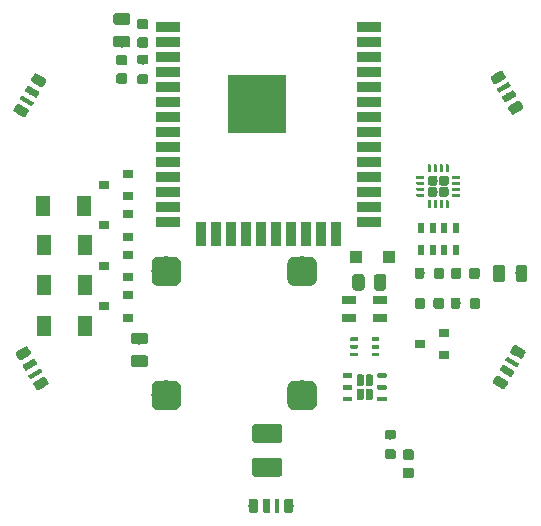
<source format=gbr>
G04 #@! TF.GenerationSoftware,KiCad,Pcbnew,5.0.2+dfsg1-1*
G04 #@! TF.CreationDate,2021-02-26T15:03:44+01:00*
G04 #@! TF.ProjectId,KiCAD_Board,4b694341-445f-4426-9f61-72642e6b6963,rev?*
G04 #@! TF.SameCoordinates,Original*
G04 #@! TF.FileFunction,Paste,Top*
G04 #@! TF.FilePolarity,Positive*
%FSLAX46Y46*%
G04 Gerber Fmt 4.6, Leading zero omitted, Abs format (unit mm)*
G04 Created by KiCad (PCBNEW 5.0.2+dfsg1-1) date Fri 26 Feb 2021 15:03:44 CET*
%MOMM*%
%LPD*%
G01*
G04 APERTURE LIST*
%ADD10R,1.100000X1.100000*%
%ADD11C,0.100000*%
%ADD12C,0.900000*%
%ADD13C,0.800000*%
%ADD14C,1.000000*%
%ADD15C,1.025000*%
%ADD16C,0.875000*%
%ADD17C,0.820000*%
%ADD18C,0.250000*%
%ADD19C,1.600000*%
%ADD20C,2.500000*%
%ADD21R,1.300000X1.700000*%
%ADD22C,0.300000*%
%ADD23C,0.600000*%
%ADD24C,0.400000*%
%ADD25R,0.900000X0.800000*%
%ADD26R,0.600000X0.900000*%
%ADD27R,1.200000X0.800000*%
%ADD28R,5.000000X5.000000*%
%ADD29R,2.000000X0.900000*%
%ADD30R,0.900000X2.000000*%
G04 APERTURE END LIST*
D10*
G04 #@! TO.C,D501*
X158626000Y-107188000D03*
X155826000Y-107188000D03*
G04 #@! TD*
D11*
G04 #@! TO.C,C301*
G36*
X160546054Y-123490083D02*
X160567895Y-123493323D01*
X160589314Y-123498688D01*
X160610104Y-123506127D01*
X160630064Y-123515568D01*
X160649003Y-123526919D01*
X160666738Y-123540073D01*
X160683099Y-123554901D01*
X160697927Y-123571262D01*
X160711081Y-123588997D01*
X160722432Y-123607936D01*
X160731873Y-123627896D01*
X160739312Y-123648686D01*
X160744677Y-123670105D01*
X160747917Y-123691946D01*
X160749000Y-123714000D01*
X160749000Y-124164000D01*
X160747917Y-124186054D01*
X160744677Y-124207895D01*
X160739312Y-124229314D01*
X160731873Y-124250104D01*
X160722432Y-124270064D01*
X160711081Y-124289003D01*
X160697927Y-124306738D01*
X160683099Y-124323099D01*
X160666738Y-124337927D01*
X160649003Y-124351081D01*
X160630064Y-124362432D01*
X160610104Y-124371873D01*
X160589314Y-124379312D01*
X160567895Y-124384677D01*
X160546054Y-124387917D01*
X160524000Y-124389000D01*
X160024000Y-124389000D01*
X160001946Y-124387917D01*
X159980105Y-124384677D01*
X159958686Y-124379312D01*
X159937896Y-124371873D01*
X159917936Y-124362432D01*
X159898997Y-124351081D01*
X159881262Y-124337927D01*
X159864901Y-124323099D01*
X159850073Y-124306738D01*
X159836919Y-124289003D01*
X159825568Y-124270064D01*
X159816127Y-124250104D01*
X159808688Y-124229314D01*
X159803323Y-124207895D01*
X159800083Y-124186054D01*
X159799000Y-124164000D01*
X159799000Y-123714000D01*
X159800083Y-123691946D01*
X159803323Y-123670105D01*
X159808688Y-123648686D01*
X159816127Y-123627896D01*
X159825568Y-123607936D01*
X159836919Y-123588997D01*
X159850073Y-123571262D01*
X159864901Y-123554901D01*
X159881262Y-123540073D01*
X159898997Y-123526919D01*
X159917936Y-123515568D01*
X159937896Y-123506127D01*
X159958686Y-123498688D01*
X159980105Y-123493323D01*
X160001946Y-123490083D01*
X160024000Y-123489000D01*
X160524000Y-123489000D01*
X160546054Y-123490083D01*
X160546054Y-123490083D01*
G37*
D12*
X160274000Y-123939000D03*
D11*
G36*
X160546054Y-125040083D02*
X160567895Y-125043323D01*
X160589314Y-125048688D01*
X160610104Y-125056127D01*
X160630064Y-125065568D01*
X160649003Y-125076919D01*
X160666738Y-125090073D01*
X160683099Y-125104901D01*
X160697927Y-125121262D01*
X160711081Y-125138997D01*
X160722432Y-125157936D01*
X160731873Y-125177896D01*
X160739312Y-125198686D01*
X160744677Y-125220105D01*
X160747917Y-125241946D01*
X160749000Y-125264000D01*
X160749000Y-125714000D01*
X160747917Y-125736054D01*
X160744677Y-125757895D01*
X160739312Y-125779314D01*
X160731873Y-125800104D01*
X160722432Y-125820064D01*
X160711081Y-125839003D01*
X160697927Y-125856738D01*
X160683099Y-125873099D01*
X160666738Y-125887927D01*
X160649003Y-125901081D01*
X160630064Y-125912432D01*
X160610104Y-125921873D01*
X160589314Y-125929312D01*
X160567895Y-125934677D01*
X160546054Y-125937917D01*
X160524000Y-125939000D01*
X160024000Y-125939000D01*
X160001946Y-125937917D01*
X159980105Y-125934677D01*
X159958686Y-125929312D01*
X159937896Y-125921873D01*
X159917936Y-125912432D01*
X159898997Y-125901081D01*
X159881262Y-125887927D01*
X159864901Y-125873099D01*
X159850073Y-125856738D01*
X159836919Y-125839003D01*
X159825568Y-125820064D01*
X159816127Y-125800104D01*
X159808688Y-125779314D01*
X159803323Y-125757895D01*
X159800083Y-125736054D01*
X159799000Y-125714000D01*
X159799000Y-125264000D01*
X159800083Y-125241946D01*
X159803323Y-125220105D01*
X159808688Y-125198686D01*
X159816127Y-125177896D01*
X159825568Y-125157936D01*
X159836919Y-125138997D01*
X159850073Y-125121262D01*
X159864901Y-125104901D01*
X159881262Y-125090073D01*
X159898997Y-125076919D01*
X159917936Y-125065568D01*
X159937896Y-125056127D01*
X159958686Y-125048688D01*
X159980105Y-125043323D01*
X160001946Y-125040083D01*
X160024000Y-125039000D01*
X160524000Y-125039000D01*
X160546054Y-125040083D01*
X160546054Y-125040083D01*
G37*
D12*
X160274000Y-125489000D03*
G04 #@! TD*
D11*
G04 #@! TO.C,R302*
G36*
X159044603Y-121838963D02*
X159064018Y-121841843D01*
X159083057Y-121846612D01*
X159101537Y-121853224D01*
X159119279Y-121861616D01*
X159136114Y-121871706D01*
X159151879Y-121883398D01*
X159166421Y-121896579D01*
X159179602Y-121911121D01*
X159191294Y-121926886D01*
X159201384Y-121943721D01*
X159209776Y-121961463D01*
X159216388Y-121979943D01*
X159221157Y-121998982D01*
X159224037Y-122018397D01*
X159225000Y-122038000D01*
X159225000Y-122438000D01*
X159224037Y-122457603D01*
X159221157Y-122477018D01*
X159216388Y-122496057D01*
X159209776Y-122514537D01*
X159201384Y-122532279D01*
X159191294Y-122549114D01*
X159179602Y-122564879D01*
X159166421Y-122579421D01*
X159151879Y-122592602D01*
X159136114Y-122604294D01*
X159119279Y-122614384D01*
X159101537Y-122622776D01*
X159083057Y-122629388D01*
X159064018Y-122634157D01*
X159044603Y-122637037D01*
X159025000Y-122638000D01*
X158475000Y-122638000D01*
X158455397Y-122637037D01*
X158435982Y-122634157D01*
X158416943Y-122629388D01*
X158398463Y-122622776D01*
X158380721Y-122614384D01*
X158363886Y-122604294D01*
X158348121Y-122592602D01*
X158333579Y-122579421D01*
X158320398Y-122564879D01*
X158308706Y-122549114D01*
X158298616Y-122532279D01*
X158290224Y-122514537D01*
X158283612Y-122496057D01*
X158278843Y-122477018D01*
X158275963Y-122457603D01*
X158275000Y-122438000D01*
X158275000Y-122038000D01*
X158275963Y-122018397D01*
X158278843Y-121998982D01*
X158283612Y-121979943D01*
X158290224Y-121961463D01*
X158298616Y-121943721D01*
X158308706Y-121926886D01*
X158320398Y-121911121D01*
X158333579Y-121896579D01*
X158348121Y-121883398D01*
X158363886Y-121871706D01*
X158380721Y-121861616D01*
X158398463Y-121853224D01*
X158416943Y-121846612D01*
X158435982Y-121841843D01*
X158455397Y-121838963D01*
X158475000Y-121838000D01*
X159025000Y-121838000D01*
X159044603Y-121838963D01*
X159044603Y-121838963D01*
G37*
D13*
X158750000Y-122238000D03*
D11*
G36*
X159044603Y-123488963D02*
X159064018Y-123491843D01*
X159083057Y-123496612D01*
X159101537Y-123503224D01*
X159119279Y-123511616D01*
X159136114Y-123521706D01*
X159151879Y-123533398D01*
X159166421Y-123546579D01*
X159179602Y-123561121D01*
X159191294Y-123576886D01*
X159201384Y-123593721D01*
X159209776Y-123611463D01*
X159216388Y-123629943D01*
X159221157Y-123648982D01*
X159224037Y-123668397D01*
X159225000Y-123688000D01*
X159225000Y-124088000D01*
X159224037Y-124107603D01*
X159221157Y-124127018D01*
X159216388Y-124146057D01*
X159209776Y-124164537D01*
X159201384Y-124182279D01*
X159191294Y-124199114D01*
X159179602Y-124214879D01*
X159166421Y-124229421D01*
X159151879Y-124242602D01*
X159136114Y-124254294D01*
X159119279Y-124264384D01*
X159101537Y-124272776D01*
X159083057Y-124279388D01*
X159064018Y-124284157D01*
X159044603Y-124287037D01*
X159025000Y-124288000D01*
X158475000Y-124288000D01*
X158455397Y-124287037D01*
X158435982Y-124284157D01*
X158416943Y-124279388D01*
X158398463Y-124272776D01*
X158380721Y-124264384D01*
X158363886Y-124254294D01*
X158348121Y-124242602D01*
X158333579Y-124229421D01*
X158320398Y-124214879D01*
X158308706Y-124199114D01*
X158298616Y-124182279D01*
X158290224Y-124164537D01*
X158283612Y-124146057D01*
X158278843Y-124127018D01*
X158275963Y-124107603D01*
X158275000Y-124088000D01*
X158275000Y-123688000D01*
X158275963Y-123668397D01*
X158278843Y-123648982D01*
X158283612Y-123629943D01*
X158290224Y-123611463D01*
X158298616Y-123593721D01*
X158308706Y-123576886D01*
X158320398Y-123561121D01*
X158333579Y-123546579D01*
X158348121Y-123533398D01*
X158363886Y-123521706D01*
X158380721Y-123511616D01*
X158398463Y-123503224D01*
X158416943Y-123496612D01*
X158435982Y-123491843D01*
X158455397Y-123488963D01*
X158475000Y-123488000D01*
X159025000Y-123488000D01*
X159044603Y-123488963D01*
X159044603Y-123488963D01*
G37*
D13*
X158750000Y-123888000D03*
G04 #@! TD*
D11*
G04 #@! TO.C,C501*
G36*
X138015104Y-113613204D02*
X138039373Y-113616804D01*
X138063171Y-113622765D01*
X138086271Y-113631030D01*
X138108449Y-113641520D01*
X138129493Y-113654133D01*
X138149198Y-113668747D01*
X138167377Y-113685223D01*
X138183853Y-113703402D01*
X138198467Y-113723107D01*
X138211080Y-113744151D01*
X138221570Y-113766329D01*
X138229835Y-113789429D01*
X138235796Y-113813227D01*
X138239396Y-113837496D01*
X138240600Y-113862000D01*
X138240600Y-114362000D01*
X138239396Y-114386504D01*
X138235796Y-114410773D01*
X138229835Y-114434571D01*
X138221570Y-114457671D01*
X138211080Y-114479849D01*
X138198467Y-114500893D01*
X138183853Y-114520598D01*
X138167377Y-114538777D01*
X138149198Y-114555253D01*
X138129493Y-114569867D01*
X138108449Y-114582480D01*
X138086271Y-114592970D01*
X138063171Y-114601235D01*
X138039373Y-114607196D01*
X138015104Y-114610796D01*
X137990600Y-114612000D01*
X137040600Y-114612000D01*
X137016096Y-114610796D01*
X136991827Y-114607196D01*
X136968029Y-114601235D01*
X136944929Y-114592970D01*
X136922751Y-114582480D01*
X136901707Y-114569867D01*
X136882002Y-114555253D01*
X136863823Y-114538777D01*
X136847347Y-114520598D01*
X136832733Y-114500893D01*
X136820120Y-114479849D01*
X136809630Y-114457671D01*
X136801365Y-114434571D01*
X136795404Y-114410773D01*
X136791804Y-114386504D01*
X136790600Y-114362000D01*
X136790600Y-113862000D01*
X136791804Y-113837496D01*
X136795404Y-113813227D01*
X136801365Y-113789429D01*
X136809630Y-113766329D01*
X136820120Y-113744151D01*
X136832733Y-113723107D01*
X136847347Y-113703402D01*
X136863823Y-113685223D01*
X136882002Y-113668747D01*
X136901707Y-113654133D01*
X136922751Y-113641520D01*
X136944929Y-113631030D01*
X136968029Y-113622765D01*
X136991827Y-113616804D01*
X137016096Y-113613204D01*
X137040600Y-113612000D01*
X137990600Y-113612000D01*
X138015104Y-113613204D01*
X138015104Y-113613204D01*
G37*
D14*
X137515600Y-114112000D03*
D11*
G36*
X138015104Y-115513204D02*
X138039373Y-115516804D01*
X138063171Y-115522765D01*
X138086271Y-115531030D01*
X138108449Y-115541520D01*
X138129493Y-115554133D01*
X138149198Y-115568747D01*
X138167377Y-115585223D01*
X138183853Y-115603402D01*
X138198467Y-115623107D01*
X138211080Y-115644151D01*
X138221570Y-115666329D01*
X138229835Y-115689429D01*
X138235796Y-115713227D01*
X138239396Y-115737496D01*
X138240600Y-115762000D01*
X138240600Y-116262000D01*
X138239396Y-116286504D01*
X138235796Y-116310773D01*
X138229835Y-116334571D01*
X138221570Y-116357671D01*
X138211080Y-116379849D01*
X138198467Y-116400893D01*
X138183853Y-116420598D01*
X138167377Y-116438777D01*
X138149198Y-116455253D01*
X138129493Y-116469867D01*
X138108449Y-116482480D01*
X138086271Y-116492970D01*
X138063171Y-116501235D01*
X138039373Y-116507196D01*
X138015104Y-116510796D01*
X137990600Y-116512000D01*
X137040600Y-116512000D01*
X137016096Y-116510796D01*
X136991827Y-116507196D01*
X136968029Y-116501235D01*
X136944929Y-116492970D01*
X136922751Y-116482480D01*
X136901707Y-116469867D01*
X136882002Y-116455253D01*
X136863823Y-116438777D01*
X136847347Y-116420598D01*
X136832733Y-116400893D01*
X136820120Y-116379849D01*
X136809630Y-116357671D01*
X136801365Y-116334571D01*
X136795404Y-116310773D01*
X136791804Y-116286504D01*
X136790600Y-116262000D01*
X136790600Y-115762000D01*
X136791804Y-115737496D01*
X136795404Y-115713227D01*
X136801365Y-115689429D01*
X136809630Y-115666329D01*
X136820120Y-115644151D01*
X136832733Y-115623107D01*
X136847347Y-115603402D01*
X136863823Y-115585223D01*
X136882002Y-115568747D01*
X136901707Y-115554133D01*
X136922751Y-115541520D01*
X136944929Y-115531030D01*
X136968029Y-115522765D01*
X136991827Y-115516804D01*
X137016096Y-115513204D01*
X137040600Y-115512000D01*
X137990600Y-115512000D01*
X138015104Y-115513204D01*
X138015104Y-115513204D01*
G37*
D14*
X137515600Y-116012000D03*
G04 #@! TD*
D11*
G04 #@! TO.C,C401*
G36*
X168234504Y-107861204D02*
X168258773Y-107864804D01*
X168282571Y-107870765D01*
X168305671Y-107879030D01*
X168327849Y-107889520D01*
X168348893Y-107902133D01*
X168368598Y-107916747D01*
X168386777Y-107933223D01*
X168403253Y-107951402D01*
X168417867Y-107971107D01*
X168430480Y-107992151D01*
X168440970Y-108014329D01*
X168449235Y-108037429D01*
X168455196Y-108061227D01*
X168458796Y-108085496D01*
X168460000Y-108110000D01*
X168460000Y-109060000D01*
X168458796Y-109084504D01*
X168455196Y-109108773D01*
X168449235Y-109132571D01*
X168440970Y-109155671D01*
X168430480Y-109177849D01*
X168417867Y-109198893D01*
X168403253Y-109218598D01*
X168386777Y-109236777D01*
X168368598Y-109253253D01*
X168348893Y-109267867D01*
X168327849Y-109280480D01*
X168305671Y-109290970D01*
X168282571Y-109299235D01*
X168258773Y-109305196D01*
X168234504Y-109308796D01*
X168210000Y-109310000D01*
X167710000Y-109310000D01*
X167685496Y-109308796D01*
X167661227Y-109305196D01*
X167637429Y-109299235D01*
X167614329Y-109290970D01*
X167592151Y-109280480D01*
X167571107Y-109267867D01*
X167551402Y-109253253D01*
X167533223Y-109236777D01*
X167516747Y-109218598D01*
X167502133Y-109198893D01*
X167489520Y-109177849D01*
X167479030Y-109155671D01*
X167470765Y-109132571D01*
X167464804Y-109108773D01*
X167461204Y-109084504D01*
X167460000Y-109060000D01*
X167460000Y-108110000D01*
X167461204Y-108085496D01*
X167464804Y-108061227D01*
X167470765Y-108037429D01*
X167479030Y-108014329D01*
X167489520Y-107992151D01*
X167502133Y-107971107D01*
X167516747Y-107951402D01*
X167533223Y-107933223D01*
X167551402Y-107916747D01*
X167571107Y-107902133D01*
X167592151Y-107889520D01*
X167614329Y-107879030D01*
X167637429Y-107870765D01*
X167661227Y-107864804D01*
X167685496Y-107861204D01*
X167710000Y-107860000D01*
X168210000Y-107860000D01*
X168234504Y-107861204D01*
X168234504Y-107861204D01*
G37*
D14*
X167960000Y-108585000D03*
D11*
G36*
X170134504Y-107861204D02*
X170158773Y-107864804D01*
X170182571Y-107870765D01*
X170205671Y-107879030D01*
X170227849Y-107889520D01*
X170248893Y-107902133D01*
X170268598Y-107916747D01*
X170286777Y-107933223D01*
X170303253Y-107951402D01*
X170317867Y-107971107D01*
X170330480Y-107992151D01*
X170340970Y-108014329D01*
X170349235Y-108037429D01*
X170355196Y-108061227D01*
X170358796Y-108085496D01*
X170360000Y-108110000D01*
X170360000Y-109060000D01*
X170358796Y-109084504D01*
X170355196Y-109108773D01*
X170349235Y-109132571D01*
X170340970Y-109155671D01*
X170330480Y-109177849D01*
X170317867Y-109198893D01*
X170303253Y-109218598D01*
X170286777Y-109236777D01*
X170268598Y-109253253D01*
X170248893Y-109267867D01*
X170227849Y-109280480D01*
X170205671Y-109290970D01*
X170182571Y-109299235D01*
X170158773Y-109305196D01*
X170134504Y-109308796D01*
X170110000Y-109310000D01*
X169610000Y-109310000D01*
X169585496Y-109308796D01*
X169561227Y-109305196D01*
X169537429Y-109299235D01*
X169514329Y-109290970D01*
X169492151Y-109280480D01*
X169471107Y-109267867D01*
X169451402Y-109253253D01*
X169433223Y-109236777D01*
X169416747Y-109218598D01*
X169402133Y-109198893D01*
X169389520Y-109177849D01*
X169379030Y-109155671D01*
X169370765Y-109132571D01*
X169364804Y-109108773D01*
X169361204Y-109084504D01*
X169360000Y-109060000D01*
X169360000Y-108110000D01*
X169361204Y-108085496D01*
X169364804Y-108061227D01*
X169370765Y-108037429D01*
X169379030Y-108014329D01*
X169389520Y-107992151D01*
X169402133Y-107971107D01*
X169416747Y-107951402D01*
X169433223Y-107933223D01*
X169451402Y-107916747D01*
X169471107Y-107902133D01*
X169492151Y-107889520D01*
X169514329Y-107879030D01*
X169537429Y-107870765D01*
X169561227Y-107864804D01*
X169585496Y-107861204D01*
X169610000Y-107860000D01*
X170110000Y-107860000D01*
X170134504Y-107861204D01*
X170134504Y-107861204D01*
G37*
D14*
X169860000Y-108585000D03*
G04 #@! TD*
D11*
G04 #@! TO.C,C102*
G36*
X138067054Y-87041083D02*
X138088895Y-87044323D01*
X138110314Y-87049688D01*
X138131104Y-87057127D01*
X138151064Y-87066568D01*
X138170003Y-87077919D01*
X138187738Y-87091073D01*
X138204099Y-87105901D01*
X138218927Y-87122262D01*
X138232081Y-87139997D01*
X138243432Y-87158936D01*
X138252873Y-87178896D01*
X138260312Y-87199686D01*
X138265677Y-87221105D01*
X138268917Y-87242946D01*
X138270000Y-87265000D01*
X138270000Y-87715000D01*
X138268917Y-87737054D01*
X138265677Y-87758895D01*
X138260312Y-87780314D01*
X138252873Y-87801104D01*
X138243432Y-87821064D01*
X138232081Y-87840003D01*
X138218927Y-87857738D01*
X138204099Y-87874099D01*
X138187738Y-87888927D01*
X138170003Y-87902081D01*
X138151064Y-87913432D01*
X138131104Y-87922873D01*
X138110314Y-87930312D01*
X138088895Y-87935677D01*
X138067054Y-87938917D01*
X138045000Y-87940000D01*
X137545000Y-87940000D01*
X137522946Y-87938917D01*
X137501105Y-87935677D01*
X137479686Y-87930312D01*
X137458896Y-87922873D01*
X137438936Y-87913432D01*
X137419997Y-87902081D01*
X137402262Y-87888927D01*
X137385901Y-87874099D01*
X137371073Y-87857738D01*
X137357919Y-87840003D01*
X137346568Y-87821064D01*
X137337127Y-87801104D01*
X137329688Y-87780314D01*
X137324323Y-87758895D01*
X137321083Y-87737054D01*
X137320000Y-87715000D01*
X137320000Y-87265000D01*
X137321083Y-87242946D01*
X137324323Y-87221105D01*
X137329688Y-87199686D01*
X137337127Y-87178896D01*
X137346568Y-87158936D01*
X137357919Y-87139997D01*
X137371073Y-87122262D01*
X137385901Y-87105901D01*
X137402262Y-87091073D01*
X137419997Y-87077919D01*
X137438936Y-87066568D01*
X137458896Y-87057127D01*
X137479686Y-87049688D01*
X137501105Y-87044323D01*
X137522946Y-87041083D01*
X137545000Y-87040000D01*
X138045000Y-87040000D01*
X138067054Y-87041083D01*
X138067054Y-87041083D01*
G37*
D12*
X137795000Y-87490000D03*
D11*
G36*
X138067054Y-88591083D02*
X138088895Y-88594323D01*
X138110314Y-88599688D01*
X138131104Y-88607127D01*
X138151064Y-88616568D01*
X138170003Y-88627919D01*
X138187738Y-88641073D01*
X138204099Y-88655901D01*
X138218927Y-88672262D01*
X138232081Y-88689997D01*
X138243432Y-88708936D01*
X138252873Y-88728896D01*
X138260312Y-88749686D01*
X138265677Y-88771105D01*
X138268917Y-88792946D01*
X138270000Y-88815000D01*
X138270000Y-89265000D01*
X138268917Y-89287054D01*
X138265677Y-89308895D01*
X138260312Y-89330314D01*
X138252873Y-89351104D01*
X138243432Y-89371064D01*
X138232081Y-89390003D01*
X138218927Y-89407738D01*
X138204099Y-89424099D01*
X138187738Y-89438927D01*
X138170003Y-89452081D01*
X138151064Y-89463432D01*
X138131104Y-89472873D01*
X138110314Y-89480312D01*
X138088895Y-89485677D01*
X138067054Y-89488917D01*
X138045000Y-89490000D01*
X137545000Y-89490000D01*
X137522946Y-89488917D01*
X137501105Y-89485677D01*
X137479686Y-89480312D01*
X137458896Y-89472873D01*
X137438936Y-89463432D01*
X137419997Y-89452081D01*
X137402262Y-89438927D01*
X137385901Y-89424099D01*
X137371073Y-89407738D01*
X137357919Y-89390003D01*
X137346568Y-89371064D01*
X137337127Y-89351104D01*
X137329688Y-89330314D01*
X137324323Y-89308895D01*
X137321083Y-89287054D01*
X137320000Y-89265000D01*
X137320000Y-88815000D01*
X137321083Y-88792946D01*
X137324323Y-88771105D01*
X137329688Y-88749686D01*
X137337127Y-88728896D01*
X137346568Y-88708936D01*
X137357919Y-88689997D01*
X137371073Y-88672262D01*
X137385901Y-88655901D01*
X137402262Y-88641073D01*
X137419997Y-88627919D01*
X137438936Y-88616568D01*
X137458896Y-88607127D01*
X137479686Y-88599688D01*
X137501105Y-88594323D01*
X137522946Y-88591083D01*
X137545000Y-88590000D01*
X138045000Y-88590000D01*
X138067054Y-88591083D01*
X138067054Y-88591083D01*
G37*
D12*
X137795000Y-89040000D03*
G04 #@! TD*
D11*
G04 #@! TO.C,C103*
G36*
X136289054Y-91639083D02*
X136310895Y-91642323D01*
X136332314Y-91647688D01*
X136353104Y-91655127D01*
X136373064Y-91664568D01*
X136392003Y-91675919D01*
X136409738Y-91689073D01*
X136426099Y-91703901D01*
X136440927Y-91720262D01*
X136454081Y-91737997D01*
X136465432Y-91756936D01*
X136474873Y-91776896D01*
X136482312Y-91797686D01*
X136487677Y-91819105D01*
X136490917Y-91840946D01*
X136492000Y-91863000D01*
X136492000Y-92313000D01*
X136490917Y-92335054D01*
X136487677Y-92356895D01*
X136482312Y-92378314D01*
X136474873Y-92399104D01*
X136465432Y-92419064D01*
X136454081Y-92438003D01*
X136440927Y-92455738D01*
X136426099Y-92472099D01*
X136409738Y-92486927D01*
X136392003Y-92500081D01*
X136373064Y-92511432D01*
X136353104Y-92520873D01*
X136332314Y-92528312D01*
X136310895Y-92533677D01*
X136289054Y-92536917D01*
X136267000Y-92538000D01*
X135767000Y-92538000D01*
X135744946Y-92536917D01*
X135723105Y-92533677D01*
X135701686Y-92528312D01*
X135680896Y-92520873D01*
X135660936Y-92511432D01*
X135641997Y-92500081D01*
X135624262Y-92486927D01*
X135607901Y-92472099D01*
X135593073Y-92455738D01*
X135579919Y-92438003D01*
X135568568Y-92419064D01*
X135559127Y-92399104D01*
X135551688Y-92378314D01*
X135546323Y-92356895D01*
X135543083Y-92335054D01*
X135542000Y-92313000D01*
X135542000Y-91863000D01*
X135543083Y-91840946D01*
X135546323Y-91819105D01*
X135551688Y-91797686D01*
X135559127Y-91776896D01*
X135568568Y-91756936D01*
X135579919Y-91737997D01*
X135593073Y-91720262D01*
X135607901Y-91703901D01*
X135624262Y-91689073D01*
X135641997Y-91675919D01*
X135660936Y-91664568D01*
X135680896Y-91655127D01*
X135701686Y-91647688D01*
X135723105Y-91642323D01*
X135744946Y-91639083D01*
X135767000Y-91638000D01*
X136267000Y-91638000D01*
X136289054Y-91639083D01*
X136289054Y-91639083D01*
G37*
D12*
X136017000Y-92088000D03*
D11*
G36*
X136289054Y-90089083D02*
X136310895Y-90092323D01*
X136332314Y-90097688D01*
X136353104Y-90105127D01*
X136373064Y-90114568D01*
X136392003Y-90125919D01*
X136409738Y-90139073D01*
X136426099Y-90153901D01*
X136440927Y-90170262D01*
X136454081Y-90187997D01*
X136465432Y-90206936D01*
X136474873Y-90226896D01*
X136482312Y-90247686D01*
X136487677Y-90269105D01*
X136490917Y-90290946D01*
X136492000Y-90313000D01*
X136492000Y-90763000D01*
X136490917Y-90785054D01*
X136487677Y-90806895D01*
X136482312Y-90828314D01*
X136474873Y-90849104D01*
X136465432Y-90869064D01*
X136454081Y-90888003D01*
X136440927Y-90905738D01*
X136426099Y-90922099D01*
X136409738Y-90936927D01*
X136392003Y-90950081D01*
X136373064Y-90961432D01*
X136353104Y-90970873D01*
X136332314Y-90978312D01*
X136310895Y-90983677D01*
X136289054Y-90986917D01*
X136267000Y-90988000D01*
X135767000Y-90988000D01*
X135744946Y-90986917D01*
X135723105Y-90983677D01*
X135701686Y-90978312D01*
X135680896Y-90970873D01*
X135660936Y-90961432D01*
X135641997Y-90950081D01*
X135624262Y-90936927D01*
X135607901Y-90922099D01*
X135593073Y-90905738D01*
X135579919Y-90888003D01*
X135568568Y-90869064D01*
X135559127Y-90849104D01*
X135551688Y-90828314D01*
X135546323Y-90806895D01*
X135543083Y-90785054D01*
X135542000Y-90763000D01*
X135542000Y-90313000D01*
X135543083Y-90290946D01*
X135546323Y-90269105D01*
X135551688Y-90247686D01*
X135559127Y-90226896D01*
X135568568Y-90206936D01*
X135579919Y-90187997D01*
X135593073Y-90170262D01*
X135607901Y-90153901D01*
X135624262Y-90139073D01*
X135641997Y-90125919D01*
X135660936Y-90114568D01*
X135680896Y-90105127D01*
X135701686Y-90097688D01*
X135723105Y-90092323D01*
X135744946Y-90089083D01*
X135767000Y-90088000D01*
X136267000Y-90088000D01*
X136289054Y-90089083D01*
X136289054Y-90089083D01*
G37*
D12*
X136017000Y-90538000D03*
G04 #@! TD*
D11*
G04 #@! TO.C,C101*
G36*
X136516504Y-86562204D02*
X136540773Y-86565804D01*
X136564571Y-86571765D01*
X136587671Y-86580030D01*
X136609849Y-86590520D01*
X136630893Y-86603133D01*
X136650598Y-86617747D01*
X136668777Y-86634223D01*
X136685253Y-86652402D01*
X136699867Y-86672107D01*
X136712480Y-86693151D01*
X136722970Y-86715329D01*
X136731235Y-86738429D01*
X136737196Y-86762227D01*
X136740796Y-86786496D01*
X136742000Y-86811000D01*
X136742000Y-87311000D01*
X136740796Y-87335504D01*
X136737196Y-87359773D01*
X136731235Y-87383571D01*
X136722970Y-87406671D01*
X136712480Y-87428849D01*
X136699867Y-87449893D01*
X136685253Y-87469598D01*
X136668777Y-87487777D01*
X136650598Y-87504253D01*
X136630893Y-87518867D01*
X136609849Y-87531480D01*
X136587671Y-87541970D01*
X136564571Y-87550235D01*
X136540773Y-87556196D01*
X136516504Y-87559796D01*
X136492000Y-87561000D01*
X135542000Y-87561000D01*
X135517496Y-87559796D01*
X135493227Y-87556196D01*
X135469429Y-87550235D01*
X135446329Y-87541970D01*
X135424151Y-87531480D01*
X135403107Y-87518867D01*
X135383402Y-87504253D01*
X135365223Y-87487777D01*
X135348747Y-87469598D01*
X135334133Y-87449893D01*
X135321520Y-87428849D01*
X135311030Y-87406671D01*
X135302765Y-87383571D01*
X135296804Y-87359773D01*
X135293204Y-87335504D01*
X135292000Y-87311000D01*
X135292000Y-86811000D01*
X135293204Y-86786496D01*
X135296804Y-86762227D01*
X135302765Y-86738429D01*
X135311030Y-86715329D01*
X135321520Y-86693151D01*
X135334133Y-86672107D01*
X135348747Y-86652402D01*
X135365223Y-86634223D01*
X135383402Y-86617747D01*
X135403107Y-86603133D01*
X135424151Y-86590520D01*
X135446329Y-86580030D01*
X135469429Y-86571765D01*
X135493227Y-86565804D01*
X135517496Y-86562204D01*
X135542000Y-86561000D01*
X136492000Y-86561000D01*
X136516504Y-86562204D01*
X136516504Y-86562204D01*
G37*
D14*
X136017000Y-87061000D03*
D11*
G36*
X136516504Y-88462204D02*
X136540773Y-88465804D01*
X136564571Y-88471765D01*
X136587671Y-88480030D01*
X136609849Y-88490520D01*
X136630893Y-88503133D01*
X136650598Y-88517747D01*
X136668777Y-88534223D01*
X136685253Y-88552402D01*
X136699867Y-88572107D01*
X136712480Y-88593151D01*
X136722970Y-88615329D01*
X136731235Y-88638429D01*
X136737196Y-88662227D01*
X136740796Y-88686496D01*
X136742000Y-88711000D01*
X136742000Y-89211000D01*
X136740796Y-89235504D01*
X136737196Y-89259773D01*
X136731235Y-89283571D01*
X136722970Y-89306671D01*
X136712480Y-89328849D01*
X136699867Y-89349893D01*
X136685253Y-89369598D01*
X136668777Y-89387777D01*
X136650598Y-89404253D01*
X136630893Y-89418867D01*
X136609849Y-89431480D01*
X136587671Y-89441970D01*
X136564571Y-89450235D01*
X136540773Y-89456196D01*
X136516504Y-89459796D01*
X136492000Y-89461000D01*
X135542000Y-89461000D01*
X135517496Y-89459796D01*
X135493227Y-89456196D01*
X135469429Y-89450235D01*
X135446329Y-89441970D01*
X135424151Y-89431480D01*
X135403107Y-89418867D01*
X135383402Y-89404253D01*
X135365223Y-89387777D01*
X135348747Y-89369598D01*
X135334133Y-89349893D01*
X135321520Y-89328849D01*
X135311030Y-89306671D01*
X135302765Y-89283571D01*
X135296804Y-89259773D01*
X135293204Y-89235504D01*
X135292000Y-89211000D01*
X135292000Y-88711000D01*
X135293204Y-88686496D01*
X135296804Y-88662227D01*
X135302765Y-88638429D01*
X135311030Y-88615329D01*
X135321520Y-88593151D01*
X135334133Y-88572107D01*
X135348747Y-88552402D01*
X135365223Y-88534223D01*
X135383402Y-88517747D01*
X135403107Y-88503133D01*
X135424151Y-88490520D01*
X135446329Y-88480030D01*
X135469429Y-88471765D01*
X135493227Y-88465804D01*
X135517496Y-88462204D01*
X135542000Y-88461000D01*
X136492000Y-88461000D01*
X136516504Y-88462204D01*
X136516504Y-88462204D01*
G37*
D14*
X136017000Y-88961000D03*
G04 #@! TD*
D11*
G04 #@! TO.C,R101*
G36*
X138089603Y-90088963D02*
X138109018Y-90091843D01*
X138128057Y-90096612D01*
X138146537Y-90103224D01*
X138164279Y-90111616D01*
X138181114Y-90121706D01*
X138196879Y-90133398D01*
X138211421Y-90146579D01*
X138224602Y-90161121D01*
X138236294Y-90176886D01*
X138246384Y-90193721D01*
X138254776Y-90211463D01*
X138261388Y-90229943D01*
X138266157Y-90248982D01*
X138269037Y-90268397D01*
X138270000Y-90288000D01*
X138270000Y-90688000D01*
X138269037Y-90707603D01*
X138266157Y-90727018D01*
X138261388Y-90746057D01*
X138254776Y-90764537D01*
X138246384Y-90782279D01*
X138236294Y-90799114D01*
X138224602Y-90814879D01*
X138211421Y-90829421D01*
X138196879Y-90842602D01*
X138181114Y-90854294D01*
X138164279Y-90864384D01*
X138146537Y-90872776D01*
X138128057Y-90879388D01*
X138109018Y-90884157D01*
X138089603Y-90887037D01*
X138070000Y-90888000D01*
X137520000Y-90888000D01*
X137500397Y-90887037D01*
X137480982Y-90884157D01*
X137461943Y-90879388D01*
X137443463Y-90872776D01*
X137425721Y-90864384D01*
X137408886Y-90854294D01*
X137393121Y-90842602D01*
X137378579Y-90829421D01*
X137365398Y-90814879D01*
X137353706Y-90799114D01*
X137343616Y-90782279D01*
X137335224Y-90764537D01*
X137328612Y-90746057D01*
X137323843Y-90727018D01*
X137320963Y-90707603D01*
X137320000Y-90688000D01*
X137320000Y-90288000D01*
X137320963Y-90268397D01*
X137323843Y-90248982D01*
X137328612Y-90229943D01*
X137335224Y-90211463D01*
X137343616Y-90193721D01*
X137353706Y-90176886D01*
X137365398Y-90161121D01*
X137378579Y-90146579D01*
X137393121Y-90133398D01*
X137408886Y-90121706D01*
X137425721Y-90111616D01*
X137443463Y-90103224D01*
X137461943Y-90096612D01*
X137480982Y-90091843D01*
X137500397Y-90088963D01*
X137520000Y-90088000D01*
X138070000Y-90088000D01*
X138089603Y-90088963D01*
X138089603Y-90088963D01*
G37*
D13*
X137795000Y-90488000D03*
D11*
G36*
X138089603Y-91738963D02*
X138109018Y-91741843D01*
X138128057Y-91746612D01*
X138146537Y-91753224D01*
X138164279Y-91761616D01*
X138181114Y-91771706D01*
X138196879Y-91783398D01*
X138211421Y-91796579D01*
X138224602Y-91811121D01*
X138236294Y-91826886D01*
X138246384Y-91843721D01*
X138254776Y-91861463D01*
X138261388Y-91879943D01*
X138266157Y-91898982D01*
X138269037Y-91918397D01*
X138270000Y-91938000D01*
X138270000Y-92338000D01*
X138269037Y-92357603D01*
X138266157Y-92377018D01*
X138261388Y-92396057D01*
X138254776Y-92414537D01*
X138246384Y-92432279D01*
X138236294Y-92449114D01*
X138224602Y-92464879D01*
X138211421Y-92479421D01*
X138196879Y-92492602D01*
X138181114Y-92504294D01*
X138164279Y-92514384D01*
X138146537Y-92522776D01*
X138128057Y-92529388D01*
X138109018Y-92534157D01*
X138089603Y-92537037D01*
X138070000Y-92538000D01*
X137520000Y-92538000D01*
X137500397Y-92537037D01*
X137480982Y-92534157D01*
X137461943Y-92529388D01*
X137443463Y-92522776D01*
X137425721Y-92514384D01*
X137408886Y-92504294D01*
X137393121Y-92492602D01*
X137378579Y-92479421D01*
X137365398Y-92464879D01*
X137353706Y-92449114D01*
X137343616Y-92432279D01*
X137335224Y-92414537D01*
X137328612Y-92396057D01*
X137323843Y-92377018D01*
X137320963Y-92357603D01*
X137320000Y-92338000D01*
X137320000Y-91938000D01*
X137320963Y-91918397D01*
X137323843Y-91898982D01*
X137328612Y-91879943D01*
X137335224Y-91861463D01*
X137343616Y-91843721D01*
X137353706Y-91826886D01*
X137365398Y-91811121D01*
X137378579Y-91796579D01*
X137393121Y-91783398D01*
X137408886Y-91771706D01*
X137425721Y-91761616D01*
X137443463Y-91753224D01*
X137461943Y-91746612D01*
X137480982Y-91741843D01*
X137500397Y-91738963D01*
X137520000Y-91738000D01*
X138070000Y-91738000D01*
X138089603Y-91738963D01*
X138089603Y-91738963D01*
G37*
D13*
X137795000Y-92138000D03*
G04 #@! TD*
D11*
G04 #@! TO.C,R301*
G36*
X158171505Y-108648204D02*
X158195773Y-108651804D01*
X158219572Y-108657765D01*
X158242671Y-108666030D01*
X158264850Y-108676520D01*
X158285893Y-108689132D01*
X158305599Y-108703747D01*
X158323777Y-108720223D01*
X158340253Y-108738401D01*
X158354868Y-108758107D01*
X158367480Y-108779150D01*
X158377970Y-108801329D01*
X158386235Y-108824428D01*
X158392196Y-108848227D01*
X158395796Y-108872495D01*
X158397000Y-108896999D01*
X158397000Y-109797001D01*
X158395796Y-109821505D01*
X158392196Y-109845773D01*
X158386235Y-109869572D01*
X158377970Y-109892671D01*
X158367480Y-109914850D01*
X158354868Y-109935893D01*
X158340253Y-109955599D01*
X158323777Y-109973777D01*
X158305599Y-109990253D01*
X158285893Y-110004868D01*
X158264850Y-110017480D01*
X158242671Y-110027970D01*
X158219572Y-110036235D01*
X158195773Y-110042196D01*
X158171505Y-110045796D01*
X158147001Y-110047000D01*
X157621999Y-110047000D01*
X157597495Y-110045796D01*
X157573227Y-110042196D01*
X157549428Y-110036235D01*
X157526329Y-110027970D01*
X157504150Y-110017480D01*
X157483107Y-110004868D01*
X157463401Y-109990253D01*
X157445223Y-109973777D01*
X157428747Y-109955599D01*
X157414132Y-109935893D01*
X157401520Y-109914850D01*
X157391030Y-109892671D01*
X157382765Y-109869572D01*
X157376804Y-109845773D01*
X157373204Y-109821505D01*
X157372000Y-109797001D01*
X157372000Y-108896999D01*
X157373204Y-108872495D01*
X157376804Y-108848227D01*
X157382765Y-108824428D01*
X157391030Y-108801329D01*
X157401520Y-108779150D01*
X157414132Y-108758107D01*
X157428747Y-108738401D01*
X157445223Y-108720223D01*
X157463401Y-108703747D01*
X157483107Y-108689132D01*
X157504150Y-108676520D01*
X157526329Y-108666030D01*
X157549428Y-108657765D01*
X157573227Y-108651804D01*
X157597495Y-108648204D01*
X157621999Y-108647000D01*
X158147001Y-108647000D01*
X158171505Y-108648204D01*
X158171505Y-108648204D01*
G37*
D15*
X157884500Y-109347000D03*
D11*
G36*
X156346505Y-108648204D02*
X156370773Y-108651804D01*
X156394572Y-108657765D01*
X156417671Y-108666030D01*
X156439850Y-108676520D01*
X156460893Y-108689132D01*
X156480599Y-108703747D01*
X156498777Y-108720223D01*
X156515253Y-108738401D01*
X156529868Y-108758107D01*
X156542480Y-108779150D01*
X156552970Y-108801329D01*
X156561235Y-108824428D01*
X156567196Y-108848227D01*
X156570796Y-108872495D01*
X156572000Y-108896999D01*
X156572000Y-109797001D01*
X156570796Y-109821505D01*
X156567196Y-109845773D01*
X156561235Y-109869572D01*
X156552970Y-109892671D01*
X156542480Y-109914850D01*
X156529868Y-109935893D01*
X156515253Y-109955599D01*
X156498777Y-109973777D01*
X156480599Y-109990253D01*
X156460893Y-110004868D01*
X156439850Y-110017480D01*
X156417671Y-110027970D01*
X156394572Y-110036235D01*
X156370773Y-110042196D01*
X156346505Y-110045796D01*
X156322001Y-110047000D01*
X155796999Y-110047000D01*
X155772495Y-110045796D01*
X155748227Y-110042196D01*
X155724428Y-110036235D01*
X155701329Y-110027970D01*
X155679150Y-110017480D01*
X155658107Y-110004868D01*
X155638401Y-109990253D01*
X155620223Y-109973777D01*
X155603747Y-109955599D01*
X155589132Y-109935893D01*
X155576520Y-109914850D01*
X155566030Y-109892671D01*
X155557765Y-109869572D01*
X155551804Y-109845773D01*
X155548204Y-109821505D01*
X155547000Y-109797001D01*
X155547000Y-108896999D01*
X155548204Y-108872495D01*
X155551804Y-108848227D01*
X155557765Y-108824428D01*
X155566030Y-108801329D01*
X155576520Y-108779150D01*
X155589132Y-108758107D01*
X155603747Y-108738401D01*
X155620223Y-108720223D01*
X155638401Y-108703747D01*
X155658107Y-108689132D01*
X155679150Y-108676520D01*
X155701329Y-108666030D01*
X155724428Y-108657765D01*
X155748227Y-108651804D01*
X155772495Y-108648204D01*
X155796999Y-108647000D01*
X156322001Y-108647000D01*
X156346505Y-108648204D01*
X156346505Y-108648204D01*
G37*
D15*
X156059500Y-109347000D03*
G04 #@! TD*
D11*
G04 #@! TO.C,C402*
G36*
X164572054Y-108111083D02*
X164593895Y-108114323D01*
X164615314Y-108119688D01*
X164636104Y-108127127D01*
X164656064Y-108136568D01*
X164675003Y-108147919D01*
X164692738Y-108161073D01*
X164709099Y-108175901D01*
X164723927Y-108192262D01*
X164737081Y-108209997D01*
X164748432Y-108228936D01*
X164757873Y-108248896D01*
X164765312Y-108269686D01*
X164770677Y-108291105D01*
X164773917Y-108312946D01*
X164775000Y-108335000D01*
X164775000Y-108835000D01*
X164773917Y-108857054D01*
X164770677Y-108878895D01*
X164765312Y-108900314D01*
X164757873Y-108921104D01*
X164748432Y-108941064D01*
X164737081Y-108960003D01*
X164723927Y-108977738D01*
X164709099Y-108994099D01*
X164692738Y-109008927D01*
X164675003Y-109022081D01*
X164656064Y-109033432D01*
X164636104Y-109042873D01*
X164615314Y-109050312D01*
X164593895Y-109055677D01*
X164572054Y-109058917D01*
X164550000Y-109060000D01*
X164100000Y-109060000D01*
X164077946Y-109058917D01*
X164056105Y-109055677D01*
X164034686Y-109050312D01*
X164013896Y-109042873D01*
X163993936Y-109033432D01*
X163974997Y-109022081D01*
X163957262Y-109008927D01*
X163940901Y-108994099D01*
X163926073Y-108977738D01*
X163912919Y-108960003D01*
X163901568Y-108941064D01*
X163892127Y-108921104D01*
X163884688Y-108900314D01*
X163879323Y-108878895D01*
X163876083Y-108857054D01*
X163875000Y-108835000D01*
X163875000Y-108335000D01*
X163876083Y-108312946D01*
X163879323Y-108291105D01*
X163884688Y-108269686D01*
X163892127Y-108248896D01*
X163901568Y-108228936D01*
X163912919Y-108209997D01*
X163926073Y-108192262D01*
X163940901Y-108175901D01*
X163957262Y-108161073D01*
X163974997Y-108147919D01*
X163993936Y-108136568D01*
X164013896Y-108127127D01*
X164034686Y-108119688D01*
X164056105Y-108114323D01*
X164077946Y-108111083D01*
X164100000Y-108110000D01*
X164550000Y-108110000D01*
X164572054Y-108111083D01*
X164572054Y-108111083D01*
G37*
D12*
X164325000Y-108585000D03*
D11*
G36*
X166122054Y-108111083D02*
X166143895Y-108114323D01*
X166165314Y-108119688D01*
X166186104Y-108127127D01*
X166206064Y-108136568D01*
X166225003Y-108147919D01*
X166242738Y-108161073D01*
X166259099Y-108175901D01*
X166273927Y-108192262D01*
X166287081Y-108209997D01*
X166298432Y-108228936D01*
X166307873Y-108248896D01*
X166315312Y-108269686D01*
X166320677Y-108291105D01*
X166323917Y-108312946D01*
X166325000Y-108335000D01*
X166325000Y-108835000D01*
X166323917Y-108857054D01*
X166320677Y-108878895D01*
X166315312Y-108900314D01*
X166307873Y-108921104D01*
X166298432Y-108941064D01*
X166287081Y-108960003D01*
X166273927Y-108977738D01*
X166259099Y-108994099D01*
X166242738Y-109008927D01*
X166225003Y-109022081D01*
X166206064Y-109033432D01*
X166186104Y-109042873D01*
X166165314Y-109050312D01*
X166143895Y-109055677D01*
X166122054Y-109058917D01*
X166100000Y-109060000D01*
X165650000Y-109060000D01*
X165627946Y-109058917D01*
X165606105Y-109055677D01*
X165584686Y-109050312D01*
X165563896Y-109042873D01*
X165543936Y-109033432D01*
X165524997Y-109022081D01*
X165507262Y-109008927D01*
X165490901Y-108994099D01*
X165476073Y-108977738D01*
X165462919Y-108960003D01*
X165451568Y-108941064D01*
X165442127Y-108921104D01*
X165434688Y-108900314D01*
X165429323Y-108878895D01*
X165426083Y-108857054D01*
X165425000Y-108835000D01*
X165425000Y-108335000D01*
X165426083Y-108312946D01*
X165429323Y-108291105D01*
X165434688Y-108269686D01*
X165442127Y-108248896D01*
X165451568Y-108228936D01*
X165462919Y-108209997D01*
X165476073Y-108192262D01*
X165490901Y-108175901D01*
X165507262Y-108161073D01*
X165524997Y-108147919D01*
X165543936Y-108136568D01*
X165563896Y-108127127D01*
X165584686Y-108119688D01*
X165606105Y-108114323D01*
X165627946Y-108111083D01*
X165650000Y-108110000D01*
X166100000Y-108110000D01*
X166122054Y-108111083D01*
X166122054Y-108111083D01*
G37*
D12*
X165875000Y-108585000D03*
G04 #@! TD*
D11*
G04 #@! TO.C,D401*
G36*
X161504691Y-110651053D02*
X161525926Y-110654203D01*
X161546750Y-110659419D01*
X161566962Y-110666651D01*
X161586368Y-110675830D01*
X161604781Y-110686866D01*
X161622024Y-110699654D01*
X161637930Y-110714070D01*
X161652346Y-110729976D01*
X161665134Y-110747219D01*
X161676170Y-110765632D01*
X161685349Y-110785038D01*
X161692581Y-110805250D01*
X161697797Y-110826074D01*
X161700947Y-110847309D01*
X161702000Y-110868750D01*
X161702000Y-111381250D01*
X161700947Y-111402691D01*
X161697797Y-111423926D01*
X161692581Y-111444750D01*
X161685349Y-111464962D01*
X161676170Y-111484368D01*
X161665134Y-111502781D01*
X161652346Y-111520024D01*
X161637930Y-111535930D01*
X161622024Y-111550346D01*
X161604781Y-111563134D01*
X161586368Y-111574170D01*
X161566962Y-111583349D01*
X161546750Y-111590581D01*
X161525926Y-111595797D01*
X161504691Y-111598947D01*
X161483250Y-111600000D01*
X161045750Y-111600000D01*
X161024309Y-111598947D01*
X161003074Y-111595797D01*
X160982250Y-111590581D01*
X160962038Y-111583349D01*
X160942632Y-111574170D01*
X160924219Y-111563134D01*
X160906976Y-111550346D01*
X160891070Y-111535930D01*
X160876654Y-111520024D01*
X160863866Y-111502781D01*
X160852830Y-111484368D01*
X160843651Y-111464962D01*
X160836419Y-111444750D01*
X160831203Y-111423926D01*
X160828053Y-111402691D01*
X160827000Y-111381250D01*
X160827000Y-110868750D01*
X160828053Y-110847309D01*
X160831203Y-110826074D01*
X160836419Y-110805250D01*
X160843651Y-110785038D01*
X160852830Y-110765632D01*
X160863866Y-110747219D01*
X160876654Y-110729976D01*
X160891070Y-110714070D01*
X160906976Y-110699654D01*
X160924219Y-110686866D01*
X160942632Y-110675830D01*
X160962038Y-110666651D01*
X160982250Y-110659419D01*
X161003074Y-110654203D01*
X161024309Y-110651053D01*
X161045750Y-110650000D01*
X161483250Y-110650000D01*
X161504691Y-110651053D01*
X161504691Y-110651053D01*
G37*
D16*
X161264500Y-111125000D03*
D11*
G36*
X163079691Y-110651053D02*
X163100926Y-110654203D01*
X163121750Y-110659419D01*
X163141962Y-110666651D01*
X163161368Y-110675830D01*
X163179781Y-110686866D01*
X163197024Y-110699654D01*
X163212930Y-110714070D01*
X163227346Y-110729976D01*
X163240134Y-110747219D01*
X163251170Y-110765632D01*
X163260349Y-110785038D01*
X163267581Y-110805250D01*
X163272797Y-110826074D01*
X163275947Y-110847309D01*
X163277000Y-110868750D01*
X163277000Y-111381250D01*
X163275947Y-111402691D01*
X163272797Y-111423926D01*
X163267581Y-111444750D01*
X163260349Y-111464962D01*
X163251170Y-111484368D01*
X163240134Y-111502781D01*
X163227346Y-111520024D01*
X163212930Y-111535930D01*
X163197024Y-111550346D01*
X163179781Y-111563134D01*
X163161368Y-111574170D01*
X163141962Y-111583349D01*
X163121750Y-111590581D01*
X163100926Y-111595797D01*
X163079691Y-111598947D01*
X163058250Y-111600000D01*
X162620750Y-111600000D01*
X162599309Y-111598947D01*
X162578074Y-111595797D01*
X162557250Y-111590581D01*
X162537038Y-111583349D01*
X162517632Y-111574170D01*
X162499219Y-111563134D01*
X162481976Y-111550346D01*
X162466070Y-111535930D01*
X162451654Y-111520024D01*
X162438866Y-111502781D01*
X162427830Y-111484368D01*
X162418651Y-111464962D01*
X162411419Y-111444750D01*
X162406203Y-111423926D01*
X162403053Y-111402691D01*
X162402000Y-111381250D01*
X162402000Y-110868750D01*
X162403053Y-110847309D01*
X162406203Y-110826074D01*
X162411419Y-110805250D01*
X162418651Y-110785038D01*
X162427830Y-110765632D01*
X162438866Y-110747219D01*
X162451654Y-110729976D01*
X162466070Y-110714070D01*
X162481976Y-110699654D01*
X162499219Y-110686866D01*
X162517632Y-110675830D01*
X162537038Y-110666651D01*
X162557250Y-110659419D01*
X162578074Y-110654203D01*
X162599309Y-110651053D01*
X162620750Y-110650000D01*
X163058250Y-110650000D01*
X163079691Y-110651053D01*
X163079691Y-110651053D01*
G37*
D16*
X162839500Y-111125000D03*
G04 #@! TD*
D11*
G04 #@! TO.C,R402*
G36*
X166144602Y-110650963D02*
X166164017Y-110653843D01*
X166183056Y-110658612D01*
X166201536Y-110665224D01*
X166219278Y-110673616D01*
X166236113Y-110683706D01*
X166251878Y-110695398D01*
X166266420Y-110708579D01*
X166279601Y-110723121D01*
X166291293Y-110738886D01*
X166301383Y-110755721D01*
X166309775Y-110773463D01*
X166316387Y-110791943D01*
X166321156Y-110810982D01*
X166324036Y-110830397D01*
X166324999Y-110850000D01*
X166324999Y-111400000D01*
X166324036Y-111419603D01*
X166321156Y-111439018D01*
X166316387Y-111458057D01*
X166309775Y-111476537D01*
X166301383Y-111494279D01*
X166291293Y-111511114D01*
X166279601Y-111526879D01*
X166266420Y-111541421D01*
X166251878Y-111554602D01*
X166236113Y-111566294D01*
X166219278Y-111576384D01*
X166201536Y-111584776D01*
X166183056Y-111591388D01*
X166164017Y-111596157D01*
X166144602Y-111599037D01*
X166124999Y-111600000D01*
X165724999Y-111600000D01*
X165705396Y-111599037D01*
X165685981Y-111596157D01*
X165666942Y-111591388D01*
X165648462Y-111584776D01*
X165630720Y-111576384D01*
X165613885Y-111566294D01*
X165598120Y-111554602D01*
X165583578Y-111541421D01*
X165570397Y-111526879D01*
X165558705Y-111511114D01*
X165548615Y-111494279D01*
X165540223Y-111476537D01*
X165533611Y-111458057D01*
X165528842Y-111439018D01*
X165525962Y-111419603D01*
X165524999Y-111400000D01*
X165524999Y-110850000D01*
X165525962Y-110830397D01*
X165528842Y-110810982D01*
X165533611Y-110791943D01*
X165540223Y-110773463D01*
X165548615Y-110755721D01*
X165558705Y-110738886D01*
X165570397Y-110723121D01*
X165583578Y-110708579D01*
X165598120Y-110695398D01*
X165613885Y-110683706D01*
X165630720Y-110673616D01*
X165648462Y-110665224D01*
X165666942Y-110658612D01*
X165685981Y-110653843D01*
X165705396Y-110650963D01*
X165724999Y-110650000D01*
X166124999Y-110650000D01*
X166144602Y-110650963D01*
X166144602Y-110650963D01*
G37*
D13*
X165924999Y-111125000D03*
D11*
G36*
X164494602Y-110650963D02*
X164514017Y-110653843D01*
X164533056Y-110658612D01*
X164551536Y-110665224D01*
X164569278Y-110673616D01*
X164586113Y-110683706D01*
X164601878Y-110695398D01*
X164616420Y-110708579D01*
X164629601Y-110723121D01*
X164641293Y-110738886D01*
X164651383Y-110755721D01*
X164659775Y-110773463D01*
X164666387Y-110791943D01*
X164671156Y-110810982D01*
X164674036Y-110830397D01*
X164674999Y-110850000D01*
X164674999Y-111400000D01*
X164674036Y-111419603D01*
X164671156Y-111439018D01*
X164666387Y-111458057D01*
X164659775Y-111476537D01*
X164651383Y-111494279D01*
X164641293Y-111511114D01*
X164629601Y-111526879D01*
X164616420Y-111541421D01*
X164601878Y-111554602D01*
X164586113Y-111566294D01*
X164569278Y-111576384D01*
X164551536Y-111584776D01*
X164533056Y-111591388D01*
X164514017Y-111596157D01*
X164494602Y-111599037D01*
X164474999Y-111600000D01*
X164074999Y-111600000D01*
X164055396Y-111599037D01*
X164035981Y-111596157D01*
X164016942Y-111591388D01*
X163998462Y-111584776D01*
X163980720Y-111576384D01*
X163963885Y-111566294D01*
X163948120Y-111554602D01*
X163933578Y-111541421D01*
X163920397Y-111526879D01*
X163908705Y-111511114D01*
X163898615Y-111494279D01*
X163890223Y-111476537D01*
X163883611Y-111458057D01*
X163878842Y-111439018D01*
X163875962Y-111419603D01*
X163874999Y-111400000D01*
X163874999Y-110850000D01*
X163875962Y-110830397D01*
X163878842Y-110810982D01*
X163883611Y-110791943D01*
X163890223Y-110773463D01*
X163898615Y-110755721D01*
X163908705Y-110738886D01*
X163920397Y-110723121D01*
X163933578Y-110708579D01*
X163948120Y-110695398D01*
X163963885Y-110683706D01*
X163980720Y-110673616D01*
X163998462Y-110665224D01*
X164016942Y-110658612D01*
X164035981Y-110653843D01*
X164055396Y-110650963D01*
X164074999Y-110650000D01*
X164474999Y-110650000D01*
X164494602Y-110650963D01*
X164494602Y-110650963D01*
G37*
D13*
X164274999Y-111125000D03*
G04 #@! TD*
D11*
G04 #@! TO.C,R401*
G36*
X163096603Y-108110963D02*
X163116018Y-108113843D01*
X163135057Y-108118612D01*
X163153537Y-108125224D01*
X163171279Y-108133616D01*
X163188114Y-108143706D01*
X163203879Y-108155398D01*
X163218421Y-108168579D01*
X163231602Y-108183121D01*
X163243294Y-108198886D01*
X163253384Y-108215721D01*
X163261776Y-108233463D01*
X163268388Y-108251943D01*
X163273157Y-108270982D01*
X163276037Y-108290397D01*
X163277000Y-108310000D01*
X163277000Y-108860000D01*
X163276037Y-108879603D01*
X163273157Y-108899018D01*
X163268388Y-108918057D01*
X163261776Y-108936537D01*
X163253384Y-108954279D01*
X163243294Y-108971114D01*
X163231602Y-108986879D01*
X163218421Y-109001421D01*
X163203879Y-109014602D01*
X163188114Y-109026294D01*
X163171279Y-109036384D01*
X163153537Y-109044776D01*
X163135057Y-109051388D01*
X163116018Y-109056157D01*
X163096603Y-109059037D01*
X163077000Y-109060000D01*
X162677000Y-109060000D01*
X162657397Y-109059037D01*
X162637982Y-109056157D01*
X162618943Y-109051388D01*
X162600463Y-109044776D01*
X162582721Y-109036384D01*
X162565886Y-109026294D01*
X162550121Y-109014602D01*
X162535579Y-109001421D01*
X162522398Y-108986879D01*
X162510706Y-108971114D01*
X162500616Y-108954279D01*
X162492224Y-108936537D01*
X162485612Y-108918057D01*
X162480843Y-108899018D01*
X162477963Y-108879603D01*
X162477000Y-108860000D01*
X162477000Y-108310000D01*
X162477963Y-108290397D01*
X162480843Y-108270982D01*
X162485612Y-108251943D01*
X162492224Y-108233463D01*
X162500616Y-108215721D01*
X162510706Y-108198886D01*
X162522398Y-108183121D01*
X162535579Y-108168579D01*
X162550121Y-108155398D01*
X162565886Y-108143706D01*
X162582721Y-108133616D01*
X162600463Y-108125224D01*
X162618943Y-108118612D01*
X162637982Y-108113843D01*
X162657397Y-108110963D01*
X162677000Y-108110000D01*
X163077000Y-108110000D01*
X163096603Y-108110963D01*
X163096603Y-108110963D01*
G37*
D13*
X162877000Y-108585000D03*
D11*
G36*
X161446603Y-108110963D02*
X161466018Y-108113843D01*
X161485057Y-108118612D01*
X161503537Y-108125224D01*
X161521279Y-108133616D01*
X161538114Y-108143706D01*
X161553879Y-108155398D01*
X161568421Y-108168579D01*
X161581602Y-108183121D01*
X161593294Y-108198886D01*
X161603384Y-108215721D01*
X161611776Y-108233463D01*
X161618388Y-108251943D01*
X161623157Y-108270982D01*
X161626037Y-108290397D01*
X161627000Y-108310000D01*
X161627000Y-108860000D01*
X161626037Y-108879603D01*
X161623157Y-108899018D01*
X161618388Y-108918057D01*
X161611776Y-108936537D01*
X161603384Y-108954279D01*
X161593294Y-108971114D01*
X161581602Y-108986879D01*
X161568421Y-109001421D01*
X161553879Y-109014602D01*
X161538114Y-109026294D01*
X161521279Y-109036384D01*
X161503537Y-109044776D01*
X161485057Y-109051388D01*
X161466018Y-109056157D01*
X161446603Y-109059037D01*
X161427000Y-109060000D01*
X161027000Y-109060000D01*
X161007397Y-109059037D01*
X160987982Y-109056157D01*
X160968943Y-109051388D01*
X160950463Y-109044776D01*
X160932721Y-109036384D01*
X160915886Y-109026294D01*
X160900121Y-109014602D01*
X160885579Y-109001421D01*
X160872398Y-108986879D01*
X160860706Y-108971114D01*
X160850616Y-108954279D01*
X160842224Y-108936537D01*
X160835612Y-108918057D01*
X160830843Y-108899018D01*
X160827963Y-108879603D01*
X160827000Y-108860000D01*
X160827000Y-108310000D01*
X160827963Y-108290397D01*
X160830843Y-108270982D01*
X160835612Y-108251943D01*
X160842224Y-108233463D01*
X160850616Y-108215721D01*
X160860706Y-108198886D01*
X160872398Y-108183121D01*
X160885579Y-108168579D01*
X160900121Y-108155398D01*
X160915886Y-108143706D01*
X160932721Y-108133616D01*
X160950463Y-108125224D01*
X160968943Y-108118612D01*
X160987982Y-108113843D01*
X161007397Y-108110963D01*
X161027000Y-108110000D01*
X161427000Y-108110000D01*
X161446603Y-108110963D01*
X161446603Y-108110963D01*
G37*
D13*
X161227000Y-108585000D03*
G04 #@! TD*
D11*
G04 #@! TO.C,AMP401*
G36*
X163514094Y-101284987D02*
X163533994Y-101287939D01*
X163553508Y-101292827D01*
X163572450Y-101299605D01*
X163590636Y-101308206D01*
X163607892Y-101318549D01*
X163624051Y-101330533D01*
X163638957Y-101344043D01*
X163652467Y-101358949D01*
X163664451Y-101375108D01*
X163674794Y-101392364D01*
X163683395Y-101410550D01*
X163690173Y-101429492D01*
X163695061Y-101449006D01*
X163698013Y-101468906D01*
X163699000Y-101489000D01*
X163699000Y-101899000D01*
X163698013Y-101919094D01*
X163695061Y-101938994D01*
X163690173Y-101958508D01*
X163683395Y-101977450D01*
X163674794Y-101995636D01*
X163664451Y-102012892D01*
X163652467Y-102029051D01*
X163638957Y-102043957D01*
X163624051Y-102057467D01*
X163607892Y-102069451D01*
X163590636Y-102079794D01*
X163572450Y-102088395D01*
X163553508Y-102095173D01*
X163533994Y-102100061D01*
X163514094Y-102103013D01*
X163494000Y-102104000D01*
X163084000Y-102104000D01*
X163063906Y-102103013D01*
X163044006Y-102100061D01*
X163024492Y-102095173D01*
X163005550Y-102088395D01*
X162987364Y-102079794D01*
X162970108Y-102069451D01*
X162953949Y-102057467D01*
X162939043Y-102043957D01*
X162925533Y-102029051D01*
X162913549Y-102012892D01*
X162903206Y-101995636D01*
X162894605Y-101977450D01*
X162887827Y-101958508D01*
X162882939Y-101938994D01*
X162879987Y-101919094D01*
X162879000Y-101899000D01*
X162879000Y-101489000D01*
X162879987Y-101468906D01*
X162882939Y-101449006D01*
X162887827Y-101429492D01*
X162894605Y-101410550D01*
X162903206Y-101392364D01*
X162913549Y-101375108D01*
X162925533Y-101358949D01*
X162939043Y-101344043D01*
X162953949Y-101330533D01*
X162970108Y-101318549D01*
X162987364Y-101308206D01*
X163005550Y-101299605D01*
X163024492Y-101292827D01*
X163044006Y-101287939D01*
X163063906Y-101284987D01*
X163084000Y-101284000D01*
X163494000Y-101284000D01*
X163514094Y-101284987D01*
X163514094Y-101284987D01*
G37*
D17*
X163289000Y-101694000D03*
D11*
G36*
X163514094Y-100334987D02*
X163533994Y-100337939D01*
X163553508Y-100342827D01*
X163572450Y-100349605D01*
X163590636Y-100358206D01*
X163607892Y-100368549D01*
X163624051Y-100380533D01*
X163638957Y-100394043D01*
X163652467Y-100408949D01*
X163664451Y-100425108D01*
X163674794Y-100442364D01*
X163683395Y-100460550D01*
X163690173Y-100479492D01*
X163695061Y-100499006D01*
X163698013Y-100518906D01*
X163699000Y-100539000D01*
X163699000Y-100949000D01*
X163698013Y-100969094D01*
X163695061Y-100988994D01*
X163690173Y-101008508D01*
X163683395Y-101027450D01*
X163674794Y-101045636D01*
X163664451Y-101062892D01*
X163652467Y-101079051D01*
X163638957Y-101093957D01*
X163624051Y-101107467D01*
X163607892Y-101119451D01*
X163590636Y-101129794D01*
X163572450Y-101138395D01*
X163553508Y-101145173D01*
X163533994Y-101150061D01*
X163514094Y-101153013D01*
X163494000Y-101154000D01*
X163084000Y-101154000D01*
X163063906Y-101153013D01*
X163044006Y-101150061D01*
X163024492Y-101145173D01*
X163005550Y-101138395D01*
X162987364Y-101129794D01*
X162970108Y-101119451D01*
X162953949Y-101107467D01*
X162939043Y-101093957D01*
X162925533Y-101079051D01*
X162913549Y-101062892D01*
X162903206Y-101045636D01*
X162894605Y-101027450D01*
X162887827Y-101008508D01*
X162882939Y-100988994D01*
X162879987Y-100969094D01*
X162879000Y-100949000D01*
X162879000Y-100539000D01*
X162879987Y-100518906D01*
X162882939Y-100499006D01*
X162887827Y-100479492D01*
X162894605Y-100460550D01*
X162903206Y-100442364D01*
X162913549Y-100425108D01*
X162925533Y-100408949D01*
X162939043Y-100394043D01*
X162953949Y-100380533D01*
X162970108Y-100368549D01*
X162987364Y-100358206D01*
X163005550Y-100349605D01*
X163024492Y-100342827D01*
X163044006Y-100337939D01*
X163063906Y-100334987D01*
X163084000Y-100334000D01*
X163494000Y-100334000D01*
X163514094Y-100334987D01*
X163514094Y-100334987D01*
G37*
D17*
X163289000Y-100744000D03*
D11*
G36*
X162564094Y-101284987D02*
X162583994Y-101287939D01*
X162603508Y-101292827D01*
X162622450Y-101299605D01*
X162640636Y-101308206D01*
X162657892Y-101318549D01*
X162674051Y-101330533D01*
X162688957Y-101344043D01*
X162702467Y-101358949D01*
X162714451Y-101375108D01*
X162724794Y-101392364D01*
X162733395Y-101410550D01*
X162740173Y-101429492D01*
X162745061Y-101449006D01*
X162748013Y-101468906D01*
X162749000Y-101489000D01*
X162749000Y-101899000D01*
X162748013Y-101919094D01*
X162745061Y-101938994D01*
X162740173Y-101958508D01*
X162733395Y-101977450D01*
X162724794Y-101995636D01*
X162714451Y-102012892D01*
X162702467Y-102029051D01*
X162688957Y-102043957D01*
X162674051Y-102057467D01*
X162657892Y-102069451D01*
X162640636Y-102079794D01*
X162622450Y-102088395D01*
X162603508Y-102095173D01*
X162583994Y-102100061D01*
X162564094Y-102103013D01*
X162544000Y-102104000D01*
X162134000Y-102104000D01*
X162113906Y-102103013D01*
X162094006Y-102100061D01*
X162074492Y-102095173D01*
X162055550Y-102088395D01*
X162037364Y-102079794D01*
X162020108Y-102069451D01*
X162003949Y-102057467D01*
X161989043Y-102043957D01*
X161975533Y-102029051D01*
X161963549Y-102012892D01*
X161953206Y-101995636D01*
X161944605Y-101977450D01*
X161937827Y-101958508D01*
X161932939Y-101938994D01*
X161929987Y-101919094D01*
X161929000Y-101899000D01*
X161929000Y-101489000D01*
X161929987Y-101468906D01*
X161932939Y-101449006D01*
X161937827Y-101429492D01*
X161944605Y-101410550D01*
X161953206Y-101392364D01*
X161963549Y-101375108D01*
X161975533Y-101358949D01*
X161989043Y-101344043D01*
X162003949Y-101330533D01*
X162020108Y-101318549D01*
X162037364Y-101308206D01*
X162055550Y-101299605D01*
X162074492Y-101292827D01*
X162094006Y-101287939D01*
X162113906Y-101284987D01*
X162134000Y-101284000D01*
X162544000Y-101284000D01*
X162564094Y-101284987D01*
X162564094Y-101284987D01*
G37*
D17*
X162339000Y-101694000D03*
D11*
G36*
X162564094Y-100334987D02*
X162583994Y-100337939D01*
X162603508Y-100342827D01*
X162622450Y-100349605D01*
X162640636Y-100358206D01*
X162657892Y-100368549D01*
X162674051Y-100380533D01*
X162688957Y-100394043D01*
X162702467Y-100408949D01*
X162714451Y-100425108D01*
X162724794Y-100442364D01*
X162733395Y-100460550D01*
X162740173Y-100479492D01*
X162745061Y-100499006D01*
X162748013Y-100518906D01*
X162749000Y-100539000D01*
X162749000Y-100949000D01*
X162748013Y-100969094D01*
X162745061Y-100988994D01*
X162740173Y-101008508D01*
X162733395Y-101027450D01*
X162724794Y-101045636D01*
X162714451Y-101062892D01*
X162702467Y-101079051D01*
X162688957Y-101093957D01*
X162674051Y-101107467D01*
X162657892Y-101119451D01*
X162640636Y-101129794D01*
X162622450Y-101138395D01*
X162603508Y-101145173D01*
X162583994Y-101150061D01*
X162564094Y-101153013D01*
X162544000Y-101154000D01*
X162134000Y-101154000D01*
X162113906Y-101153013D01*
X162094006Y-101150061D01*
X162074492Y-101145173D01*
X162055550Y-101138395D01*
X162037364Y-101129794D01*
X162020108Y-101119451D01*
X162003949Y-101107467D01*
X161989043Y-101093957D01*
X161975533Y-101079051D01*
X161963549Y-101062892D01*
X161953206Y-101045636D01*
X161944605Y-101027450D01*
X161937827Y-101008508D01*
X161932939Y-100988994D01*
X161929987Y-100969094D01*
X161929000Y-100949000D01*
X161929000Y-100539000D01*
X161929987Y-100518906D01*
X161932939Y-100499006D01*
X161937827Y-100479492D01*
X161944605Y-100460550D01*
X161953206Y-100442364D01*
X161963549Y-100425108D01*
X161975533Y-100408949D01*
X161989043Y-100394043D01*
X162003949Y-100380533D01*
X162020108Y-100368549D01*
X162037364Y-100358206D01*
X162055550Y-100349605D01*
X162074492Y-100342827D01*
X162094006Y-100337939D01*
X162113906Y-100334987D01*
X162134000Y-100334000D01*
X162544000Y-100334000D01*
X162564094Y-100334987D01*
X162564094Y-100334987D01*
G37*
D17*
X162339000Y-100744000D03*
D11*
G36*
X162132626Y-99369301D02*
X162138693Y-99370201D01*
X162144643Y-99371691D01*
X162150418Y-99373758D01*
X162155962Y-99376380D01*
X162161223Y-99379533D01*
X162166150Y-99383187D01*
X162170694Y-99387306D01*
X162174813Y-99391850D01*
X162178467Y-99396777D01*
X162181620Y-99402038D01*
X162184242Y-99407582D01*
X162186309Y-99413357D01*
X162187799Y-99419307D01*
X162188699Y-99425374D01*
X162189000Y-99431500D01*
X162189000Y-99981500D01*
X162188699Y-99987626D01*
X162187799Y-99993693D01*
X162186309Y-99999643D01*
X162184242Y-100005418D01*
X162181620Y-100010962D01*
X162178467Y-100016223D01*
X162174813Y-100021150D01*
X162170694Y-100025694D01*
X162166150Y-100029813D01*
X162161223Y-100033467D01*
X162155962Y-100036620D01*
X162150418Y-100039242D01*
X162144643Y-100041309D01*
X162138693Y-100042799D01*
X162132626Y-100043699D01*
X162126500Y-100044000D01*
X162001500Y-100044000D01*
X161995374Y-100043699D01*
X161989307Y-100042799D01*
X161983357Y-100041309D01*
X161977582Y-100039242D01*
X161972038Y-100036620D01*
X161966777Y-100033467D01*
X161961850Y-100029813D01*
X161957306Y-100025694D01*
X161953187Y-100021150D01*
X161949533Y-100016223D01*
X161946380Y-100010962D01*
X161943758Y-100005418D01*
X161941691Y-99999643D01*
X161940201Y-99993693D01*
X161939301Y-99987626D01*
X161939000Y-99981500D01*
X161939000Y-99431500D01*
X161939301Y-99425374D01*
X161940201Y-99419307D01*
X161941691Y-99413357D01*
X161943758Y-99407582D01*
X161946380Y-99402038D01*
X161949533Y-99396777D01*
X161953187Y-99391850D01*
X161957306Y-99387306D01*
X161961850Y-99383187D01*
X161966777Y-99379533D01*
X161972038Y-99376380D01*
X161977582Y-99373758D01*
X161983357Y-99371691D01*
X161989307Y-99370201D01*
X161995374Y-99369301D01*
X162001500Y-99369000D01*
X162126500Y-99369000D01*
X162132626Y-99369301D01*
X162132626Y-99369301D01*
G37*
D18*
X162064000Y-99706500D03*
D11*
G36*
X162632626Y-99369301D02*
X162638693Y-99370201D01*
X162644643Y-99371691D01*
X162650418Y-99373758D01*
X162655962Y-99376380D01*
X162661223Y-99379533D01*
X162666150Y-99383187D01*
X162670694Y-99387306D01*
X162674813Y-99391850D01*
X162678467Y-99396777D01*
X162681620Y-99402038D01*
X162684242Y-99407582D01*
X162686309Y-99413357D01*
X162687799Y-99419307D01*
X162688699Y-99425374D01*
X162689000Y-99431500D01*
X162689000Y-99981500D01*
X162688699Y-99987626D01*
X162687799Y-99993693D01*
X162686309Y-99999643D01*
X162684242Y-100005418D01*
X162681620Y-100010962D01*
X162678467Y-100016223D01*
X162674813Y-100021150D01*
X162670694Y-100025694D01*
X162666150Y-100029813D01*
X162661223Y-100033467D01*
X162655962Y-100036620D01*
X162650418Y-100039242D01*
X162644643Y-100041309D01*
X162638693Y-100042799D01*
X162632626Y-100043699D01*
X162626500Y-100044000D01*
X162501500Y-100044000D01*
X162495374Y-100043699D01*
X162489307Y-100042799D01*
X162483357Y-100041309D01*
X162477582Y-100039242D01*
X162472038Y-100036620D01*
X162466777Y-100033467D01*
X162461850Y-100029813D01*
X162457306Y-100025694D01*
X162453187Y-100021150D01*
X162449533Y-100016223D01*
X162446380Y-100010962D01*
X162443758Y-100005418D01*
X162441691Y-99999643D01*
X162440201Y-99993693D01*
X162439301Y-99987626D01*
X162439000Y-99981500D01*
X162439000Y-99431500D01*
X162439301Y-99425374D01*
X162440201Y-99419307D01*
X162441691Y-99413357D01*
X162443758Y-99407582D01*
X162446380Y-99402038D01*
X162449533Y-99396777D01*
X162453187Y-99391850D01*
X162457306Y-99387306D01*
X162461850Y-99383187D01*
X162466777Y-99379533D01*
X162472038Y-99376380D01*
X162477582Y-99373758D01*
X162483357Y-99371691D01*
X162489307Y-99370201D01*
X162495374Y-99369301D01*
X162501500Y-99369000D01*
X162626500Y-99369000D01*
X162632626Y-99369301D01*
X162632626Y-99369301D01*
G37*
D18*
X162564000Y-99706500D03*
D11*
G36*
X163132626Y-99369301D02*
X163138693Y-99370201D01*
X163144643Y-99371691D01*
X163150418Y-99373758D01*
X163155962Y-99376380D01*
X163161223Y-99379533D01*
X163166150Y-99383187D01*
X163170694Y-99387306D01*
X163174813Y-99391850D01*
X163178467Y-99396777D01*
X163181620Y-99402038D01*
X163184242Y-99407582D01*
X163186309Y-99413357D01*
X163187799Y-99419307D01*
X163188699Y-99425374D01*
X163189000Y-99431500D01*
X163189000Y-99981500D01*
X163188699Y-99987626D01*
X163187799Y-99993693D01*
X163186309Y-99999643D01*
X163184242Y-100005418D01*
X163181620Y-100010962D01*
X163178467Y-100016223D01*
X163174813Y-100021150D01*
X163170694Y-100025694D01*
X163166150Y-100029813D01*
X163161223Y-100033467D01*
X163155962Y-100036620D01*
X163150418Y-100039242D01*
X163144643Y-100041309D01*
X163138693Y-100042799D01*
X163132626Y-100043699D01*
X163126500Y-100044000D01*
X163001500Y-100044000D01*
X162995374Y-100043699D01*
X162989307Y-100042799D01*
X162983357Y-100041309D01*
X162977582Y-100039242D01*
X162972038Y-100036620D01*
X162966777Y-100033467D01*
X162961850Y-100029813D01*
X162957306Y-100025694D01*
X162953187Y-100021150D01*
X162949533Y-100016223D01*
X162946380Y-100010962D01*
X162943758Y-100005418D01*
X162941691Y-99999643D01*
X162940201Y-99993693D01*
X162939301Y-99987626D01*
X162939000Y-99981500D01*
X162939000Y-99431500D01*
X162939301Y-99425374D01*
X162940201Y-99419307D01*
X162941691Y-99413357D01*
X162943758Y-99407582D01*
X162946380Y-99402038D01*
X162949533Y-99396777D01*
X162953187Y-99391850D01*
X162957306Y-99387306D01*
X162961850Y-99383187D01*
X162966777Y-99379533D01*
X162972038Y-99376380D01*
X162977582Y-99373758D01*
X162983357Y-99371691D01*
X162989307Y-99370201D01*
X162995374Y-99369301D01*
X163001500Y-99369000D01*
X163126500Y-99369000D01*
X163132626Y-99369301D01*
X163132626Y-99369301D01*
G37*
D18*
X163064000Y-99706500D03*
D11*
G36*
X163632626Y-99369301D02*
X163638693Y-99370201D01*
X163644643Y-99371691D01*
X163650418Y-99373758D01*
X163655962Y-99376380D01*
X163661223Y-99379533D01*
X163666150Y-99383187D01*
X163670694Y-99387306D01*
X163674813Y-99391850D01*
X163678467Y-99396777D01*
X163681620Y-99402038D01*
X163684242Y-99407582D01*
X163686309Y-99413357D01*
X163687799Y-99419307D01*
X163688699Y-99425374D01*
X163689000Y-99431500D01*
X163689000Y-99981500D01*
X163688699Y-99987626D01*
X163687799Y-99993693D01*
X163686309Y-99999643D01*
X163684242Y-100005418D01*
X163681620Y-100010962D01*
X163678467Y-100016223D01*
X163674813Y-100021150D01*
X163670694Y-100025694D01*
X163666150Y-100029813D01*
X163661223Y-100033467D01*
X163655962Y-100036620D01*
X163650418Y-100039242D01*
X163644643Y-100041309D01*
X163638693Y-100042799D01*
X163632626Y-100043699D01*
X163626500Y-100044000D01*
X163501500Y-100044000D01*
X163495374Y-100043699D01*
X163489307Y-100042799D01*
X163483357Y-100041309D01*
X163477582Y-100039242D01*
X163472038Y-100036620D01*
X163466777Y-100033467D01*
X163461850Y-100029813D01*
X163457306Y-100025694D01*
X163453187Y-100021150D01*
X163449533Y-100016223D01*
X163446380Y-100010962D01*
X163443758Y-100005418D01*
X163441691Y-99999643D01*
X163440201Y-99993693D01*
X163439301Y-99987626D01*
X163439000Y-99981500D01*
X163439000Y-99431500D01*
X163439301Y-99425374D01*
X163440201Y-99419307D01*
X163441691Y-99413357D01*
X163443758Y-99407582D01*
X163446380Y-99402038D01*
X163449533Y-99396777D01*
X163453187Y-99391850D01*
X163457306Y-99387306D01*
X163461850Y-99383187D01*
X163466777Y-99379533D01*
X163472038Y-99376380D01*
X163477582Y-99373758D01*
X163483357Y-99371691D01*
X163489307Y-99370201D01*
X163495374Y-99369301D01*
X163501500Y-99369000D01*
X163626500Y-99369000D01*
X163632626Y-99369301D01*
X163632626Y-99369301D01*
G37*
D18*
X163564000Y-99706500D03*
D11*
G36*
X164607626Y-100344301D02*
X164613693Y-100345201D01*
X164619643Y-100346691D01*
X164625418Y-100348758D01*
X164630962Y-100351380D01*
X164636223Y-100354533D01*
X164641150Y-100358187D01*
X164645694Y-100362306D01*
X164649813Y-100366850D01*
X164653467Y-100371777D01*
X164656620Y-100377038D01*
X164659242Y-100382582D01*
X164661309Y-100388357D01*
X164662799Y-100394307D01*
X164663699Y-100400374D01*
X164664000Y-100406500D01*
X164664000Y-100531500D01*
X164663699Y-100537626D01*
X164662799Y-100543693D01*
X164661309Y-100549643D01*
X164659242Y-100555418D01*
X164656620Y-100560962D01*
X164653467Y-100566223D01*
X164649813Y-100571150D01*
X164645694Y-100575694D01*
X164641150Y-100579813D01*
X164636223Y-100583467D01*
X164630962Y-100586620D01*
X164625418Y-100589242D01*
X164619643Y-100591309D01*
X164613693Y-100592799D01*
X164607626Y-100593699D01*
X164601500Y-100594000D01*
X164051500Y-100594000D01*
X164045374Y-100593699D01*
X164039307Y-100592799D01*
X164033357Y-100591309D01*
X164027582Y-100589242D01*
X164022038Y-100586620D01*
X164016777Y-100583467D01*
X164011850Y-100579813D01*
X164007306Y-100575694D01*
X164003187Y-100571150D01*
X163999533Y-100566223D01*
X163996380Y-100560962D01*
X163993758Y-100555418D01*
X163991691Y-100549643D01*
X163990201Y-100543693D01*
X163989301Y-100537626D01*
X163989000Y-100531500D01*
X163989000Y-100406500D01*
X163989301Y-100400374D01*
X163990201Y-100394307D01*
X163991691Y-100388357D01*
X163993758Y-100382582D01*
X163996380Y-100377038D01*
X163999533Y-100371777D01*
X164003187Y-100366850D01*
X164007306Y-100362306D01*
X164011850Y-100358187D01*
X164016777Y-100354533D01*
X164022038Y-100351380D01*
X164027582Y-100348758D01*
X164033357Y-100346691D01*
X164039307Y-100345201D01*
X164045374Y-100344301D01*
X164051500Y-100344000D01*
X164601500Y-100344000D01*
X164607626Y-100344301D01*
X164607626Y-100344301D01*
G37*
D18*
X164326500Y-100469000D03*
D11*
G36*
X164607626Y-100844301D02*
X164613693Y-100845201D01*
X164619643Y-100846691D01*
X164625418Y-100848758D01*
X164630962Y-100851380D01*
X164636223Y-100854533D01*
X164641150Y-100858187D01*
X164645694Y-100862306D01*
X164649813Y-100866850D01*
X164653467Y-100871777D01*
X164656620Y-100877038D01*
X164659242Y-100882582D01*
X164661309Y-100888357D01*
X164662799Y-100894307D01*
X164663699Y-100900374D01*
X164664000Y-100906500D01*
X164664000Y-101031500D01*
X164663699Y-101037626D01*
X164662799Y-101043693D01*
X164661309Y-101049643D01*
X164659242Y-101055418D01*
X164656620Y-101060962D01*
X164653467Y-101066223D01*
X164649813Y-101071150D01*
X164645694Y-101075694D01*
X164641150Y-101079813D01*
X164636223Y-101083467D01*
X164630962Y-101086620D01*
X164625418Y-101089242D01*
X164619643Y-101091309D01*
X164613693Y-101092799D01*
X164607626Y-101093699D01*
X164601500Y-101094000D01*
X164051500Y-101094000D01*
X164045374Y-101093699D01*
X164039307Y-101092799D01*
X164033357Y-101091309D01*
X164027582Y-101089242D01*
X164022038Y-101086620D01*
X164016777Y-101083467D01*
X164011850Y-101079813D01*
X164007306Y-101075694D01*
X164003187Y-101071150D01*
X163999533Y-101066223D01*
X163996380Y-101060962D01*
X163993758Y-101055418D01*
X163991691Y-101049643D01*
X163990201Y-101043693D01*
X163989301Y-101037626D01*
X163989000Y-101031500D01*
X163989000Y-100906500D01*
X163989301Y-100900374D01*
X163990201Y-100894307D01*
X163991691Y-100888357D01*
X163993758Y-100882582D01*
X163996380Y-100877038D01*
X163999533Y-100871777D01*
X164003187Y-100866850D01*
X164007306Y-100862306D01*
X164011850Y-100858187D01*
X164016777Y-100854533D01*
X164022038Y-100851380D01*
X164027582Y-100848758D01*
X164033357Y-100846691D01*
X164039307Y-100845201D01*
X164045374Y-100844301D01*
X164051500Y-100844000D01*
X164601500Y-100844000D01*
X164607626Y-100844301D01*
X164607626Y-100844301D01*
G37*
D18*
X164326500Y-100969000D03*
D11*
G36*
X164607626Y-101344301D02*
X164613693Y-101345201D01*
X164619643Y-101346691D01*
X164625418Y-101348758D01*
X164630962Y-101351380D01*
X164636223Y-101354533D01*
X164641150Y-101358187D01*
X164645694Y-101362306D01*
X164649813Y-101366850D01*
X164653467Y-101371777D01*
X164656620Y-101377038D01*
X164659242Y-101382582D01*
X164661309Y-101388357D01*
X164662799Y-101394307D01*
X164663699Y-101400374D01*
X164664000Y-101406500D01*
X164664000Y-101531500D01*
X164663699Y-101537626D01*
X164662799Y-101543693D01*
X164661309Y-101549643D01*
X164659242Y-101555418D01*
X164656620Y-101560962D01*
X164653467Y-101566223D01*
X164649813Y-101571150D01*
X164645694Y-101575694D01*
X164641150Y-101579813D01*
X164636223Y-101583467D01*
X164630962Y-101586620D01*
X164625418Y-101589242D01*
X164619643Y-101591309D01*
X164613693Y-101592799D01*
X164607626Y-101593699D01*
X164601500Y-101594000D01*
X164051500Y-101594000D01*
X164045374Y-101593699D01*
X164039307Y-101592799D01*
X164033357Y-101591309D01*
X164027582Y-101589242D01*
X164022038Y-101586620D01*
X164016777Y-101583467D01*
X164011850Y-101579813D01*
X164007306Y-101575694D01*
X164003187Y-101571150D01*
X163999533Y-101566223D01*
X163996380Y-101560962D01*
X163993758Y-101555418D01*
X163991691Y-101549643D01*
X163990201Y-101543693D01*
X163989301Y-101537626D01*
X163989000Y-101531500D01*
X163989000Y-101406500D01*
X163989301Y-101400374D01*
X163990201Y-101394307D01*
X163991691Y-101388357D01*
X163993758Y-101382582D01*
X163996380Y-101377038D01*
X163999533Y-101371777D01*
X164003187Y-101366850D01*
X164007306Y-101362306D01*
X164011850Y-101358187D01*
X164016777Y-101354533D01*
X164022038Y-101351380D01*
X164027582Y-101348758D01*
X164033357Y-101346691D01*
X164039307Y-101345201D01*
X164045374Y-101344301D01*
X164051500Y-101344000D01*
X164601500Y-101344000D01*
X164607626Y-101344301D01*
X164607626Y-101344301D01*
G37*
D18*
X164326500Y-101469000D03*
D11*
G36*
X164607626Y-101844301D02*
X164613693Y-101845201D01*
X164619643Y-101846691D01*
X164625418Y-101848758D01*
X164630962Y-101851380D01*
X164636223Y-101854533D01*
X164641150Y-101858187D01*
X164645694Y-101862306D01*
X164649813Y-101866850D01*
X164653467Y-101871777D01*
X164656620Y-101877038D01*
X164659242Y-101882582D01*
X164661309Y-101888357D01*
X164662799Y-101894307D01*
X164663699Y-101900374D01*
X164664000Y-101906500D01*
X164664000Y-102031500D01*
X164663699Y-102037626D01*
X164662799Y-102043693D01*
X164661309Y-102049643D01*
X164659242Y-102055418D01*
X164656620Y-102060962D01*
X164653467Y-102066223D01*
X164649813Y-102071150D01*
X164645694Y-102075694D01*
X164641150Y-102079813D01*
X164636223Y-102083467D01*
X164630962Y-102086620D01*
X164625418Y-102089242D01*
X164619643Y-102091309D01*
X164613693Y-102092799D01*
X164607626Y-102093699D01*
X164601500Y-102094000D01*
X164051500Y-102094000D01*
X164045374Y-102093699D01*
X164039307Y-102092799D01*
X164033357Y-102091309D01*
X164027582Y-102089242D01*
X164022038Y-102086620D01*
X164016777Y-102083467D01*
X164011850Y-102079813D01*
X164007306Y-102075694D01*
X164003187Y-102071150D01*
X163999533Y-102066223D01*
X163996380Y-102060962D01*
X163993758Y-102055418D01*
X163991691Y-102049643D01*
X163990201Y-102043693D01*
X163989301Y-102037626D01*
X163989000Y-102031500D01*
X163989000Y-101906500D01*
X163989301Y-101900374D01*
X163990201Y-101894307D01*
X163991691Y-101888357D01*
X163993758Y-101882582D01*
X163996380Y-101877038D01*
X163999533Y-101871777D01*
X164003187Y-101866850D01*
X164007306Y-101862306D01*
X164011850Y-101858187D01*
X164016777Y-101854533D01*
X164022038Y-101851380D01*
X164027582Y-101848758D01*
X164033357Y-101846691D01*
X164039307Y-101845201D01*
X164045374Y-101844301D01*
X164051500Y-101844000D01*
X164601500Y-101844000D01*
X164607626Y-101844301D01*
X164607626Y-101844301D01*
G37*
D18*
X164326500Y-101969000D03*
D11*
G36*
X163632626Y-102394301D02*
X163638693Y-102395201D01*
X163644643Y-102396691D01*
X163650418Y-102398758D01*
X163655962Y-102401380D01*
X163661223Y-102404533D01*
X163666150Y-102408187D01*
X163670694Y-102412306D01*
X163674813Y-102416850D01*
X163678467Y-102421777D01*
X163681620Y-102427038D01*
X163684242Y-102432582D01*
X163686309Y-102438357D01*
X163687799Y-102444307D01*
X163688699Y-102450374D01*
X163689000Y-102456500D01*
X163689000Y-103006500D01*
X163688699Y-103012626D01*
X163687799Y-103018693D01*
X163686309Y-103024643D01*
X163684242Y-103030418D01*
X163681620Y-103035962D01*
X163678467Y-103041223D01*
X163674813Y-103046150D01*
X163670694Y-103050694D01*
X163666150Y-103054813D01*
X163661223Y-103058467D01*
X163655962Y-103061620D01*
X163650418Y-103064242D01*
X163644643Y-103066309D01*
X163638693Y-103067799D01*
X163632626Y-103068699D01*
X163626500Y-103069000D01*
X163501500Y-103069000D01*
X163495374Y-103068699D01*
X163489307Y-103067799D01*
X163483357Y-103066309D01*
X163477582Y-103064242D01*
X163472038Y-103061620D01*
X163466777Y-103058467D01*
X163461850Y-103054813D01*
X163457306Y-103050694D01*
X163453187Y-103046150D01*
X163449533Y-103041223D01*
X163446380Y-103035962D01*
X163443758Y-103030418D01*
X163441691Y-103024643D01*
X163440201Y-103018693D01*
X163439301Y-103012626D01*
X163439000Y-103006500D01*
X163439000Y-102456500D01*
X163439301Y-102450374D01*
X163440201Y-102444307D01*
X163441691Y-102438357D01*
X163443758Y-102432582D01*
X163446380Y-102427038D01*
X163449533Y-102421777D01*
X163453187Y-102416850D01*
X163457306Y-102412306D01*
X163461850Y-102408187D01*
X163466777Y-102404533D01*
X163472038Y-102401380D01*
X163477582Y-102398758D01*
X163483357Y-102396691D01*
X163489307Y-102395201D01*
X163495374Y-102394301D01*
X163501500Y-102394000D01*
X163626500Y-102394000D01*
X163632626Y-102394301D01*
X163632626Y-102394301D01*
G37*
D18*
X163564000Y-102731500D03*
D11*
G36*
X163132626Y-102394301D02*
X163138693Y-102395201D01*
X163144643Y-102396691D01*
X163150418Y-102398758D01*
X163155962Y-102401380D01*
X163161223Y-102404533D01*
X163166150Y-102408187D01*
X163170694Y-102412306D01*
X163174813Y-102416850D01*
X163178467Y-102421777D01*
X163181620Y-102427038D01*
X163184242Y-102432582D01*
X163186309Y-102438357D01*
X163187799Y-102444307D01*
X163188699Y-102450374D01*
X163189000Y-102456500D01*
X163189000Y-103006500D01*
X163188699Y-103012626D01*
X163187799Y-103018693D01*
X163186309Y-103024643D01*
X163184242Y-103030418D01*
X163181620Y-103035962D01*
X163178467Y-103041223D01*
X163174813Y-103046150D01*
X163170694Y-103050694D01*
X163166150Y-103054813D01*
X163161223Y-103058467D01*
X163155962Y-103061620D01*
X163150418Y-103064242D01*
X163144643Y-103066309D01*
X163138693Y-103067799D01*
X163132626Y-103068699D01*
X163126500Y-103069000D01*
X163001500Y-103069000D01*
X162995374Y-103068699D01*
X162989307Y-103067799D01*
X162983357Y-103066309D01*
X162977582Y-103064242D01*
X162972038Y-103061620D01*
X162966777Y-103058467D01*
X162961850Y-103054813D01*
X162957306Y-103050694D01*
X162953187Y-103046150D01*
X162949533Y-103041223D01*
X162946380Y-103035962D01*
X162943758Y-103030418D01*
X162941691Y-103024643D01*
X162940201Y-103018693D01*
X162939301Y-103012626D01*
X162939000Y-103006500D01*
X162939000Y-102456500D01*
X162939301Y-102450374D01*
X162940201Y-102444307D01*
X162941691Y-102438357D01*
X162943758Y-102432582D01*
X162946380Y-102427038D01*
X162949533Y-102421777D01*
X162953187Y-102416850D01*
X162957306Y-102412306D01*
X162961850Y-102408187D01*
X162966777Y-102404533D01*
X162972038Y-102401380D01*
X162977582Y-102398758D01*
X162983357Y-102396691D01*
X162989307Y-102395201D01*
X162995374Y-102394301D01*
X163001500Y-102394000D01*
X163126500Y-102394000D01*
X163132626Y-102394301D01*
X163132626Y-102394301D01*
G37*
D18*
X163064000Y-102731500D03*
D11*
G36*
X162632626Y-102394301D02*
X162638693Y-102395201D01*
X162644643Y-102396691D01*
X162650418Y-102398758D01*
X162655962Y-102401380D01*
X162661223Y-102404533D01*
X162666150Y-102408187D01*
X162670694Y-102412306D01*
X162674813Y-102416850D01*
X162678467Y-102421777D01*
X162681620Y-102427038D01*
X162684242Y-102432582D01*
X162686309Y-102438357D01*
X162687799Y-102444307D01*
X162688699Y-102450374D01*
X162689000Y-102456500D01*
X162689000Y-103006500D01*
X162688699Y-103012626D01*
X162687799Y-103018693D01*
X162686309Y-103024643D01*
X162684242Y-103030418D01*
X162681620Y-103035962D01*
X162678467Y-103041223D01*
X162674813Y-103046150D01*
X162670694Y-103050694D01*
X162666150Y-103054813D01*
X162661223Y-103058467D01*
X162655962Y-103061620D01*
X162650418Y-103064242D01*
X162644643Y-103066309D01*
X162638693Y-103067799D01*
X162632626Y-103068699D01*
X162626500Y-103069000D01*
X162501500Y-103069000D01*
X162495374Y-103068699D01*
X162489307Y-103067799D01*
X162483357Y-103066309D01*
X162477582Y-103064242D01*
X162472038Y-103061620D01*
X162466777Y-103058467D01*
X162461850Y-103054813D01*
X162457306Y-103050694D01*
X162453187Y-103046150D01*
X162449533Y-103041223D01*
X162446380Y-103035962D01*
X162443758Y-103030418D01*
X162441691Y-103024643D01*
X162440201Y-103018693D01*
X162439301Y-103012626D01*
X162439000Y-103006500D01*
X162439000Y-102456500D01*
X162439301Y-102450374D01*
X162440201Y-102444307D01*
X162441691Y-102438357D01*
X162443758Y-102432582D01*
X162446380Y-102427038D01*
X162449533Y-102421777D01*
X162453187Y-102416850D01*
X162457306Y-102412306D01*
X162461850Y-102408187D01*
X162466777Y-102404533D01*
X162472038Y-102401380D01*
X162477582Y-102398758D01*
X162483357Y-102396691D01*
X162489307Y-102395201D01*
X162495374Y-102394301D01*
X162501500Y-102394000D01*
X162626500Y-102394000D01*
X162632626Y-102394301D01*
X162632626Y-102394301D01*
G37*
D18*
X162564000Y-102731500D03*
D11*
G36*
X162132626Y-102394301D02*
X162138693Y-102395201D01*
X162144643Y-102396691D01*
X162150418Y-102398758D01*
X162155962Y-102401380D01*
X162161223Y-102404533D01*
X162166150Y-102408187D01*
X162170694Y-102412306D01*
X162174813Y-102416850D01*
X162178467Y-102421777D01*
X162181620Y-102427038D01*
X162184242Y-102432582D01*
X162186309Y-102438357D01*
X162187799Y-102444307D01*
X162188699Y-102450374D01*
X162189000Y-102456500D01*
X162189000Y-103006500D01*
X162188699Y-103012626D01*
X162187799Y-103018693D01*
X162186309Y-103024643D01*
X162184242Y-103030418D01*
X162181620Y-103035962D01*
X162178467Y-103041223D01*
X162174813Y-103046150D01*
X162170694Y-103050694D01*
X162166150Y-103054813D01*
X162161223Y-103058467D01*
X162155962Y-103061620D01*
X162150418Y-103064242D01*
X162144643Y-103066309D01*
X162138693Y-103067799D01*
X162132626Y-103068699D01*
X162126500Y-103069000D01*
X162001500Y-103069000D01*
X161995374Y-103068699D01*
X161989307Y-103067799D01*
X161983357Y-103066309D01*
X161977582Y-103064242D01*
X161972038Y-103061620D01*
X161966777Y-103058467D01*
X161961850Y-103054813D01*
X161957306Y-103050694D01*
X161953187Y-103046150D01*
X161949533Y-103041223D01*
X161946380Y-103035962D01*
X161943758Y-103030418D01*
X161941691Y-103024643D01*
X161940201Y-103018693D01*
X161939301Y-103012626D01*
X161939000Y-103006500D01*
X161939000Y-102456500D01*
X161939301Y-102450374D01*
X161940201Y-102444307D01*
X161941691Y-102438357D01*
X161943758Y-102432582D01*
X161946380Y-102427038D01*
X161949533Y-102421777D01*
X161953187Y-102416850D01*
X161957306Y-102412306D01*
X161961850Y-102408187D01*
X161966777Y-102404533D01*
X161972038Y-102401380D01*
X161977582Y-102398758D01*
X161983357Y-102396691D01*
X161989307Y-102395201D01*
X161995374Y-102394301D01*
X162001500Y-102394000D01*
X162126500Y-102394000D01*
X162132626Y-102394301D01*
X162132626Y-102394301D01*
G37*
D18*
X162064000Y-102731500D03*
D11*
G36*
X161582626Y-101844301D02*
X161588693Y-101845201D01*
X161594643Y-101846691D01*
X161600418Y-101848758D01*
X161605962Y-101851380D01*
X161611223Y-101854533D01*
X161616150Y-101858187D01*
X161620694Y-101862306D01*
X161624813Y-101866850D01*
X161628467Y-101871777D01*
X161631620Y-101877038D01*
X161634242Y-101882582D01*
X161636309Y-101888357D01*
X161637799Y-101894307D01*
X161638699Y-101900374D01*
X161639000Y-101906500D01*
X161639000Y-102031500D01*
X161638699Y-102037626D01*
X161637799Y-102043693D01*
X161636309Y-102049643D01*
X161634242Y-102055418D01*
X161631620Y-102060962D01*
X161628467Y-102066223D01*
X161624813Y-102071150D01*
X161620694Y-102075694D01*
X161616150Y-102079813D01*
X161611223Y-102083467D01*
X161605962Y-102086620D01*
X161600418Y-102089242D01*
X161594643Y-102091309D01*
X161588693Y-102092799D01*
X161582626Y-102093699D01*
X161576500Y-102094000D01*
X161026500Y-102094000D01*
X161020374Y-102093699D01*
X161014307Y-102092799D01*
X161008357Y-102091309D01*
X161002582Y-102089242D01*
X160997038Y-102086620D01*
X160991777Y-102083467D01*
X160986850Y-102079813D01*
X160982306Y-102075694D01*
X160978187Y-102071150D01*
X160974533Y-102066223D01*
X160971380Y-102060962D01*
X160968758Y-102055418D01*
X160966691Y-102049643D01*
X160965201Y-102043693D01*
X160964301Y-102037626D01*
X160964000Y-102031500D01*
X160964000Y-101906500D01*
X160964301Y-101900374D01*
X160965201Y-101894307D01*
X160966691Y-101888357D01*
X160968758Y-101882582D01*
X160971380Y-101877038D01*
X160974533Y-101871777D01*
X160978187Y-101866850D01*
X160982306Y-101862306D01*
X160986850Y-101858187D01*
X160991777Y-101854533D01*
X160997038Y-101851380D01*
X161002582Y-101848758D01*
X161008357Y-101846691D01*
X161014307Y-101845201D01*
X161020374Y-101844301D01*
X161026500Y-101844000D01*
X161576500Y-101844000D01*
X161582626Y-101844301D01*
X161582626Y-101844301D01*
G37*
D18*
X161301500Y-101969000D03*
D11*
G36*
X161582626Y-101344301D02*
X161588693Y-101345201D01*
X161594643Y-101346691D01*
X161600418Y-101348758D01*
X161605962Y-101351380D01*
X161611223Y-101354533D01*
X161616150Y-101358187D01*
X161620694Y-101362306D01*
X161624813Y-101366850D01*
X161628467Y-101371777D01*
X161631620Y-101377038D01*
X161634242Y-101382582D01*
X161636309Y-101388357D01*
X161637799Y-101394307D01*
X161638699Y-101400374D01*
X161639000Y-101406500D01*
X161639000Y-101531500D01*
X161638699Y-101537626D01*
X161637799Y-101543693D01*
X161636309Y-101549643D01*
X161634242Y-101555418D01*
X161631620Y-101560962D01*
X161628467Y-101566223D01*
X161624813Y-101571150D01*
X161620694Y-101575694D01*
X161616150Y-101579813D01*
X161611223Y-101583467D01*
X161605962Y-101586620D01*
X161600418Y-101589242D01*
X161594643Y-101591309D01*
X161588693Y-101592799D01*
X161582626Y-101593699D01*
X161576500Y-101594000D01*
X161026500Y-101594000D01*
X161020374Y-101593699D01*
X161014307Y-101592799D01*
X161008357Y-101591309D01*
X161002582Y-101589242D01*
X160997038Y-101586620D01*
X160991777Y-101583467D01*
X160986850Y-101579813D01*
X160982306Y-101575694D01*
X160978187Y-101571150D01*
X160974533Y-101566223D01*
X160971380Y-101560962D01*
X160968758Y-101555418D01*
X160966691Y-101549643D01*
X160965201Y-101543693D01*
X160964301Y-101537626D01*
X160964000Y-101531500D01*
X160964000Y-101406500D01*
X160964301Y-101400374D01*
X160965201Y-101394307D01*
X160966691Y-101388357D01*
X160968758Y-101382582D01*
X160971380Y-101377038D01*
X160974533Y-101371777D01*
X160978187Y-101366850D01*
X160982306Y-101362306D01*
X160986850Y-101358187D01*
X160991777Y-101354533D01*
X160997038Y-101351380D01*
X161002582Y-101348758D01*
X161008357Y-101346691D01*
X161014307Y-101345201D01*
X161020374Y-101344301D01*
X161026500Y-101344000D01*
X161576500Y-101344000D01*
X161582626Y-101344301D01*
X161582626Y-101344301D01*
G37*
D18*
X161301500Y-101469000D03*
D11*
G36*
X161582626Y-100844301D02*
X161588693Y-100845201D01*
X161594643Y-100846691D01*
X161600418Y-100848758D01*
X161605962Y-100851380D01*
X161611223Y-100854533D01*
X161616150Y-100858187D01*
X161620694Y-100862306D01*
X161624813Y-100866850D01*
X161628467Y-100871777D01*
X161631620Y-100877038D01*
X161634242Y-100882582D01*
X161636309Y-100888357D01*
X161637799Y-100894307D01*
X161638699Y-100900374D01*
X161639000Y-100906500D01*
X161639000Y-101031500D01*
X161638699Y-101037626D01*
X161637799Y-101043693D01*
X161636309Y-101049643D01*
X161634242Y-101055418D01*
X161631620Y-101060962D01*
X161628467Y-101066223D01*
X161624813Y-101071150D01*
X161620694Y-101075694D01*
X161616150Y-101079813D01*
X161611223Y-101083467D01*
X161605962Y-101086620D01*
X161600418Y-101089242D01*
X161594643Y-101091309D01*
X161588693Y-101092799D01*
X161582626Y-101093699D01*
X161576500Y-101094000D01*
X161026500Y-101094000D01*
X161020374Y-101093699D01*
X161014307Y-101092799D01*
X161008357Y-101091309D01*
X161002582Y-101089242D01*
X160997038Y-101086620D01*
X160991777Y-101083467D01*
X160986850Y-101079813D01*
X160982306Y-101075694D01*
X160978187Y-101071150D01*
X160974533Y-101066223D01*
X160971380Y-101060962D01*
X160968758Y-101055418D01*
X160966691Y-101049643D01*
X160965201Y-101043693D01*
X160964301Y-101037626D01*
X160964000Y-101031500D01*
X160964000Y-100906500D01*
X160964301Y-100900374D01*
X160965201Y-100894307D01*
X160966691Y-100888357D01*
X160968758Y-100882582D01*
X160971380Y-100877038D01*
X160974533Y-100871777D01*
X160978187Y-100866850D01*
X160982306Y-100862306D01*
X160986850Y-100858187D01*
X160991777Y-100854533D01*
X160997038Y-100851380D01*
X161002582Y-100848758D01*
X161008357Y-100846691D01*
X161014307Y-100845201D01*
X161020374Y-100844301D01*
X161026500Y-100844000D01*
X161576500Y-100844000D01*
X161582626Y-100844301D01*
X161582626Y-100844301D01*
G37*
D18*
X161301500Y-100969000D03*
D11*
G36*
X161582626Y-100344301D02*
X161588693Y-100345201D01*
X161594643Y-100346691D01*
X161600418Y-100348758D01*
X161605962Y-100351380D01*
X161611223Y-100354533D01*
X161616150Y-100358187D01*
X161620694Y-100362306D01*
X161624813Y-100366850D01*
X161628467Y-100371777D01*
X161631620Y-100377038D01*
X161634242Y-100382582D01*
X161636309Y-100388357D01*
X161637799Y-100394307D01*
X161638699Y-100400374D01*
X161639000Y-100406500D01*
X161639000Y-100531500D01*
X161638699Y-100537626D01*
X161637799Y-100543693D01*
X161636309Y-100549643D01*
X161634242Y-100555418D01*
X161631620Y-100560962D01*
X161628467Y-100566223D01*
X161624813Y-100571150D01*
X161620694Y-100575694D01*
X161616150Y-100579813D01*
X161611223Y-100583467D01*
X161605962Y-100586620D01*
X161600418Y-100589242D01*
X161594643Y-100591309D01*
X161588693Y-100592799D01*
X161582626Y-100593699D01*
X161576500Y-100594000D01*
X161026500Y-100594000D01*
X161020374Y-100593699D01*
X161014307Y-100592799D01*
X161008357Y-100591309D01*
X161002582Y-100589242D01*
X160997038Y-100586620D01*
X160991777Y-100583467D01*
X160986850Y-100579813D01*
X160982306Y-100575694D01*
X160978187Y-100571150D01*
X160974533Y-100566223D01*
X160971380Y-100560962D01*
X160968758Y-100555418D01*
X160966691Y-100549643D01*
X160965201Y-100543693D01*
X160964301Y-100537626D01*
X160964000Y-100531500D01*
X160964000Y-100406500D01*
X160964301Y-100400374D01*
X160965201Y-100394307D01*
X160966691Y-100388357D01*
X160968758Y-100382582D01*
X160971380Y-100377038D01*
X160974533Y-100371777D01*
X160978187Y-100366850D01*
X160982306Y-100362306D01*
X160986850Y-100358187D01*
X160991777Y-100354533D01*
X160997038Y-100351380D01*
X161002582Y-100348758D01*
X161008357Y-100346691D01*
X161014307Y-100345201D01*
X161020374Y-100344301D01*
X161026500Y-100344000D01*
X161576500Y-100344000D01*
X161582626Y-100344301D01*
X161582626Y-100344301D01*
G37*
D18*
X161301500Y-100469000D03*
G04 #@! TD*
D11*
G04 #@! TO.C,F501*
G36*
X149385504Y-124197204D02*
X149409773Y-124200804D01*
X149433571Y-124206765D01*
X149456671Y-124215030D01*
X149478849Y-124225520D01*
X149499893Y-124238133D01*
X149519598Y-124252747D01*
X149537777Y-124269223D01*
X149554253Y-124287402D01*
X149568867Y-124307107D01*
X149581480Y-124328151D01*
X149591970Y-124350329D01*
X149600235Y-124373429D01*
X149606196Y-124397227D01*
X149609796Y-124421496D01*
X149611000Y-124446000D01*
X149611000Y-125546000D01*
X149609796Y-125570504D01*
X149606196Y-125594773D01*
X149600235Y-125618571D01*
X149591970Y-125641671D01*
X149581480Y-125663849D01*
X149568867Y-125684893D01*
X149554253Y-125704598D01*
X149537777Y-125722777D01*
X149519598Y-125739253D01*
X149499893Y-125753867D01*
X149478849Y-125766480D01*
X149456671Y-125776970D01*
X149433571Y-125785235D01*
X149409773Y-125791196D01*
X149385504Y-125794796D01*
X149361000Y-125796000D01*
X147311000Y-125796000D01*
X147286496Y-125794796D01*
X147262227Y-125791196D01*
X147238429Y-125785235D01*
X147215329Y-125776970D01*
X147193151Y-125766480D01*
X147172107Y-125753867D01*
X147152402Y-125739253D01*
X147134223Y-125722777D01*
X147117747Y-125704598D01*
X147103133Y-125684893D01*
X147090520Y-125663849D01*
X147080030Y-125641671D01*
X147071765Y-125618571D01*
X147065804Y-125594773D01*
X147062204Y-125570504D01*
X147061000Y-125546000D01*
X147061000Y-124446000D01*
X147062204Y-124421496D01*
X147065804Y-124397227D01*
X147071765Y-124373429D01*
X147080030Y-124350329D01*
X147090520Y-124328151D01*
X147103133Y-124307107D01*
X147117747Y-124287402D01*
X147134223Y-124269223D01*
X147152402Y-124252747D01*
X147172107Y-124238133D01*
X147193151Y-124225520D01*
X147215329Y-124215030D01*
X147238429Y-124206765D01*
X147262227Y-124200804D01*
X147286496Y-124197204D01*
X147311000Y-124196000D01*
X149361000Y-124196000D01*
X149385504Y-124197204D01*
X149385504Y-124197204D01*
G37*
D19*
X148336000Y-124996000D03*
D11*
G36*
X149385504Y-121347204D02*
X149409773Y-121350804D01*
X149433571Y-121356765D01*
X149456671Y-121365030D01*
X149478849Y-121375520D01*
X149499893Y-121388133D01*
X149519598Y-121402747D01*
X149537777Y-121419223D01*
X149554253Y-121437402D01*
X149568867Y-121457107D01*
X149581480Y-121478151D01*
X149591970Y-121500329D01*
X149600235Y-121523429D01*
X149606196Y-121547227D01*
X149609796Y-121571496D01*
X149611000Y-121596000D01*
X149611000Y-122696000D01*
X149609796Y-122720504D01*
X149606196Y-122744773D01*
X149600235Y-122768571D01*
X149591970Y-122791671D01*
X149581480Y-122813849D01*
X149568867Y-122834893D01*
X149554253Y-122854598D01*
X149537777Y-122872777D01*
X149519598Y-122889253D01*
X149499893Y-122903867D01*
X149478849Y-122916480D01*
X149456671Y-122926970D01*
X149433571Y-122935235D01*
X149409773Y-122941196D01*
X149385504Y-122944796D01*
X149361000Y-122946000D01*
X147311000Y-122946000D01*
X147286496Y-122944796D01*
X147262227Y-122941196D01*
X147238429Y-122935235D01*
X147215329Y-122926970D01*
X147193151Y-122916480D01*
X147172107Y-122903867D01*
X147152402Y-122889253D01*
X147134223Y-122872777D01*
X147117747Y-122854598D01*
X147103133Y-122834893D01*
X147090520Y-122813849D01*
X147080030Y-122791671D01*
X147071765Y-122768571D01*
X147065804Y-122744773D01*
X147062204Y-122720504D01*
X147061000Y-122696000D01*
X147061000Y-121596000D01*
X147062204Y-121571496D01*
X147065804Y-121547227D01*
X147071765Y-121523429D01*
X147080030Y-121500329D01*
X147090520Y-121478151D01*
X147103133Y-121457107D01*
X147117747Y-121437402D01*
X147134223Y-121419223D01*
X147152402Y-121402747D01*
X147172107Y-121388133D01*
X147193151Y-121375520D01*
X147215329Y-121365030D01*
X147238429Y-121356765D01*
X147262227Y-121350804D01*
X147286496Y-121347204D01*
X147311000Y-121346000D01*
X149361000Y-121346000D01*
X149385504Y-121347204D01*
X149385504Y-121347204D01*
G37*
D19*
X148336000Y-122146000D03*
G04 #@! TD*
D11*
G04 #@! TO.C,PWR501*
G36*
X140478261Y-117668010D02*
X140538931Y-117677009D01*
X140598428Y-117691912D01*
X140656177Y-117712575D01*
X140711623Y-117738799D01*
X140764231Y-117770331D01*
X140813496Y-117806868D01*
X140858942Y-117848058D01*
X140900132Y-117893504D01*
X140936669Y-117942769D01*
X140968201Y-117995377D01*
X140994425Y-118050823D01*
X141015088Y-118108572D01*
X141029991Y-118168069D01*
X141038990Y-118228739D01*
X141042000Y-118290000D01*
X141042000Y-119540000D01*
X141038990Y-119601261D01*
X141029991Y-119661931D01*
X141015088Y-119721428D01*
X140994425Y-119779177D01*
X140968201Y-119834623D01*
X140936669Y-119887231D01*
X140900132Y-119936496D01*
X140858942Y-119981942D01*
X140813496Y-120023132D01*
X140764231Y-120059669D01*
X140711623Y-120091201D01*
X140656177Y-120117425D01*
X140598428Y-120138088D01*
X140538931Y-120152991D01*
X140478261Y-120161990D01*
X140417000Y-120165000D01*
X139167000Y-120165000D01*
X139105739Y-120161990D01*
X139045069Y-120152991D01*
X138985572Y-120138088D01*
X138927823Y-120117425D01*
X138872377Y-120091201D01*
X138819769Y-120059669D01*
X138770504Y-120023132D01*
X138725058Y-119981942D01*
X138683868Y-119936496D01*
X138647331Y-119887231D01*
X138615799Y-119834623D01*
X138589575Y-119779177D01*
X138568912Y-119721428D01*
X138554009Y-119661931D01*
X138545010Y-119601261D01*
X138542000Y-119540000D01*
X138542000Y-118290000D01*
X138545010Y-118228739D01*
X138554009Y-118168069D01*
X138568912Y-118108572D01*
X138589575Y-118050823D01*
X138615799Y-117995377D01*
X138647331Y-117942769D01*
X138683868Y-117893504D01*
X138725058Y-117848058D01*
X138770504Y-117806868D01*
X138819769Y-117770331D01*
X138872377Y-117738799D01*
X138927823Y-117712575D01*
X138985572Y-117691912D01*
X139045069Y-117677009D01*
X139105739Y-117668010D01*
X139167000Y-117665000D01*
X140417000Y-117665000D01*
X140478261Y-117668010D01*
X140478261Y-117668010D01*
G37*
D20*
X139792000Y-118915000D03*
D11*
G36*
X151978261Y-117668010D02*
X152038931Y-117677009D01*
X152098428Y-117691912D01*
X152156177Y-117712575D01*
X152211623Y-117738799D01*
X152264231Y-117770331D01*
X152313496Y-117806868D01*
X152358942Y-117848058D01*
X152400132Y-117893504D01*
X152436669Y-117942769D01*
X152468201Y-117995377D01*
X152494425Y-118050823D01*
X152515088Y-118108572D01*
X152529991Y-118168069D01*
X152538990Y-118228739D01*
X152542000Y-118290000D01*
X152542000Y-119540000D01*
X152538990Y-119601261D01*
X152529991Y-119661931D01*
X152515088Y-119721428D01*
X152494425Y-119779177D01*
X152468201Y-119834623D01*
X152436669Y-119887231D01*
X152400132Y-119936496D01*
X152358942Y-119981942D01*
X152313496Y-120023132D01*
X152264231Y-120059669D01*
X152211623Y-120091201D01*
X152156177Y-120117425D01*
X152098428Y-120138088D01*
X152038931Y-120152991D01*
X151978261Y-120161990D01*
X151917000Y-120165000D01*
X150667000Y-120165000D01*
X150605739Y-120161990D01*
X150545069Y-120152991D01*
X150485572Y-120138088D01*
X150427823Y-120117425D01*
X150372377Y-120091201D01*
X150319769Y-120059669D01*
X150270504Y-120023132D01*
X150225058Y-119981942D01*
X150183868Y-119936496D01*
X150147331Y-119887231D01*
X150115799Y-119834623D01*
X150089575Y-119779177D01*
X150068912Y-119721428D01*
X150054009Y-119661931D01*
X150045010Y-119601261D01*
X150042000Y-119540000D01*
X150042000Y-118290000D01*
X150045010Y-118228739D01*
X150054009Y-118168069D01*
X150068912Y-118108572D01*
X150089575Y-118050823D01*
X150115799Y-117995377D01*
X150147331Y-117942769D01*
X150183868Y-117893504D01*
X150225058Y-117848058D01*
X150270504Y-117806868D01*
X150319769Y-117770331D01*
X150372377Y-117738799D01*
X150427823Y-117712575D01*
X150485572Y-117691912D01*
X150545069Y-117677009D01*
X150605739Y-117668010D01*
X150667000Y-117665000D01*
X151917000Y-117665000D01*
X151978261Y-117668010D01*
X151978261Y-117668010D01*
G37*
D20*
X151292000Y-118915000D03*
D11*
G36*
X140478261Y-107168010D02*
X140538931Y-107177009D01*
X140598428Y-107191912D01*
X140656177Y-107212575D01*
X140711623Y-107238799D01*
X140764231Y-107270331D01*
X140813496Y-107306868D01*
X140858942Y-107348058D01*
X140900132Y-107393504D01*
X140936669Y-107442769D01*
X140968201Y-107495377D01*
X140994425Y-107550823D01*
X141015088Y-107608572D01*
X141029991Y-107668069D01*
X141038990Y-107728739D01*
X141042000Y-107790000D01*
X141042000Y-109040000D01*
X141038990Y-109101261D01*
X141029991Y-109161931D01*
X141015088Y-109221428D01*
X140994425Y-109279177D01*
X140968201Y-109334623D01*
X140936669Y-109387231D01*
X140900132Y-109436496D01*
X140858942Y-109481942D01*
X140813496Y-109523132D01*
X140764231Y-109559669D01*
X140711623Y-109591201D01*
X140656177Y-109617425D01*
X140598428Y-109638088D01*
X140538931Y-109652991D01*
X140478261Y-109661990D01*
X140417000Y-109665000D01*
X139167000Y-109665000D01*
X139105739Y-109661990D01*
X139045069Y-109652991D01*
X138985572Y-109638088D01*
X138927823Y-109617425D01*
X138872377Y-109591201D01*
X138819769Y-109559669D01*
X138770504Y-109523132D01*
X138725058Y-109481942D01*
X138683868Y-109436496D01*
X138647331Y-109387231D01*
X138615799Y-109334623D01*
X138589575Y-109279177D01*
X138568912Y-109221428D01*
X138554009Y-109161931D01*
X138545010Y-109101261D01*
X138542000Y-109040000D01*
X138542000Y-107790000D01*
X138545010Y-107728739D01*
X138554009Y-107668069D01*
X138568912Y-107608572D01*
X138589575Y-107550823D01*
X138615799Y-107495377D01*
X138647331Y-107442769D01*
X138683868Y-107393504D01*
X138725058Y-107348058D01*
X138770504Y-107306868D01*
X138819769Y-107270331D01*
X138872377Y-107238799D01*
X138927823Y-107212575D01*
X138985572Y-107191912D01*
X139045069Y-107177009D01*
X139105739Y-107168010D01*
X139167000Y-107165000D01*
X140417000Y-107165000D01*
X140478261Y-107168010D01*
X140478261Y-107168010D01*
G37*
D20*
X139792000Y-108415000D03*
D11*
G36*
X151978261Y-107168010D02*
X152038931Y-107177009D01*
X152098428Y-107191912D01*
X152156177Y-107212575D01*
X152211623Y-107238799D01*
X152264231Y-107270331D01*
X152313496Y-107306868D01*
X152358942Y-107348058D01*
X152400132Y-107393504D01*
X152436669Y-107442769D01*
X152468201Y-107495377D01*
X152494425Y-107550823D01*
X152515088Y-107608572D01*
X152529991Y-107668069D01*
X152538990Y-107728739D01*
X152542000Y-107790000D01*
X152542000Y-109040000D01*
X152538990Y-109101261D01*
X152529991Y-109161931D01*
X152515088Y-109221428D01*
X152494425Y-109279177D01*
X152468201Y-109334623D01*
X152436669Y-109387231D01*
X152400132Y-109436496D01*
X152358942Y-109481942D01*
X152313496Y-109523132D01*
X152264231Y-109559669D01*
X152211623Y-109591201D01*
X152156177Y-109617425D01*
X152098428Y-109638088D01*
X152038931Y-109652991D01*
X151978261Y-109661990D01*
X151917000Y-109665000D01*
X150667000Y-109665000D01*
X150605739Y-109661990D01*
X150545069Y-109652991D01*
X150485572Y-109638088D01*
X150427823Y-109617425D01*
X150372377Y-109591201D01*
X150319769Y-109559669D01*
X150270504Y-109523132D01*
X150225058Y-109481942D01*
X150183868Y-109436496D01*
X150147331Y-109387231D01*
X150115799Y-109334623D01*
X150089575Y-109279177D01*
X150068912Y-109221428D01*
X150054009Y-109161931D01*
X150045010Y-109101261D01*
X150042000Y-109040000D01*
X150042000Y-107790000D01*
X150045010Y-107728739D01*
X150054009Y-107668069D01*
X150068912Y-107608572D01*
X150089575Y-107550823D01*
X150115799Y-107495377D01*
X150147331Y-107442769D01*
X150183868Y-107393504D01*
X150225058Y-107348058D01*
X150270504Y-107306868D01*
X150319769Y-107270331D01*
X150372377Y-107238799D01*
X150427823Y-107212575D01*
X150485572Y-107191912D01*
X150545069Y-107177009D01*
X150605739Y-107168010D01*
X150667000Y-107165000D01*
X151917000Y-107165000D01*
X151978261Y-107168010D01*
X151978261Y-107168010D01*
G37*
D20*
X151292000Y-108415000D03*
G04 #@! TD*
D21*
G04 #@! TO.C,D202*
X132941000Y-109601000D03*
X129441000Y-109601000D03*
G04 #@! TD*
G04 #@! TO.C,D203*
X132941001Y-106172000D03*
X129441001Y-106172000D03*
G04 #@! TD*
G04 #@! TO.C,D204*
X132814001Y-102870001D03*
X129314001Y-102870001D03*
G04 #@! TD*
G04 #@! TO.C,D201*
X132941000Y-113030000D03*
X129441000Y-113030000D03*
G04 #@! TD*
D11*
G04 #@! TO.C,U301*
G36*
X157748351Y-114008361D02*
X157755632Y-114009441D01*
X157762771Y-114011229D01*
X157769701Y-114013709D01*
X157776355Y-114016856D01*
X157782668Y-114020640D01*
X157788579Y-114025024D01*
X157794033Y-114029967D01*
X157798976Y-114035421D01*
X157803360Y-114041332D01*
X157807144Y-114047645D01*
X157810291Y-114054299D01*
X157812771Y-114061229D01*
X157814559Y-114068368D01*
X157815639Y-114075649D01*
X157816000Y-114083000D01*
X157816000Y-114233000D01*
X157815639Y-114240351D01*
X157814559Y-114247632D01*
X157812771Y-114254771D01*
X157810291Y-114261701D01*
X157807144Y-114268355D01*
X157803360Y-114274668D01*
X157798976Y-114280579D01*
X157794033Y-114286033D01*
X157788579Y-114290976D01*
X157782668Y-114295360D01*
X157776355Y-114299144D01*
X157769701Y-114302291D01*
X157762771Y-114304771D01*
X157755632Y-114306559D01*
X157748351Y-114307639D01*
X157741000Y-114308000D01*
X157241000Y-114308000D01*
X157233649Y-114307639D01*
X157226368Y-114306559D01*
X157219229Y-114304771D01*
X157212299Y-114302291D01*
X157205645Y-114299144D01*
X157199332Y-114295360D01*
X157193421Y-114290976D01*
X157187967Y-114286033D01*
X157183024Y-114280579D01*
X157178640Y-114274668D01*
X157174856Y-114268355D01*
X157171709Y-114261701D01*
X157169229Y-114254771D01*
X157167441Y-114247632D01*
X157166361Y-114240351D01*
X157166000Y-114233000D01*
X157166000Y-114083000D01*
X157166361Y-114075649D01*
X157167441Y-114068368D01*
X157169229Y-114061229D01*
X157171709Y-114054299D01*
X157174856Y-114047645D01*
X157178640Y-114041332D01*
X157183024Y-114035421D01*
X157187967Y-114029967D01*
X157193421Y-114025024D01*
X157199332Y-114020640D01*
X157205645Y-114016856D01*
X157212299Y-114013709D01*
X157219229Y-114011229D01*
X157226368Y-114009441D01*
X157233649Y-114008361D01*
X157241000Y-114008000D01*
X157741000Y-114008000D01*
X157748351Y-114008361D01*
X157748351Y-114008361D01*
G37*
D22*
X157491000Y-114158000D03*
D11*
G36*
X157748351Y-114658361D02*
X157755632Y-114659441D01*
X157762771Y-114661229D01*
X157769701Y-114663709D01*
X157776355Y-114666856D01*
X157782668Y-114670640D01*
X157788579Y-114675024D01*
X157794033Y-114679967D01*
X157798976Y-114685421D01*
X157803360Y-114691332D01*
X157807144Y-114697645D01*
X157810291Y-114704299D01*
X157812771Y-114711229D01*
X157814559Y-114718368D01*
X157815639Y-114725649D01*
X157816000Y-114733000D01*
X157816000Y-114883000D01*
X157815639Y-114890351D01*
X157814559Y-114897632D01*
X157812771Y-114904771D01*
X157810291Y-114911701D01*
X157807144Y-114918355D01*
X157803360Y-114924668D01*
X157798976Y-114930579D01*
X157794033Y-114936033D01*
X157788579Y-114940976D01*
X157782668Y-114945360D01*
X157776355Y-114949144D01*
X157769701Y-114952291D01*
X157762771Y-114954771D01*
X157755632Y-114956559D01*
X157748351Y-114957639D01*
X157741000Y-114958000D01*
X157241000Y-114958000D01*
X157233649Y-114957639D01*
X157226368Y-114956559D01*
X157219229Y-114954771D01*
X157212299Y-114952291D01*
X157205645Y-114949144D01*
X157199332Y-114945360D01*
X157193421Y-114940976D01*
X157187967Y-114936033D01*
X157183024Y-114930579D01*
X157178640Y-114924668D01*
X157174856Y-114918355D01*
X157171709Y-114911701D01*
X157169229Y-114904771D01*
X157167441Y-114897632D01*
X157166361Y-114890351D01*
X157166000Y-114883000D01*
X157166000Y-114733000D01*
X157166361Y-114725649D01*
X157167441Y-114718368D01*
X157169229Y-114711229D01*
X157171709Y-114704299D01*
X157174856Y-114697645D01*
X157178640Y-114691332D01*
X157183024Y-114685421D01*
X157187967Y-114679967D01*
X157193421Y-114675024D01*
X157199332Y-114670640D01*
X157205645Y-114666856D01*
X157212299Y-114663709D01*
X157219229Y-114661229D01*
X157226368Y-114659441D01*
X157233649Y-114658361D01*
X157241000Y-114658000D01*
X157741000Y-114658000D01*
X157748351Y-114658361D01*
X157748351Y-114658361D01*
G37*
D22*
X157491000Y-114808000D03*
D11*
G36*
X157748351Y-115308361D02*
X157755632Y-115309441D01*
X157762771Y-115311229D01*
X157769701Y-115313709D01*
X157776355Y-115316856D01*
X157782668Y-115320640D01*
X157788579Y-115325024D01*
X157794033Y-115329967D01*
X157798976Y-115335421D01*
X157803360Y-115341332D01*
X157807144Y-115347645D01*
X157810291Y-115354299D01*
X157812771Y-115361229D01*
X157814559Y-115368368D01*
X157815639Y-115375649D01*
X157816000Y-115383000D01*
X157816000Y-115533000D01*
X157815639Y-115540351D01*
X157814559Y-115547632D01*
X157812771Y-115554771D01*
X157810291Y-115561701D01*
X157807144Y-115568355D01*
X157803360Y-115574668D01*
X157798976Y-115580579D01*
X157794033Y-115586033D01*
X157788579Y-115590976D01*
X157782668Y-115595360D01*
X157776355Y-115599144D01*
X157769701Y-115602291D01*
X157762771Y-115604771D01*
X157755632Y-115606559D01*
X157748351Y-115607639D01*
X157741000Y-115608000D01*
X157241000Y-115608000D01*
X157233649Y-115607639D01*
X157226368Y-115606559D01*
X157219229Y-115604771D01*
X157212299Y-115602291D01*
X157205645Y-115599144D01*
X157199332Y-115595360D01*
X157193421Y-115590976D01*
X157187967Y-115586033D01*
X157183024Y-115580579D01*
X157178640Y-115574668D01*
X157174856Y-115568355D01*
X157171709Y-115561701D01*
X157169229Y-115554771D01*
X157167441Y-115547632D01*
X157166361Y-115540351D01*
X157166000Y-115533000D01*
X157166000Y-115383000D01*
X157166361Y-115375649D01*
X157167441Y-115368368D01*
X157169229Y-115361229D01*
X157171709Y-115354299D01*
X157174856Y-115347645D01*
X157178640Y-115341332D01*
X157183024Y-115335421D01*
X157187967Y-115329967D01*
X157193421Y-115325024D01*
X157199332Y-115320640D01*
X157205645Y-115316856D01*
X157212299Y-115313709D01*
X157219229Y-115311229D01*
X157226368Y-115309441D01*
X157233649Y-115308361D01*
X157241000Y-115308000D01*
X157741000Y-115308000D01*
X157748351Y-115308361D01*
X157748351Y-115308361D01*
G37*
D22*
X157491000Y-115458000D03*
D11*
G36*
X155948351Y-115308361D02*
X155955632Y-115309441D01*
X155962771Y-115311229D01*
X155969701Y-115313709D01*
X155976355Y-115316856D01*
X155982668Y-115320640D01*
X155988579Y-115325024D01*
X155994033Y-115329967D01*
X155998976Y-115335421D01*
X156003360Y-115341332D01*
X156007144Y-115347645D01*
X156010291Y-115354299D01*
X156012771Y-115361229D01*
X156014559Y-115368368D01*
X156015639Y-115375649D01*
X156016000Y-115383000D01*
X156016000Y-115533000D01*
X156015639Y-115540351D01*
X156014559Y-115547632D01*
X156012771Y-115554771D01*
X156010291Y-115561701D01*
X156007144Y-115568355D01*
X156003360Y-115574668D01*
X155998976Y-115580579D01*
X155994033Y-115586033D01*
X155988579Y-115590976D01*
X155982668Y-115595360D01*
X155976355Y-115599144D01*
X155969701Y-115602291D01*
X155962771Y-115604771D01*
X155955632Y-115606559D01*
X155948351Y-115607639D01*
X155941000Y-115608000D01*
X155441000Y-115608000D01*
X155433649Y-115607639D01*
X155426368Y-115606559D01*
X155419229Y-115604771D01*
X155412299Y-115602291D01*
X155405645Y-115599144D01*
X155399332Y-115595360D01*
X155393421Y-115590976D01*
X155387967Y-115586033D01*
X155383024Y-115580579D01*
X155378640Y-115574668D01*
X155374856Y-115568355D01*
X155371709Y-115561701D01*
X155369229Y-115554771D01*
X155367441Y-115547632D01*
X155366361Y-115540351D01*
X155366000Y-115533000D01*
X155366000Y-115383000D01*
X155366361Y-115375649D01*
X155367441Y-115368368D01*
X155369229Y-115361229D01*
X155371709Y-115354299D01*
X155374856Y-115347645D01*
X155378640Y-115341332D01*
X155383024Y-115335421D01*
X155387967Y-115329967D01*
X155393421Y-115325024D01*
X155399332Y-115320640D01*
X155405645Y-115316856D01*
X155412299Y-115313709D01*
X155419229Y-115311229D01*
X155426368Y-115309441D01*
X155433649Y-115308361D01*
X155441000Y-115308000D01*
X155941000Y-115308000D01*
X155948351Y-115308361D01*
X155948351Y-115308361D01*
G37*
D22*
X155691000Y-115458000D03*
D11*
G36*
X155948351Y-114658361D02*
X155955632Y-114659441D01*
X155962771Y-114661229D01*
X155969701Y-114663709D01*
X155976355Y-114666856D01*
X155982668Y-114670640D01*
X155988579Y-114675024D01*
X155994033Y-114679967D01*
X155998976Y-114685421D01*
X156003360Y-114691332D01*
X156007144Y-114697645D01*
X156010291Y-114704299D01*
X156012771Y-114711229D01*
X156014559Y-114718368D01*
X156015639Y-114725649D01*
X156016000Y-114733000D01*
X156016000Y-114883000D01*
X156015639Y-114890351D01*
X156014559Y-114897632D01*
X156012771Y-114904771D01*
X156010291Y-114911701D01*
X156007144Y-114918355D01*
X156003360Y-114924668D01*
X155998976Y-114930579D01*
X155994033Y-114936033D01*
X155988579Y-114940976D01*
X155982668Y-114945360D01*
X155976355Y-114949144D01*
X155969701Y-114952291D01*
X155962771Y-114954771D01*
X155955632Y-114956559D01*
X155948351Y-114957639D01*
X155941000Y-114958000D01*
X155441000Y-114958000D01*
X155433649Y-114957639D01*
X155426368Y-114956559D01*
X155419229Y-114954771D01*
X155412299Y-114952291D01*
X155405645Y-114949144D01*
X155399332Y-114945360D01*
X155393421Y-114940976D01*
X155387967Y-114936033D01*
X155383024Y-114930579D01*
X155378640Y-114924668D01*
X155374856Y-114918355D01*
X155371709Y-114911701D01*
X155369229Y-114904771D01*
X155367441Y-114897632D01*
X155366361Y-114890351D01*
X155366000Y-114883000D01*
X155366000Y-114733000D01*
X155366361Y-114725649D01*
X155367441Y-114718368D01*
X155369229Y-114711229D01*
X155371709Y-114704299D01*
X155374856Y-114697645D01*
X155378640Y-114691332D01*
X155383024Y-114685421D01*
X155387967Y-114679967D01*
X155393421Y-114675024D01*
X155399332Y-114670640D01*
X155405645Y-114666856D01*
X155412299Y-114663709D01*
X155419229Y-114661229D01*
X155426368Y-114659441D01*
X155433649Y-114658361D01*
X155441000Y-114658000D01*
X155941000Y-114658000D01*
X155948351Y-114658361D01*
X155948351Y-114658361D01*
G37*
D22*
X155691000Y-114808000D03*
D11*
G36*
X155948351Y-114008361D02*
X155955632Y-114009441D01*
X155962771Y-114011229D01*
X155969701Y-114013709D01*
X155976355Y-114016856D01*
X155982668Y-114020640D01*
X155988579Y-114025024D01*
X155994033Y-114029967D01*
X155998976Y-114035421D01*
X156003360Y-114041332D01*
X156007144Y-114047645D01*
X156010291Y-114054299D01*
X156012771Y-114061229D01*
X156014559Y-114068368D01*
X156015639Y-114075649D01*
X156016000Y-114083000D01*
X156016000Y-114233000D01*
X156015639Y-114240351D01*
X156014559Y-114247632D01*
X156012771Y-114254771D01*
X156010291Y-114261701D01*
X156007144Y-114268355D01*
X156003360Y-114274668D01*
X155998976Y-114280579D01*
X155994033Y-114286033D01*
X155988579Y-114290976D01*
X155982668Y-114295360D01*
X155976355Y-114299144D01*
X155969701Y-114302291D01*
X155962771Y-114304771D01*
X155955632Y-114306559D01*
X155948351Y-114307639D01*
X155941000Y-114308000D01*
X155441000Y-114308000D01*
X155433649Y-114307639D01*
X155426368Y-114306559D01*
X155419229Y-114304771D01*
X155412299Y-114302291D01*
X155405645Y-114299144D01*
X155399332Y-114295360D01*
X155393421Y-114290976D01*
X155387967Y-114286033D01*
X155383024Y-114280579D01*
X155378640Y-114274668D01*
X155374856Y-114268355D01*
X155371709Y-114261701D01*
X155369229Y-114254771D01*
X155367441Y-114247632D01*
X155366361Y-114240351D01*
X155366000Y-114233000D01*
X155366000Y-114083000D01*
X155366361Y-114075649D01*
X155367441Y-114068368D01*
X155369229Y-114061229D01*
X155371709Y-114054299D01*
X155374856Y-114047645D01*
X155378640Y-114041332D01*
X155383024Y-114035421D01*
X155387967Y-114029967D01*
X155393421Y-114025024D01*
X155399332Y-114020640D01*
X155405645Y-114016856D01*
X155412299Y-114013709D01*
X155419229Y-114011229D01*
X155426368Y-114009441D01*
X155433649Y-114008361D01*
X155441000Y-114008000D01*
X155941000Y-114008000D01*
X155948351Y-114008361D01*
X155948351Y-114008361D01*
G37*
D22*
X155691000Y-114158000D03*
G04 #@! TD*
D11*
G04 #@! TO.C,U302*
G36*
X157130703Y-118352722D02*
X157145264Y-118354882D01*
X157159543Y-118358459D01*
X157173403Y-118363418D01*
X157186710Y-118369712D01*
X157199336Y-118377280D01*
X157211159Y-118386048D01*
X157222066Y-118395934D01*
X157231952Y-118406841D01*
X157240720Y-118418664D01*
X157248288Y-118431290D01*
X157254582Y-118444597D01*
X157259541Y-118458457D01*
X157263118Y-118472736D01*
X157265278Y-118487297D01*
X157266000Y-118502000D01*
X157266000Y-119172000D01*
X157265278Y-119186703D01*
X157263118Y-119201264D01*
X157259541Y-119215543D01*
X157254582Y-119229403D01*
X157248288Y-119242710D01*
X157240720Y-119255336D01*
X157231952Y-119267159D01*
X157222066Y-119278066D01*
X157211159Y-119287952D01*
X157199336Y-119296720D01*
X157186710Y-119304288D01*
X157173403Y-119310582D01*
X157159543Y-119315541D01*
X157145264Y-119319118D01*
X157130703Y-119321278D01*
X157116000Y-119322000D01*
X156816000Y-119322000D01*
X156801297Y-119321278D01*
X156786736Y-119319118D01*
X156772457Y-119315541D01*
X156758597Y-119310582D01*
X156745290Y-119304288D01*
X156732664Y-119296720D01*
X156720841Y-119287952D01*
X156709934Y-119278066D01*
X156700048Y-119267159D01*
X156691280Y-119255336D01*
X156683712Y-119242710D01*
X156677418Y-119229403D01*
X156672459Y-119215543D01*
X156668882Y-119201264D01*
X156666722Y-119186703D01*
X156666000Y-119172000D01*
X156666000Y-118502000D01*
X156666722Y-118487297D01*
X156668882Y-118472736D01*
X156672459Y-118458457D01*
X156677418Y-118444597D01*
X156683712Y-118431290D01*
X156691280Y-118418664D01*
X156700048Y-118406841D01*
X156709934Y-118395934D01*
X156720841Y-118386048D01*
X156732664Y-118377280D01*
X156745290Y-118369712D01*
X156758597Y-118363418D01*
X156772457Y-118358459D01*
X156786736Y-118354882D01*
X156801297Y-118352722D01*
X156816000Y-118352000D01*
X157116000Y-118352000D01*
X157130703Y-118352722D01*
X157130703Y-118352722D01*
G37*
D23*
X156966000Y-118837000D03*
D11*
G36*
X157130703Y-117152722D02*
X157145264Y-117154882D01*
X157159543Y-117158459D01*
X157173403Y-117163418D01*
X157186710Y-117169712D01*
X157199336Y-117177280D01*
X157211159Y-117186048D01*
X157222066Y-117195934D01*
X157231952Y-117206841D01*
X157240720Y-117218664D01*
X157248288Y-117231290D01*
X157254582Y-117244597D01*
X157259541Y-117258457D01*
X157263118Y-117272736D01*
X157265278Y-117287297D01*
X157266000Y-117302000D01*
X157266000Y-117972000D01*
X157265278Y-117986703D01*
X157263118Y-118001264D01*
X157259541Y-118015543D01*
X157254582Y-118029403D01*
X157248288Y-118042710D01*
X157240720Y-118055336D01*
X157231952Y-118067159D01*
X157222066Y-118078066D01*
X157211159Y-118087952D01*
X157199336Y-118096720D01*
X157186710Y-118104288D01*
X157173403Y-118110582D01*
X157159543Y-118115541D01*
X157145264Y-118119118D01*
X157130703Y-118121278D01*
X157116000Y-118122000D01*
X156816000Y-118122000D01*
X156801297Y-118121278D01*
X156786736Y-118119118D01*
X156772457Y-118115541D01*
X156758597Y-118110582D01*
X156745290Y-118104288D01*
X156732664Y-118096720D01*
X156720841Y-118087952D01*
X156709934Y-118078066D01*
X156700048Y-118067159D01*
X156691280Y-118055336D01*
X156683712Y-118042710D01*
X156677418Y-118029403D01*
X156672459Y-118015543D01*
X156668882Y-118001264D01*
X156666722Y-117986703D01*
X156666000Y-117972000D01*
X156666000Y-117302000D01*
X156666722Y-117287297D01*
X156668882Y-117272736D01*
X156672459Y-117258457D01*
X156677418Y-117244597D01*
X156683712Y-117231290D01*
X156691280Y-117218664D01*
X156700048Y-117206841D01*
X156709934Y-117195934D01*
X156720841Y-117186048D01*
X156732664Y-117177280D01*
X156745290Y-117169712D01*
X156758597Y-117163418D01*
X156772457Y-117158459D01*
X156786736Y-117154882D01*
X156801297Y-117152722D01*
X156816000Y-117152000D01*
X157116000Y-117152000D01*
X157130703Y-117152722D01*
X157130703Y-117152722D01*
G37*
D23*
X156966000Y-117637000D03*
D11*
G36*
X156380703Y-118352722D02*
X156395264Y-118354882D01*
X156409543Y-118358459D01*
X156423403Y-118363418D01*
X156436710Y-118369712D01*
X156449336Y-118377280D01*
X156461159Y-118386048D01*
X156472066Y-118395934D01*
X156481952Y-118406841D01*
X156490720Y-118418664D01*
X156498288Y-118431290D01*
X156504582Y-118444597D01*
X156509541Y-118458457D01*
X156513118Y-118472736D01*
X156515278Y-118487297D01*
X156516000Y-118502000D01*
X156516000Y-119172000D01*
X156515278Y-119186703D01*
X156513118Y-119201264D01*
X156509541Y-119215543D01*
X156504582Y-119229403D01*
X156498288Y-119242710D01*
X156490720Y-119255336D01*
X156481952Y-119267159D01*
X156472066Y-119278066D01*
X156461159Y-119287952D01*
X156449336Y-119296720D01*
X156436710Y-119304288D01*
X156423403Y-119310582D01*
X156409543Y-119315541D01*
X156395264Y-119319118D01*
X156380703Y-119321278D01*
X156366000Y-119322000D01*
X156066000Y-119322000D01*
X156051297Y-119321278D01*
X156036736Y-119319118D01*
X156022457Y-119315541D01*
X156008597Y-119310582D01*
X155995290Y-119304288D01*
X155982664Y-119296720D01*
X155970841Y-119287952D01*
X155959934Y-119278066D01*
X155950048Y-119267159D01*
X155941280Y-119255336D01*
X155933712Y-119242710D01*
X155927418Y-119229403D01*
X155922459Y-119215543D01*
X155918882Y-119201264D01*
X155916722Y-119186703D01*
X155916000Y-119172000D01*
X155916000Y-118502000D01*
X155916722Y-118487297D01*
X155918882Y-118472736D01*
X155922459Y-118458457D01*
X155927418Y-118444597D01*
X155933712Y-118431290D01*
X155941280Y-118418664D01*
X155950048Y-118406841D01*
X155959934Y-118395934D01*
X155970841Y-118386048D01*
X155982664Y-118377280D01*
X155995290Y-118369712D01*
X156008597Y-118363418D01*
X156022457Y-118358459D01*
X156036736Y-118354882D01*
X156051297Y-118352722D01*
X156066000Y-118352000D01*
X156366000Y-118352000D01*
X156380703Y-118352722D01*
X156380703Y-118352722D01*
G37*
D23*
X156216000Y-118837000D03*
D11*
G36*
X156380703Y-117152722D02*
X156395264Y-117154882D01*
X156409543Y-117158459D01*
X156423403Y-117163418D01*
X156436710Y-117169712D01*
X156449336Y-117177280D01*
X156461159Y-117186048D01*
X156472066Y-117195934D01*
X156481952Y-117206841D01*
X156490720Y-117218664D01*
X156498288Y-117231290D01*
X156504582Y-117244597D01*
X156509541Y-117258457D01*
X156513118Y-117272736D01*
X156515278Y-117287297D01*
X156516000Y-117302000D01*
X156516000Y-117972000D01*
X156515278Y-117986703D01*
X156513118Y-118001264D01*
X156509541Y-118015543D01*
X156504582Y-118029403D01*
X156498288Y-118042710D01*
X156490720Y-118055336D01*
X156481952Y-118067159D01*
X156472066Y-118078066D01*
X156461159Y-118087952D01*
X156449336Y-118096720D01*
X156436710Y-118104288D01*
X156423403Y-118110582D01*
X156409543Y-118115541D01*
X156395264Y-118119118D01*
X156380703Y-118121278D01*
X156366000Y-118122000D01*
X156066000Y-118122000D01*
X156051297Y-118121278D01*
X156036736Y-118119118D01*
X156022457Y-118115541D01*
X156008597Y-118110582D01*
X155995290Y-118104288D01*
X155982664Y-118096720D01*
X155970841Y-118087952D01*
X155959934Y-118078066D01*
X155950048Y-118067159D01*
X155941280Y-118055336D01*
X155933712Y-118042710D01*
X155927418Y-118029403D01*
X155922459Y-118015543D01*
X155918882Y-118001264D01*
X155916722Y-117986703D01*
X155916000Y-117972000D01*
X155916000Y-117302000D01*
X155916722Y-117287297D01*
X155918882Y-117272736D01*
X155922459Y-117258457D01*
X155927418Y-117244597D01*
X155933712Y-117231290D01*
X155941280Y-117218664D01*
X155950048Y-117206841D01*
X155959934Y-117195934D01*
X155970841Y-117186048D01*
X155982664Y-117177280D01*
X155995290Y-117169712D01*
X156008597Y-117163418D01*
X156022457Y-117158459D01*
X156036736Y-117154882D01*
X156051297Y-117152722D01*
X156066000Y-117152000D01*
X156366000Y-117152000D01*
X156380703Y-117152722D01*
X156380703Y-117152722D01*
G37*
D23*
X156216000Y-117637000D03*
D11*
G36*
X158350802Y-117037482D02*
X158360509Y-117038921D01*
X158370028Y-117041306D01*
X158379268Y-117044612D01*
X158388140Y-117048808D01*
X158396557Y-117053853D01*
X158404439Y-117059699D01*
X158411711Y-117066289D01*
X158418301Y-117073561D01*
X158424147Y-117081443D01*
X158429192Y-117089860D01*
X158433388Y-117098732D01*
X158436694Y-117107972D01*
X158439079Y-117117491D01*
X158440518Y-117127198D01*
X158441000Y-117137000D01*
X158441000Y-117337000D01*
X158440518Y-117346802D01*
X158439079Y-117356509D01*
X158436694Y-117366028D01*
X158433388Y-117375268D01*
X158429192Y-117384140D01*
X158424147Y-117392557D01*
X158418301Y-117400439D01*
X158411711Y-117407711D01*
X158404439Y-117414301D01*
X158396557Y-117420147D01*
X158388140Y-117425192D01*
X158379268Y-117429388D01*
X158370028Y-117432694D01*
X158360509Y-117435079D01*
X158350802Y-117436518D01*
X158341000Y-117437000D01*
X157741000Y-117437000D01*
X157731198Y-117436518D01*
X157721491Y-117435079D01*
X157711972Y-117432694D01*
X157702732Y-117429388D01*
X157693860Y-117425192D01*
X157685443Y-117420147D01*
X157677561Y-117414301D01*
X157670289Y-117407711D01*
X157663699Y-117400439D01*
X157657853Y-117392557D01*
X157652808Y-117384140D01*
X157648612Y-117375268D01*
X157645306Y-117366028D01*
X157642921Y-117356509D01*
X157641482Y-117346802D01*
X157641000Y-117337000D01*
X157641000Y-117137000D01*
X157641482Y-117127198D01*
X157642921Y-117117491D01*
X157645306Y-117107972D01*
X157648612Y-117098732D01*
X157652808Y-117089860D01*
X157657853Y-117081443D01*
X157663699Y-117073561D01*
X157670289Y-117066289D01*
X157677561Y-117059699D01*
X157685443Y-117053853D01*
X157693860Y-117048808D01*
X157702732Y-117044612D01*
X157711972Y-117041306D01*
X157721491Y-117038921D01*
X157731198Y-117037482D01*
X157741000Y-117037000D01*
X158341000Y-117037000D01*
X158350802Y-117037482D01*
X158350802Y-117037482D01*
G37*
D24*
X158041000Y-117237000D03*
D11*
G36*
X158350802Y-118037482D02*
X158360509Y-118038921D01*
X158370028Y-118041306D01*
X158379268Y-118044612D01*
X158388140Y-118048808D01*
X158396557Y-118053853D01*
X158404439Y-118059699D01*
X158411711Y-118066289D01*
X158418301Y-118073561D01*
X158424147Y-118081443D01*
X158429192Y-118089860D01*
X158433388Y-118098732D01*
X158436694Y-118107972D01*
X158439079Y-118117491D01*
X158440518Y-118127198D01*
X158441000Y-118137000D01*
X158441000Y-118337000D01*
X158440518Y-118346802D01*
X158439079Y-118356509D01*
X158436694Y-118366028D01*
X158433388Y-118375268D01*
X158429192Y-118384140D01*
X158424147Y-118392557D01*
X158418301Y-118400439D01*
X158411711Y-118407711D01*
X158404439Y-118414301D01*
X158396557Y-118420147D01*
X158388140Y-118425192D01*
X158379268Y-118429388D01*
X158370028Y-118432694D01*
X158360509Y-118435079D01*
X158350802Y-118436518D01*
X158341000Y-118437000D01*
X157741000Y-118437000D01*
X157731198Y-118436518D01*
X157721491Y-118435079D01*
X157711972Y-118432694D01*
X157702732Y-118429388D01*
X157693860Y-118425192D01*
X157685443Y-118420147D01*
X157677561Y-118414301D01*
X157670289Y-118407711D01*
X157663699Y-118400439D01*
X157657853Y-118392557D01*
X157652808Y-118384140D01*
X157648612Y-118375268D01*
X157645306Y-118366028D01*
X157642921Y-118356509D01*
X157641482Y-118346802D01*
X157641000Y-118337000D01*
X157641000Y-118137000D01*
X157641482Y-118127198D01*
X157642921Y-118117491D01*
X157645306Y-118107972D01*
X157648612Y-118098732D01*
X157652808Y-118089860D01*
X157657853Y-118081443D01*
X157663699Y-118073561D01*
X157670289Y-118066289D01*
X157677561Y-118059699D01*
X157685443Y-118053853D01*
X157693860Y-118048808D01*
X157702732Y-118044612D01*
X157711972Y-118041306D01*
X157721491Y-118038921D01*
X157731198Y-118037482D01*
X157741000Y-118037000D01*
X158341000Y-118037000D01*
X158350802Y-118037482D01*
X158350802Y-118037482D01*
G37*
D24*
X158041000Y-118237000D03*
D11*
G36*
X158350802Y-119037482D02*
X158360509Y-119038921D01*
X158370028Y-119041306D01*
X158379268Y-119044612D01*
X158388140Y-119048808D01*
X158396557Y-119053853D01*
X158404439Y-119059699D01*
X158411711Y-119066289D01*
X158418301Y-119073561D01*
X158424147Y-119081443D01*
X158429192Y-119089860D01*
X158433388Y-119098732D01*
X158436694Y-119107972D01*
X158439079Y-119117491D01*
X158440518Y-119127198D01*
X158441000Y-119137000D01*
X158441000Y-119337000D01*
X158440518Y-119346802D01*
X158439079Y-119356509D01*
X158436694Y-119366028D01*
X158433388Y-119375268D01*
X158429192Y-119384140D01*
X158424147Y-119392557D01*
X158418301Y-119400439D01*
X158411711Y-119407711D01*
X158404439Y-119414301D01*
X158396557Y-119420147D01*
X158388140Y-119425192D01*
X158379268Y-119429388D01*
X158370028Y-119432694D01*
X158360509Y-119435079D01*
X158350802Y-119436518D01*
X158341000Y-119437000D01*
X157741000Y-119437000D01*
X157731198Y-119436518D01*
X157721491Y-119435079D01*
X157711972Y-119432694D01*
X157702732Y-119429388D01*
X157693860Y-119425192D01*
X157685443Y-119420147D01*
X157677561Y-119414301D01*
X157670289Y-119407711D01*
X157663699Y-119400439D01*
X157657853Y-119392557D01*
X157652808Y-119384140D01*
X157648612Y-119375268D01*
X157645306Y-119366028D01*
X157642921Y-119356509D01*
X157641482Y-119346802D01*
X157641000Y-119337000D01*
X157641000Y-119137000D01*
X157641482Y-119127198D01*
X157642921Y-119117491D01*
X157645306Y-119107972D01*
X157648612Y-119098732D01*
X157652808Y-119089860D01*
X157657853Y-119081443D01*
X157663699Y-119073561D01*
X157670289Y-119066289D01*
X157677561Y-119059699D01*
X157685443Y-119053853D01*
X157693860Y-119048808D01*
X157702732Y-119044612D01*
X157711972Y-119041306D01*
X157721491Y-119038921D01*
X157731198Y-119037482D01*
X157741000Y-119037000D01*
X158341000Y-119037000D01*
X158350802Y-119037482D01*
X158350802Y-119037482D01*
G37*
D24*
X158041000Y-119237000D03*
D11*
G36*
X155450802Y-119037482D02*
X155460509Y-119038921D01*
X155470028Y-119041306D01*
X155479268Y-119044612D01*
X155488140Y-119048808D01*
X155496557Y-119053853D01*
X155504439Y-119059699D01*
X155511711Y-119066289D01*
X155518301Y-119073561D01*
X155524147Y-119081443D01*
X155529192Y-119089860D01*
X155533388Y-119098732D01*
X155536694Y-119107972D01*
X155539079Y-119117491D01*
X155540518Y-119127198D01*
X155541000Y-119137000D01*
X155541000Y-119337000D01*
X155540518Y-119346802D01*
X155539079Y-119356509D01*
X155536694Y-119366028D01*
X155533388Y-119375268D01*
X155529192Y-119384140D01*
X155524147Y-119392557D01*
X155518301Y-119400439D01*
X155511711Y-119407711D01*
X155504439Y-119414301D01*
X155496557Y-119420147D01*
X155488140Y-119425192D01*
X155479268Y-119429388D01*
X155470028Y-119432694D01*
X155460509Y-119435079D01*
X155450802Y-119436518D01*
X155441000Y-119437000D01*
X154841000Y-119437000D01*
X154831198Y-119436518D01*
X154821491Y-119435079D01*
X154811972Y-119432694D01*
X154802732Y-119429388D01*
X154793860Y-119425192D01*
X154785443Y-119420147D01*
X154777561Y-119414301D01*
X154770289Y-119407711D01*
X154763699Y-119400439D01*
X154757853Y-119392557D01*
X154752808Y-119384140D01*
X154748612Y-119375268D01*
X154745306Y-119366028D01*
X154742921Y-119356509D01*
X154741482Y-119346802D01*
X154741000Y-119337000D01*
X154741000Y-119137000D01*
X154741482Y-119127198D01*
X154742921Y-119117491D01*
X154745306Y-119107972D01*
X154748612Y-119098732D01*
X154752808Y-119089860D01*
X154757853Y-119081443D01*
X154763699Y-119073561D01*
X154770289Y-119066289D01*
X154777561Y-119059699D01*
X154785443Y-119053853D01*
X154793860Y-119048808D01*
X154802732Y-119044612D01*
X154811972Y-119041306D01*
X154821491Y-119038921D01*
X154831198Y-119037482D01*
X154841000Y-119037000D01*
X155441000Y-119037000D01*
X155450802Y-119037482D01*
X155450802Y-119037482D01*
G37*
D24*
X155141000Y-119237000D03*
D11*
G36*
X155450802Y-118037482D02*
X155460509Y-118038921D01*
X155470028Y-118041306D01*
X155479268Y-118044612D01*
X155488140Y-118048808D01*
X155496557Y-118053853D01*
X155504439Y-118059699D01*
X155511711Y-118066289D01*
X155518301Y-118073561D01*
X155524147Y-118081443D01*
X155529192Y-118089860D01*
X155533388Y-118098732D01*
X155536694Y-118107972D01*
X155539079Y-118117491D01*
X155540518Y-118127198D01*
X155541000Y-118137000D01*
X155541000Y-118337000D01*
X155540518Y-118346802D01*
X155539079Y-118356509D01*
X155536694Y-118366028D01*
X155533388Y-118375268D01*
X155529192Y-118384140D01*
X155524147Y-118392557D01*
X155518301Y-118400439D01*
X155511711Y-118407711D01*
X155504439Y-118414301D01*
X155496557Y-118420147D01*
X155488140Y-118425192D01*
X155479268Y-118429388D01*
X155470028Y-118432694D01*
X155460509Y-118435079D01*
X155450802Y-118436518D01*
X155441000Y-118437000D01*
X154841000Y-118437000D01*
X154831198Y-118436518D01*
X154821491Y-118435079D01*
X154811972Y-118432694D01*
X154802732Y-118429388D01*
X154793860Y-118425192D01*
X154785443Y-118420147D01*
X154777561Y-118414301D01*
X154770289Y-118407711D01*
X154763699Y-118400439D01*
X154757853Y-118392557D01*
X154752808Y-118384140D01*
X154748612Y-118375268D01*
X154745306Y-118366028D01*
X154742921Y-118356509D01*
X154741482Y-118346802D01*
X154741000Y-118337000D01*
X154741000Y-118137000D01*
X154741482Y-118127198D01*
X154742921Y-118117491D01*
X154745306Y-118107972D01*
X154748612Y-118098732D01*
X154752808Y-118089860D01*
X154757853Y-118081443D01*
X154763699Y-118073561D01*
X154770289Y-118066289D01*
X154777561Y-118059699D01*
X154785443Y-118053853D01*
X154793860Y-118048808D01*
X154802732Y-118044612D01*
X154811972Y-118041306D01*
X154821491Y-118038921D01*
X154831198Y-118037482D01*
X154841000Y-118037000D01*
X155441000Y-118037000D01*
X155450802Y-118037482D01*
X155450802Y-118037482D01*
G37*
D24*
X155141000Y-118237000D03*
D11*
G36*
X155450802Y-117037482D02*
X155460509Y-117038921D01*
X155470028Y-117041306D01*
X155479268Y-117044612D01*
X155488140Y-117048808D01*
X155496557Y-117053853D01*
X155504439Y-117059699D01*
X155511711Y-117066289D01*
X155518301Y-117073561D01*
X155524147Y-117081443D01*
X155529192Y-117089860D01*
X155533388Y-117098732D01*
X155536694Y-117107972D01*
X155539079Y-117117491D01*
X155540518Y-117127198D01*
X155541000Y-117137000D01*
X155541000Y-117337000D01*
X155540518Y-117346802D01*
X155539079Y-117356509D01*
X155536694Y-117366028D01*
X155533388Y-117375268D01*
X155529192Y-117384140D01*
X155524147Y-117392557D01*
X155518301Y-117400439D01*
X155511711Y-117407711D01*
X155504439Y-117414301D01*
X155496557Y-117420147D01*
X155488140Y-117425192D01*
X155479268Y-117429388D01*
X155470028Y-117432694D01*
X155460509Y-117435079D01*
X155450802Y-117436518D01*
X155441000Y-117437000D01*
X154841000Y-117437000D01*
X154831198Y-117436518D01*
X154821491Y-117435079D01*
X154811972Y-117432694D01*
X154802732Y-117429388D01*
X154793860Y-117425192D01*
X154785443Y-117420147D01*
X154777561Y-117414301D01*
X154770289Y-117407711D01*
X154763699Y-117400439D01*
X154757853Y-117392557D01*
X154752808Y-117384140D01*
X154748612Y-117375268D01*
X154745306Y-117366028D01*
X154742921Y-117356509D01*
X154741482Y-117346802D01*
X154741000Y-117337000D01*
X154741000Y-117137000D01*
X154741482Y-117127198D01*
X154742921Y-117117491D01*
X154745306Y-117107972D01*
X154748612Y-117098732D01*
X154752808Y-117089860D01*
X154757853Y-117081443D01*
X154763699Y-117073561D01*
X154770289Y-117066289D01*
X154777561Y-117059699D01*
X154785443Y-117053853D01*
X154793860Y-117048808D01*
X154802732Y-117044612D01*
X154811972Y-117041306D01*
X154821491Y-117038921D01*
X154831198Y-117037482D01*
X154841000Y-117037000D01*
X155441000Y-117037000D01*
X155450802Y-117037482D01*
X155450802Y-117037482D01*
G37*
D24*
X155141000Y-117237000D03*
G04 #@! TD*
D25*
G04 #@! TO.C,Q301*
X161306000Y-114554000D03*
X163306000Y-113604000D03*
X163306000Y-115504000D03*
G04 #@! TD*
G04 #@! TO.C,Q204*
X134509000Y-111379000D03*
X136509000Y-110429000D03*
X136509000Y-112329000D03*
G04 #@! TD*
G04 #@! TO.C,Q203*
X134509000Y-107950000D03*
X136509000Y-107000000D03*
X136509000Y-108900000D03*
G04 #@! TD*
G04 #@! TO.C,Q202*
X134509000Y-104521000D03*
X136509000Y-103571000D03*
X136509000Y-105471000D03*
G04 #@! TD*
G04 #@! TO.C,Q201*
X134509000Y-101092000D03*
X136509000Y-100142000D03*
X136509000Y-102042000D03*
G04 #@! TD*
D26*
G04 #@! TO.C,U401*
X164338000Y-106614000D03*
X163338000Y-106614000D03*
X162338000Y-106614000D03*
X161338000Y-106614000D03*
X161338000Y-104714000D03*
X162338000Y-104714000D03*
X163338000Y-104714000D03*
X164338000Y-104714000D03*
G04 #@! TD*
D11*
G04 #@! TO.C,D106*
G36*
X169337695Y-114672167D02*
X169357005Y-114675681D01*
X169375878Y-114681070D01*
X169394131Y-114688283D01*
X169411590Y-114697251D01*
X170104410Y-115097251D01*
X170120906Y-115107887D01*
X170136279Y-115120088D01*
X170150383Y-115133738D01*
X170163081Y-115148704D01*
X170174250Y-115164842D01*
X170183785Y-115181998D01*
X170191591Y-115200006D01*
X170197595Y-115218692D01*
X170201739Y-115237877D01*
X170203982Y-115257375D01*
X170204303Y-115277000D01*
X170202699Y-115296561D01*
X170199185Y-115315871D01*
X170193796Y-115334744D01*
X170186583Y-115352997D01*
X170177615Y-115370456D01*
X169977615Y-115716866D01*
X169966979Y-115733362D01*
X169954778Y-115748735D01*
X169941128Y-115762839D01*
X169926162Y-115775537D01*
X169910024Y-115786706D01*
X169892868Y-115796241D01*
X169874860Y-115804047D01*
X169856174Y-115810051D01*
X169836989Y-115814195D01*
X169817491Y-115816438D01*
X169797866Y-115816759D01*
X169778305Y-115815155D01*
X169758995Y-115811641D01*
X169740122Y-115806252D01*
X169721869Y-115799039D01*
X169704410Y-115790071D01*
X169011590Y-115390071D01*
X168995094Y-115379435D01*
X168979721Y-115367234D01*
X168965617Y-115353584D01*
X168952919Y-115338618D01*
X168941750Y-115322480D01*
X168932215Y-115305324D01*
X168924409Y-115287316D01*
X168918405Y-115268630D01*
X168914261Y-115249445D01*
X168912018Y-115229947D01*
X168911697Y-115210322D01*
X168913301Y-115190761D01*
X168916815Y-115171451D01*
X168922204Y-115152578D01*
X168929417Y-115134325D01*
X168938385Y-115116866D01*
X169138385Y-114770456D01*
X169149021Y-114753960D01*
X169161222Y-114738587D01*
X169174872Y-114724483D01*
X169189838Y-114711785D01*
X169205976Y-114700616D01*
X169223132Y-114691081D01*
X169241140Y-114683275D01*
X169259826Y-114677271D01*
X169279011Y-114673127D01*
X169298509Y-114670884D01*
X169318134Y-114670563D01*
X169337695Y-114672167D01*
X169337695Y-114672167D01*
G37*
D13*
X169558000Y-115243661D03*
D11*
G36*
X167850195Y-117248592D02*
X167869505Y-117252106D01*
X167888378Y-117257495D01*
X167906631Y-117264708D01*
X167924090Y-117273676D01*
X168616910Y-117673676D01*
X168633406Y-117684312D01*
X168648779Y-117696513D01*
X168662883Y-117710163D01*
X168675581Y-117725129D01*
X168686750Y-117741267D01*
X168696285Y-117758423D01*
X168704091Y-117776431D01*
X168710095Y-117795117D01*
X168714239Y-117814302D01*
X168716482Y-117833800D01*
X168716803Y-117853425D01*
X168715199Y-117872986D01*
X168711685Y-117892296D01*
X168706296Y-117911169D01*
X168699083Y-117929422D01*
X168690115Y-117946881D01*
X168490115Y-118293291D01*
X168479479Y-118309787D01*
X168467278Y-118325160D01*
X168453628Y-118339264D01*
X168438662Y-118351962D01*
X168422524Y-118363131D01*
X168405368Y-118372666D01*
X168387360Y-118380472D01*
X168368674Y-118386476D01*
X168349489Y-118390620D01*
X168329991Y-118392863D01*
X168310366Y-118393184D01*
X168290805Y-118391580D01*
X168271495Y-118388066D01*
X168252622Y-118382677D01*
X168234369Y-118375464D01*
X168216910Y-118366496D01*
X167524090Y-117966496D01*
X167507594Y-117955860D01*
X167492221Y-117943659D01*
X167478117Y-117930009D01*
X167465419Y-117915043D01*
X167454250Y-117898905D01*
X167444715Y-117881749D01*
X167436909Y-117863741D01*
X167430905Y-117845055D01*
X167426761Y-117825870D01*
X167424518Y-117806372D01*
X167424197Y-117786747D01*
X167425801Y-117767186D01*
X167429315Y-117747876D01*
X167434704Y-117729003D01*
X167441917Y-117710750D01*
X167450885Y-117693291D01*
X167650885Y-117346881D01*
X167661521Y-117330385D01*
X167673722Y-117315012D01*
X167687372Y-117300908D01*
X167702338Y-117288210D01*
X167718476Y-117277041D01*
X167735632Y-117267506D01*
X167753640Y-117259700D01*
X167772326Y-117253696D01*
X167791511Y-117249552D01*
X167811009Y-117247309D01*
X167830634Y-117246988D01*
X167850195Y-117248592D01*
X167850195Y-117248592D01*
G37*
D13*
X168070500Y-117820086D03*
D11*
G36*
X168700539Y-115652287D02*
X168710194Y-115654044D01*
X168719631Y-115656739D01*
X168728757Y-115660346D01*
X168737487Y-115664829D01*
X169603513Y-116164829D01*
X169611761Y-116170147D01*
X169619448Y-116176248D01*
X169626499Y-116183073D01*
X169632848Y-116190556D01*
X169638433Y-116198625D01*
X169643200Y-116207203D01*
X169647104Y-116216207D01*
X169650106Y-116225550D01*
X169652177Y-116235142D01*
X169653299Y-116244892D01*
X169653459Y-116254704D01*
X169652657Y-116264485D01*
X169650901Y-116274140D01*
X169648206Y-116283576D01*
X169644599Y-116292703D01*
X169640116Y-116301432D01*
X169540116Y-116474638D01*
X169534798Y-116482886D01*
X169528697Y-116490572D01*
X169521872Y-116497624D01*
X169514389Y-116503973D01*
X169506320Y-116509558D01*
X169497742Y-116514325D01*
X169488738Y-116518229D01*
X169479395Y-116521231D01*
X169469803Y-116523302D01*
X169460054Y-116524424D01*
X169450241Y-116524584D01*
X169440461Y-116523783D01*
X169430806Y-116522026D01*
X169421369Y-116519331D01*
X169412243Y-116515724D01*
X169403513Y-116511241D01*
X168537487Y-116011241D01*
X168529239Y-116005923D01*
X168521552Y-115999822D01*
X168514501Y-115992997D01*
X168508152Y-115985514D01*
X168502567Y-115977445D01*
X168497800Y-115968867D01*
X168493896Y-115959863D01*
X168490894Y-115950520D01*
X168488823Y-115940928D01*
X168487701Y-115931178D01*
X168487541Y-115921366D01*
X168488343Y-115911585D01*
X168490099Y-115901930D01*
X168492794Y-115892494D01*
X168496401Y-115883367D01*
X168500884Y-115874638D01*
X168600884Y-115701432D01*
X168606202Y-115693184D01*
X168612303Y-115685498D01*
X168619128Y-115678446D01*
X168626611Y-115672097D01*
X168634680Y-115666512D01*
X168643258Y-115661745D01*
X168652262Y-115657841D01*
X168661605Y-115654839D01*
X168671197Y-115652768D01*
X168680946Y-115651646D01*
X168690759Y-115651486D01*
X168700539Y-115652287D01*
X168700539Y-115652287D01*
G37*
D24*
X169070500Y-116088035D03*
D11*
G36*
X168337868Y-116342187D02*
X168352350Y-116344822D01*
X168366505Y-116348864D01*
X168380195Y-116354274D01*
X168393289Y-116361000D01*
X169172711Y-116811000D01*
X169185083Y-116818977D01*
X169196613Y-116828128D01*
X169207191Y-116838365D01*
X169216714Y-116849590D01*
X169225091Y-116861694D01*
X169232242Y-116874561D01*
X169238097Y-116888067D01*
X169242600Y-116902081D01*
X169245708Y-116916470D01*
X169247390Y-116931094D01*
X169247631Y-116945812D01*
X169246428Y-116960483D01*
X169243793Y-116974966D01*
X169239750Y-116989120D01*
X169234341Y-117002810D01*
X169227615Y-117015904D01*
X169077615Y-117275712D01*
X169069638Y-117288084D01*
X169060487Y-117299614D01*
X169050250Y-117310192D01*
X169039025Y-117319715D01*
X169026921Y-117328092D01*
X169014054Y-117335243D01*
X169000549Y-117341098D01*
X168986534Y-117345601D01*
X168972145Y-117348708D01*
X168957522Y-117350391D01*
X168942803Y-117350632D01*
X168928132Y-117349429D01*
X168913650Y-117346794D01*
X168899495Y-117342752D01*
X168885805Y-117337342D01*
X168872711Y-117330616D01*
X168093289Y-116880616D01*
X168080917Y-116872639D01*
X168069387Y-116863488D01*
X168058809Y-116853251D01*
X168049286Y-116842026D01*
X168040909Y-116829922D01*
X168033758Y-116817055D01*
X168027903Y-116803549D01*
X168023400Y-116789535D01*
X168020292Y-116775146D01*
X168018610Y-116760522D01*
X168018369Y-116745804D01*
X168019572Y-116731133D01*
X168022207Y-116716650D01*
X168026250Y-116702496D01*
X168031659Y-116688806D01*
X168038385Y-116675712D01*
X168188385Y-116415904D01*
X168196362Y-116403532D01*
X168205513Y-116392002D01*
X168215750Y-116381424D01*
X168226975Y-116371901D01*
X168239079Y-116363524D01*
X168251946Y-116356373D01*
X168265451Y-116350518D01*
X168279466Y-116346015D01*
X168293855Y-116342908D01*
X168308478Y-116341225D01*
X168323197Y-116340984D01*
X168337868Y-116342187D01*
X168337868Y-116342187D01*
G37*
D23*
X168633000Y-116845808D03*
G04 #@! TD*
D11*
G04 #@! TO.C,D105*
G36*
X150359603Y-127670963D02*
X150379018Y-127673843D01*
X150398057Y-127678612D01*
X150416537Y-127685224D01*
X150434279Y-127693616D01*
X150451114Y-127703706D01*
X150466879Y-127715398D01*
X150481421Y-127728579D01*
X150494602Y-127743121D01*
X150506294Y-127758886D01*
X150516384Y-127775721D01*
X150524776Y-127793463D01*
X150531388Y-127811943D01*
X150536157Y-127830982D01*
X150539037Y-127850397D01*
X150540000Y-127870000D01*
X150540000Y-128670000D01*
X150539037Y-128689603D01*
X150536157Y-128709018D01*
X150531388Y-128728057D01*
X150524776Y-128746537D01*
X150516384Y-128764279D01*
X150506294Y-128781114D01*
X150494602Y-128796879D01*
X150481421Y-128811421D01*
X150466879Y-128824602D01*
X150451114Y-128836294D01*
X150434279Y-128846384D01*
X150416537Y-128854776D01*
X150398057Y-128861388D01*
X150379018Y-128866157D01*
X150359603Y-128869037D01*
X150340000Y-128870000D01*
X149940000Y-128870000D01*
X149920397Y-128869037D01*
X149900982Y-128866157D01*
X149881943Y-128861388D01*
X149863463Y-128854776D01*
X149845721Y-128846384D01*
X149828886Y-128836294D01*
X149813121Y-128824602D01*
X149798579Y-128811421D01*
X149785398Y-128796879D01*
X149773706Y-128781114D01*
X149763616Y-128764279D01*
X149755224Y-128746537D01*
X149748612Y-128728057D01*
X149743843Y-128709018D01*
X149740963Y-128689603D01*
X149740000Y-128670000D01*
X149740000Y-127870000D01*
X149740963Y-127850397D01*
X149743843Y-127830982D01*
X149748612Y-127811943D01*
X149755224Y-127793463D01*
X149763616Y-127775721D01*
X149773706Y-127758886D01*
X149785398Y-127743121D01*
X149798579Y-127728579D01*
X149813121Y-127715398D01*
X149828886Y-127703706D01*
X149845721Y-127693616D01*
X149863463Y-127685224D01*
X149881943Y-127678612D01*
X149900982Y-127673843D01*
X149920397Y-127670963D01*
X149940000Y-127670000D01*
X150340000Y-127670000D01*
X150359603Y-127670963D01*
X150359603Y-127670963D01*
G37*
D13*
X150140000Y-128270000D03*
D11*
G36*
X147384603Y-127670963D02*
X147404018Y-127673843D01*
X147423057Y-127678612D01*
X147441537Y-127685224D01*
X147459279Y-127693616D01*
X147476114Y-127703706D01*
X147491879Y-127715398D01*
X147506421Y-127728579D01*
X147519602Y-127743121D01*
X147531294Y-127758886D01*
X147541384Y-127775721D01*
X147549776Y-127793463D01*
X147556388Y-127811943D01*
X147561157Y-127830982D01*
X147564037Y-127850397D01*
X147565000Y-127870000D01*
X147565000Y-128670000D01*
X147564037Y-128689603D01*
X147561157Y-128709018D01*
X147556388Y-128728057D01*
X147549776Y-128746537D01*
X147541384Y-128764279D01*
X147531294Y-128781114D01*
X147519602Y-128796879D01*
X147506421Y-128811421D01*
X147491879Y-128824602D01*
X147476114Y-128836294D01*
X147459279Y-128846384D01*
X147441537Y-128854776D01*
X147423057Y-128861388D01*
X147404018Y-128866157D01*
X147384603Y-128869037D01*
X147365000Y-128870000D01*
X146965000Y-128870000D01*
X146945397Y-128869037D01*
X146925982Y-128866157D01*
X146906943Y-128861388D01*
X146888463Y-128854776D01*
X146870721Y-128846384D01*
X146853886Y-128836294D01*
X146838121Y-128824602D01*
X146823579Y-128811421D01*
X146810398Y-128796879D01*
X146798706Y-128781114D01*
X146788616Y-128764279D01*
X146780224Y-128746537D01*
X146773612Y-128728057D01*
X146768843Y-128709018D01*
X146765963Y-128689603D01*
X146765000Y-128670000D01*
X146765000Y-127870000D01*
X146765963Y-127850397D01*
X146768843Y-127830982D01*
X146773612Y-127811943D01*
X146780224Y-127793463D01*
X146788616Y-127775721D01*
X146798706Y-127758886D01*
X146810398Y-127743121D01*
X146823579Y-127728579D01*
X146838121Y-127715398D01*
X146853886Y-127703706D01*
X146870721Y-127693616D01*
X146888463Y-127685224D01*
X146906943Y-127678612D01*
X146925982Y-127673843D01*
X146945397Y-127670963D01*
X146965000Y-127670000D01*
X147365000Y-127670000D01*
X147384603Y-127670963D01*
X147384603Y-127670963D01*
G37*
D13*
X147165000Y-128270000D03*
D11*
G36*
X149274802Y-127670482D02*
X149284509Y-127671921D01*
X149294028Y-127674306D01*
X149303268Y-127677612D01*
X149312140Y-127681808D01*
X149320557Y-127686853D01*
X149328439Y-127692699D01*
X149335711Y-127699289D01*
X149342301Y-127706561D01*
X149348147Y-127714443D01*
X149353192Y-127722860D01*
X149357388Y-127731732D01*
X149360694Y-127740972D01*
X149363079Y-127750491D01*
X149364518Y-127760198D01*
X149365000Y-127770000D01*
X149365000Y-128770000D01*
X149364518Y-128779802D01*
X149363079Y-128789509D01*
X149360694Y-128799028D01*
X149357388Y-128808268D01*
X149353192Y-128817140D01*
X149348147Y-128825557D01*
X149342301Y-128833439D01*
X149335711Y-128840711D01*
X149328439Y-128847301D01*
X149320557Y-128853147D01*
X149312140Y-128858192D01*
X149303268Y-128862388D01*
X149294028Y-128865694D01*
X149284509Y-128868079D01*
X149274802Y-128869518D01*
X149265000Y-128870000D01*
X149065000Y-128870000D01*
X149055198Y-128869518D01*
X149045491Y-128868079D01*
X149035972Y-128865694D01*
X149026732Y-128862388D01*
X149017860Y-128858192D01*
X149009443Y-128853147D01*
X149001561Y-128847301D01*
X148994289Y-128840711D01*
X148987699Y-128833439D01*
X148981853Y-128825557D01*
X148976808Y-128817140D01*
X148972612Y-128808268D01*
X148969306Y-128799028D01*
X148966921Y-128789509D01*
X148965482Y-128779802D01*
X148965000Y-128770000D01*
X148965000Y-127770000D01*
X148965482Y-127760198D01*
X148966921Y-127750491D01*
X148969306Y-127740972D01*
X148972612Y-127731732D01*
X148976808Y-127722860D01*
X148981853Y-127714443D01*
X148987699Y-127706561D01*
X148994289Y-127699289D01*
X149001561Y-127692699D01*
X149009443Y-127686853D01*
X149017860Y-127681808D01*
X149026732Y-127677612D01*
X149035972Y-127674306D01*
X149045491Y-127671921D01*
X149055198Y-127670482D01*
X149065000Y-127670000D01*
X149265000Y-127670000D01*
X149274802Y-127670482D01*
X149274802Y-127670482D01*
G37*
D24*
X149165000Y-128270000D03*
D11*
G36*
X148454703Y-127670722D02*
X148469264Y-127672882D01*
X148483543Y-127676459D01*
X148497403Y-127681418D01*
X148510710Y-127687712D01*
X148523336Y-127695280D01*
X148535159Y-127704048D01*
X148546066Y-127713934D01*
X148555952Y-127724841D01*
X148564720Y-127736664D01*
X148572288Y-127749290D01*
X148578582Y-127762597D01*
X148583541Y-127776457D01*
X148587118Y-127790736D01*
X148589278Y-127805297D01*
X148590000Y-127820000D01*
X148590000Y-128720000D01*
X148589278Y-128734703D01*
X148587118Y-128749264D01*
X148583541Y-128763543D01*
X148578582Y-128777403D01*
X148572288Y-128790710D01*
X148564720Y-128803336D01*
X148555952Y-128815159D01*
X148546066Y-128826066D01*
X148535159Y-128835952D01*
X148523336Y-128844720D01*
X148510710Y-128852288D01*
X148497403Y-128858582D01*
X148483543Y-128863541D01*
X148469264Y-128867118D01*
X148454703Y-128869278D01*
X148440000Y-128870000D01*
X148140000Y-128870000D01*
X148125297Y-128869278D01*
X148110736Y-128867118D01*
X148096457Y-128863541D01*
X148082597Y-128858582D01*
X148069290Y-128852288D01*
X148056664Y-128844720D01*
X148044841Y-128835952D01*
X148033934Y-128826066D01*
X148024048Y-128815159D01*
X148015280Y-128803336D01*
X148007712Y-128790710D01*
X148001418Y-128777403D01*
X147996459Y-128763543D01*
X147992882Y-128749264D01*
X147990722Y-128734703D01*
X147990000Y-128720000D01*
X147990000Y-127820000D01*
X147990722Y-127805297D01*
X147992882Y-127790736D01*
X147996459Y-127776457D01*
X148001418Y-127762597D01*
X148007712Y-127749290D01*
X148015280Y-127736664D01*
X148024048Y-127724841D01*
X148033934Y-127713934D01*
X148044841Y-127704048D01*
X148056664Y-127695280D01*
X148069290Y-127687712D01*
X148082597Y-127681418D01*
X148096457Y-127676459D01*
X148110736Y-127672882D01*
X148125297Y-127670722D01*
X148140000Y-127670000D01*
X148440000Y-127670000D01*
X148454703Y-127670722D01*
X148454703Y-127670722D01*
G37*
D23*
X148290000Y-128270000D03*
G04 #@! TD*
D11*
G04 #@! TO.C,D104*
G36*
X129431491Y-117355562D02*
X129450989Y-117357805D01*
X129470174Y-117361949D01*
X129488860Y-117367953D01*
X129506868Y-117375759D01*
X129524024Y-117385294D01*
X129540162Y-117396463D01*
X129555128Y-117409161D01*
X129568778Y-117423265D01*
X129580979Y-117438638D01*
X129591615Y-117455134D01*
X129791615Y-117801544D01*
X129800583Y-117819003D01*
X129807796Y-117837256D01*
X129813185Y-117856129D01*
X129816699Y-117875439D01*
X129818303Y-117895000D01*
X129817982Y-117914625D01*
X129815739Y-117934123D01*
X129811595Y-117953308D01*
X129805591Y-117971994D01*
X129797785Y-117990002D01*
X129788250Y-118007158D01*
X129777081Y-118023296D01*
X129764383Y-118038262D01*
X129750279Y-118051912D01*
X129734906Y-118064113D01*
X129718410Y-118074749D01*
X129025590Y-118474749D01*
X129008131Y-118483717D01*
X128989878Y-118490930D01*
X128971005Y-118496319D01*
X128951695Y-118499833D01*
X128932134Y-118501437D01*
X128912509Y-118501116D01*
X128893011Y-118498873D01*
X128873826Y-118494729D01*
X128855140Y-118488725D01*
X128837132Y-118480919D01*
X128819976Y-118471384D01*
X128803838Y-118460215D01*
X128788872Y-118447517D01*
X128775222Y-118433413D01*
X128763021Y-118418040D01*
X128752385Y-118401544D01*
X128552385Y-118055134D01*
X128543417Y-118037675D01*
X128536204Y-118019422D01*
X128530815Y-118000549D01*
X128527301Y-117981239D01*
X128525697Y-117961678D01*
X128526018Y-117942053D01*
X128528261Y-117922555D01*
X128532405Y-117903370D01*
X128538409Y-117884684D01*
X128546215Y-117866676D01*
X128555750Y-117849520D01*
X128566919Y-117833382D01*
X128579617Y-117818416D01*
X128593721Y-117804766D01*
X128609094Y-117792565D01*
X128625590Y-117781929D01*
X129318410Y-117381929D01*
X129335869Y-117372961D01*
X129354122Y-117365748D01*
X129372995Y-117360359D01*
X129392305Y-117356845D01*
X129411866Y-117355241D01*
X129431491Y-117355562D01*
X129431491Y-117355562D01*
G37*
D13*
X129172000Y-117928339D03*
D11*
G36*
X127943991Y-114779137D02*
X127963489Y-114781380D01*
X127982674Y-114785524D01*
X128001360Y-114791528D01*
X128019368Y-114799334D01*
X128036524Y-114808869D01*
X128052662Y-114820038D01*
X128067628Y-114832736D01*
X128081278Y-114846840D01*
X128093479Y-114862213D01*
X128104115Y-114878709D01*
X128304115Y-115225119D01*
X128313083Y-115242578D01*
X128320296Y-115260831D01*
X128325685Y-115279704D01*
X128329199Y-115299014D01*
X128330803Y-115318575D01*
X128330482Y-115338200D01*
X128328239Y-115357698D01*
X128324095Y-115376883D01*
X128318091Y-115395569D01*
X128310285Y-115413577D01*
X128300750Y-115430733D01*
X128289581Y-115446871D01*
X128276883Y-115461837D01*
X128262779Y-115475487D01*
X128247406Y-115487688D01*
X128230910Y-115498324D01*
X127538090Y-115898324D01*
X127520631Y-115907292D01*
X127502378Y-115914505D01*
X127483505Y-115919894D01*
X127464195Y-115923408D01*
X127444634Y-115925012D01*
X127425009Y-115924691D01*
X127405511Y-115922448D01*
X127386326Y-115918304D01*
X127367640Y-115912300D01*
X127349632Y-115904494D01*
X127332476Y-115894959D01*
X127316338Y-115883790D01*
X127301372Y-115871092D01*
X127287722Y-115856988D01*
X127275521Y-115841615D01*
X127264885Y-115825119D01*
X127064885Y-115478709D01*
X127055917Y-115461250D01*
X127048704Y-115442997D01*
X127043315Y-115424124D01*
X127039801Y-115404814D01*
X127038197Y-115385253D01*
X127038518Y-115365628D01*
X127040761Y-115346130D01*
X127044905Y-115326945D01*
X127050909Y-115308259D01*
X127058715Y-115290251D01*
X127068250Y-115273095D01*
X127079419Y-115256957D01*
X127092117Y-115241991D01*
X127106221Y-115228341D01*
X127121594Y-115216140D01*
X127138090Y-115205504D01*
X127830910Y-114805504D01*
X127848369Y-114796536D01*
X127866622Y-114789323D01*
X127885495Y-114783934D01*
X127904805Y-114780420D01*
X127924366Y-114778816D01*
X127943991Y-114779137D01*
X127943991Y-114779137D01*
G37*
D13*
X127684500Y-115351914D03*
D11*
G36*
X129074053Y-116647576D02*
X129083803Y-116648698D01*
X129093395Y-116650769D01*
X129102738Y-116653771D01*
X129111742Y-116657675D01*
X129120320Y-116662442D01*
X129128389Y-116668027D01*
X129135872Y-116674376D01*
X129142697Y-116681427D01*
X129148798Y-116689114D01*
X129154116Y-116697362D01*
X129254116Y-116870568D01*
X129258599Y-116879298D01*
X129262206Y-116888424D01*
X129264901Y-116897861D01*
X129266658Y-116907516D01*
X129267459Y-116917296D01*
X129267299Y-116927109D01*
X129266177Y-116936858D01*
X129264106Y-116946450D01*
X129261104Y-116955793D01*
X129257200Y-116964797D01*
X129252433Y-116973375D01*
X129246848Y-116981444D01*
X129240499Y-116988927D01*
X129233447Y-116995752D01*
X129225761Y-117001853D01*
X129217513Y-117007171D01*
X128351487Y-117507171D01*
X128342758Y-117511654D01*
X128333631Y-117515261D01*
X128324195Y-117517956D01*
X128314540Y-117519712D01*
X128304759Y-117520514D01*
X128294947Y-117520354D01*
X128285197Y-117519232D01*
X128275605Y-117517161D01*
X128266262Y-117514159D01*
X128257258Y-117510255D01*
X128248680Y-117505488D01*
X128240611Y-117499903D01*
X128233128Y-117493554D01*
X128226303Y-117486503D01*
X128220202Y-117478816D01*
X128214884Y-117470568D01*
X128114884Y-117297362D01*
X128110401Y-117288632D01*
X128106794Y-117279506D01*
X128104099Y-117270069D01*
X128102342Y-117260414D01*
X128101541Y-117250634D01*
X128101701Y-117240821D01*
X128102823Y-117231072D01*
X128104894Y-117221480D01*
X128107896Y-117212137D01*
X128111800Y-117203133D01*
X128116567Y-117194555D01*
X128122152Y-117186486D01*
X128128501Y-117179003D01*
X128135553Y-117172178D01*
X128143239Y-117166077D01*
X128151487Y-117160759D01*
X129017513Y-116660759D01*
X129026242Y-116656276D01*
X129035369Y-116652669D01*
X129044805Y-116649974D01*
X129054460Y-116648218D01*
X129064241Y-116647416D01*
X129074053Y-116647576D01*
X129074053Y-116647576D01*
G37*
D24*
X128684500Y-117083965D03*
D11*
G36*
X128571521Y-115821609D02*
X128586145Y-115823291D01*
X128600534Y-115826399D01*
X128614548Y-115830902D01*
X128628054Y-115836757D01*
X128640921Y-115843908D01*
X128653025Y-115852285D01*
X128664250Y-115861808D01*
X128674487Y-115872386D01*
X128683638Y-115883916D01*
X128691615Y-115896288D01*
X128841615Y-116156096D01*
X128848341Y-116169190D01*
X128853751Y-116182880D01*
X128857793Y-116197035D01*
X128860428Y-116211517D01*
X128861631Y-116226188D01*
X128861390Y-116240907D01*
X128859707Y-116255530D01*
X128856600Y-116269919D01*
X128852097Y-116283934D01*
X128846242Y-116297439D01*
X128839091Y-116310306D01*
X128830714Y-116322410D01*
X128821191Y-116333635D01*
X128810613Y-116343872D01*
X128799083Y-116353023D01*
X128786711Y-116361000D01*
X128007289Y-116811000D01*
X127994195Y-116817726D01*
X127980505Y-116823135D01*
X127966351Y-116827178D01*
X127951868Y-116829813D01*
X127937197Y-116831016D01*
X127922479Y-116830775D01*
X127907855Y-116829093D01*
X127893466Y-116825985D01*
X127879452Y-116821482D01*
X127865946Y-116815627D01*
X127853079Y-116808476D01*
X127840975Y-116800099D01*
X127829750Y-116790576D01*
X127819513Y-116779998D01*
X127810362Y-116768468D01*
X127802385Y-116756096D01*
X127652385Y-116496288D01*
X127645659Y-116483194D01*
X127640249Y-116469504D01*
X127636207Y-116455349D01*
X127633572Y-116440867D01*
X127632369Y-116426196D01*
X127632610Y-116411477D01*
X127634293Y-116396854D01*
X127637400Y-116382465D01*
X127641903Y-116368450D01*
X127647758Y-116354945D01*
X127654909Y-116342078D01*
X127663286Y-116329974D01*
X127672809Y-116318749D01*
X127683387Y-116308512D01*
X127694917Y-116299361D01*
X127707289Y-116291384D01*
X128486711Y-115841384D01*
X128499805Y-115834658D01*
X128513495Y-115829249D01*
X128527649Y-115825206D01*
X128542132Y-115822571D01*
X128556803Y-115821368D01*
X128571521Y-115821609D01*
X128571521Y-115821609D01*
G37*
D23*
X128247000Y-116326192D03*
G04 #@! TD*
D11*
G04 #@! TO.C,D103*
G36*
X127274695Y-94242845D02*
X127294005Y-94246359D01*
X127312878Y-94251748D01*
X127331131Y-94258961D01*
X127348590Y-94267929D01*
X128041410Y-94667929D01*
X128057906Y-94678565D01*
X128073279Y-94690766D01*
X128087383Y-94704416D01*
X128100081Y-94719382D01*
X128111250Y-94735520D01*
X128120785Y-94752676D01*
X128128591Y-94770684D01*
X128134595Y-94789370D01*
X128138739Y-94808555D01*
X128140982Y-94828053D01*
X128141303Y-94847678D01*
X128139699Y-94867239D01*
X128136185Y-94886549D01*
X128130796Y-94905422D01*
X128123583Y-94923675D01*
X128114615Y-94941134D01*
X127914615Y-95287544D01*
X127903979Y-95304040D01*
X127891778Y-95319413D01*
X127878128Y-95333517D01*
X127863162Y-95346215D01*
X127847024Y-95357384D01*
X127829868Y-95366919D01*
X127811860Y-95374725D01*
X127793174Y-95380729D01*
X127773989Y-95384873D01*
X127754491Y-95387116D01*
X127734866Y-95387437D01*
X127715305Y-95385833D01*
X127695995Y-95382319D01*
X127677122Y-95376930D01*
X127658869Y-95369717D01*
X127641410Y-95360749D01*
X126948590Y-94960749D01*
X126932094Y-94950113D01*
X126916721Y-94937912D01*
X126902617Y-94924262D01*
X126889919Y-94909296D01*
X126878750Y-94893158D01*
X126869215Y-94876002D01*
X126861409Y-94857994D01*
X126855405Y-94839308D01*
X126851261Y-94820123D01*
X126849018Y-94800625D01*
X126848697Y-94781000D01*
X126850301Y-94761439D01*
X126853815Y-94742129D01*
X126859204Y-94723256D01*
X126866417Y-94705003D01*
X126875385Y-94687544D01*
X127075385Y-94341134D01*
X127086021Y-94324638D01*
X127098222Y-94309265D01*
X127111872Y-94295161D01*
X127126838Y-94282463D01*
X127142976Y-94271294D01*
X127160132Y-94261759D01*
X127178140Y-94253953D01*
X127196826Y-94247949D01*
X127216011Y-94243805D01*
X127235509Y-94241562D01*
X127255134Y-94241241D01*
X127274695Y-94242845D01*
X127274695Y-94242845D01*
G37*
D13*
X127495000Y-94814339D03*
D11*
G36*
X128762195Y-91666420D02*
X128781505Y-91669934D01*
X128800378Y-91675323D01*
X128818631Y-91682536D01*
X128836090Y-91691504D01*
X129528910Y-92091504D01*
X129545406Y-92102140D01*
X129560779Y-92114341D01*
X129574883Y-92127991D01*
X129587581Y-92142957D01*
X129598750Y-92159095D01*
X129608285Y-92176251D01*
X129616091Y-92194259D01*
X129622095Y-92212945D01*
X129626239Y-92232130D01*
X129628482Y-92251628D01*
X129628803Y-92271253D01*
X129627199Y-92290814D01*
X129623685Y-92310124D01*
X129618296Y-92328997D01*
X129611083Y-92347250D01*
X129602115Y-92364709D01*
X129402115Y-92711119D01*
X129391479Y-92727615D01*
X129379278Y-92742988D01*
X129365628Y-92757092D01*
X129350662Y-92769790D01*
X129334524Y-92780959D01*
X129317368Y-92790494D01*
X129299360Y-92798300D01*
X129280674Y-92804304D01*
X129261489Y-92808448D01*
X129241991Y-92810691D01*
X129222366Y-92811012D01*
X129202805Y-92809408D01*
X129183495Y-92805894D01*
X129164622Y-92800505D01*
X129146369Y-92793292D01*
X129128910Y-92784324D01*
X128436090Y-92384324D01*
X128419594Y-92373688D01*
X128404221Y-92361487D01*
X128390117Y-92347837D01*
X128377419Y-92332871D01*
X128366250Y-92316733D01*
X128356715Y-92299577D01*
X128348909Y-92281569D01*
X128342905Y-92262883D01*
X128338761Y-92243698D01*
X128336518Y-92224200D01*
X128336197Y-92204575D01*
X128337801Y-92185014D01*
X128341315Y-92165704D01*
X128346704Y-92146831D01*
X128353917Y-92128578D01*
X128362885Y-92111119D01*
X128562885Y-91764709D01*
X128573521Y-91748213D01*
X128585722Y-91732840D01*
X128599372Y-91718736D01*
X128614338Y-91706038D01*
X128630476Y-91694869D01*
X128647632Y-91685334D01*
X128665640Y-91677528D01*
X128684326Y-91671524D01*
X128703511Y-91667380D01*
X128723009Y-91665137D01*
X128742634Y-91664816D01*
X128762195Y-91666420D01*
X128762195Y-91666420D01*
G37*
D13*
X128982500Y-92237914D03*
D11*
G36*
X127612539Y-93534217D02*
X127622194Y-93535974D01*
X127631631Y-93538669D01*
X127640757Y-93542276D01*
X127649487Y-93546759D01*
X128515513Y-94046759D01*
X128523761Y-94052077D01*
X128531448Y-94058178D01*
X128538499Y-94065003D01*
X128544848Y-94072486D01*
X128550433Y-94080555D01*
X128555200Y-94089133D01*
X128559104Y-94098137D01*
X128562106Y-94107480D01*
X128564177Y-94117072D01*
X128565299Y-94126822D01*
X128565459Y-94136634D01*
X128564657Y-94146415D01*
X128562901Y-94156070D01*
X128560206Y-94165506D01*
X128556599Y-94174633D01*
X128552116Y-94183362D01*
X128452116Y-94356568D01*
X128446798Y-94364816D01*
X128440697Y-94372502D01*
X128433872Y-94379554D01*
X128426389Y-94385903D01*
X128418320Y-94391488D01*
X128409742Y-94396255D01*
X128400738Y-94400159D01*
X128391395Y-94403161D01*
X128381803Y-94405232D01*
X128372054Y-94406354D01*
X128362241Y-94406514D01*
X128352461Y-94405713D01*
X128342806Y-94403956D01*
X128333369Y-94401261D01*
X128324243Y-94397654D01*
X128315513Y-94393171D01*
X127449487Y-93893171D01*
X127441239Y-93887853D01*
X127433552Y-93881752D01*
X127426501Y-93874927D01*
X127420152Y-93867444D01*
X127414567Y-93859375D01*
X127409800Y-93850797D01*
X127405896Y-93841793D01*
X127402894Y-93832450D01*
X127400823Y-93822858D01*
X127399701Y-93813108D01*
X127399541Y-93803296D01*
X127400343Y-93793515D01*
X127402099Y-93783860D01*
X127404794Y-93774424D01*
X127408401Y-93765297D01*
X127412884Y-93756568D01*
X127512884Y-93583362D01*
X127518202Y-93575114D01*
X127524303Y-93567428D01*
X127531128Y-93560376D01*
X127538611Y-93554027D01*
X127546680Y-93548442D01*
X127555258Y-93543675D01*
X127564262Y-93539771D01*
X127573605Y-93536769D01*
X127583197Y-93534698D01*
X127592946Y-93533576D01*
X127602759Y-93533416D01*
X127612539Y-93534217D01*
X127612539Y-93534217D01*
G37*
D24*
X127982500Y-93969965D03*
D11*
G36*
X128124868Y-92708571D02*
X128139350Y-92711206D01*
X128153505Y-92715248D01*
X128167195Y-92720658D01*
X128180289Y-92727384D01*
X128959711Y-93177384D01*
X128972083Y-93185361D01*
X128983613Y-93194512D01*
X128994191Y-93204749D01*
X129003714Y-93215974D01*
X129012091Y-93228078D01*
X129019242Y-93240945D01*
X129025097Y-93254451D01*
X129029600Y-93268465D01*
X129032708Y-93282854D01*
X129034390Y-93297478D01*
X129034631Y-93312196D01*
X129033428Y-93326867D01*
X129030793Y-93341350D01*
X129026750Y-93355504D01*
X129021341Y-93369194D01*
X129014615Y-93382288D01*
X128864615Y-93642096D01*
X128856638Y-93654468D01*
X128847487Y-93665998D01*
X128837250Y-93676576D01*
X128826025Y-93686099D01*
X128813921Y-93694476D01*
X128801054Y-93701627D01*
X128787549Y-93707482D01*
X128773534Y-93711985D01*
X128759145Y-93715092D01*
X128744522Y-93716775D01*
X128729803Y-93717016D01*
X128715132Y-93715813D01*
X128700650Y-93713178D01*
X128686495Y-93709136D01*
X128672805Y-93703726D01*
X128659711Y-93697000D01*
X127880289Y-93247000D01*
X127867917Y-93239023D01*
X127856387Y-93229872D01*
X127845809Y-93219635D01*
X127836286Y-93208410D01*
X127827909Y-93196306D01*
X127820758Y-93183439D01*
X127814903Y-93169933D01*
X127810400Y-93155919D01*
X127807292Y-93141530D01*
X127805610Y-93126906D01*
X127805369Y-93112188D01*
X127806572Y-93097517D01*
X127809207Y-93083034D01*
X127813250Y-93068880D01*
X127818659Y-93055190D01*
X127825385Y-93042096D01*
X127975385Y-92782288D01*
X127983362Y-92769916D01*
X127992513Y-92758386D01*
X128002750Y-92747808D01*
X128013975Y-92738285D01*
X128026079Y-92729908D01*
X128038946Y-92722757D01*
X128052451Y-92716902D01*
X128066466Y-92712399D01*
X128080855Y-92709292D01*
X128095478Y-92707609D01*
X128110197Y-92707368D01*
X128124868Y-92708571D01*
X128124868Y-92708571D01*
G37*
D23*
X128420000Y-93212192D03*
G04 #@! TD*
D11*
G04 #@! TO.C,D101*
G36*
X168140491Y-91429884D02*
X168159989Y-91432127D01*
X168179174Y-91436271D01*
X168197860Y-91442275D01*
X168215868Y-91450081D01*
X168233024Y-91459616D01*
X168249162Y-91470785D01*
X168264128Y-91483483D01*
X168277778Y-91497587D01*
X168289979Y-91512960D01*
X168300615Y-91529456D01*
X168500615Y-91875866D01*
X168509583Y-91893325D01*
X168516796Y-91911578D01*
X168522185Y-91930451D01*
X168525699Y-91949761D01*
X168527303Y-91969322D01*
X168526982Y-91988947D01*
X168524739Y-92008445D01*
X168520595Y-92027630D01*
X168514591Y-92046316D01*
X168506785Y-92064324D01*
X168497250Y-92081480D01*
X168486081Y-92097618D01*
X168473383Y-92112584D01*
X168459279Y-92126234D01*
X168443906Y-92138435D01*
X168427410Y-92149071D01*
X167734590Y-92549071D01*
X167717131Y-92558039D01*
X167698878Y-92565252D01*
X167680005Y-92570641D01*
X167660695Y-92574155D01*
X167641134Y-92575759D01*
X167621509Y-92575438D01*
X167602011Y-92573195D01*
X167582826Y-92569051D01*
X167564140Y-92563047D01*
X167546132Y-92555241D01*
X167528976Y-92545706D01*
X167512838Y-92534537D01*
X167497872Y-92521839D01*
X167484222Y-92507735D01*
X167472021Y-92492362D01*
X167461385Y-92475866D01*
X167261385Y-92129456D01*
X167252417Y-92111997D01*
X167245204Y-92093744D01*
X167239815Y-92074871D01*
X167236301Y-92055561D01*
X167234697Y-92036000D01*
X167235018Y-92016375D01*
X167237261Y-91996877D01*
X167241405Y-91977692D01*
X167247409Y-91959006D01*
X167255215Y-91940998D01*
X167264750Y-91923842D01*
X167275919Y-91907704D01*
X167288617Y-91892738D01*
X167302721Y-91879088D01*
X167318094Y-91866887D01*
X167334590Y-91856251D01*
X168027410Y-91456251D01*
X168044869Y-91447283D01*
X168063122Y-91440070D01*
X168081995Y-91434681D01*
X168101305Y-91431167D01*
X168120866Y-91429563D01*
X168140491Y-91429884D01*
X168140491Y-91429884D01*
G37*
D13*
X167881000Y-92002661D03*
D11*
G36*
X169627991Y-94006309D02*
X169647489Y-94008552D01*
X169666674Y-94012696D01*
X169685360Y-94018700D01*
X169703368Y-94026506D01*
X169720524Y-94036041D01*
X169736662Y-94047210D01*
X169751628Y-94059908D01*
X169765278Y-94074012D01*
X169777479Y-94089385D01*
X169788115Y-94105881D01*
X169988115Y-94452291D01*
X169997083Y-94469750D01*
X170004296Y-94488003D01*
X170009685Y-94506876D01*
X170013199Y-94526186D01*
X170014803Y-94545747D01*
X170014482Y-94565372D01*
X170012239Y-94584870D01*
X170008095Y-94604055D01*
X170002091Y-94622741D01*
X169994285Y-94640749D01*
X169984750Y-94657905D01*
X169973581Y-94674043D01*
X169960883Y-94689009D01*
X169946779Y-94702659D01*
X169931406Y-94714860D01*
X169914910Y-94725496D01*
X169222090Y-95125496D01*
X169204631Y-95134464D01*
X169186378Y-95141677D01*
X169167505Y-95147066D01*
X169148195Y-95150580D01*
X169128634Y-95152184D01*
X169109009Y-95151863D01*
X169089511Y-95149620D01*
X169070326Y-95145476D01*
X169051640Y-95139472D01*
X169033632Y-95131666D01*
X169016476Y-95122131D01*
X169000338Y-95110962D01*
X168985372Y-95098264D01*
X168971722Y-95084160D01*
X168959521Y-95068787D01*
X168948885Y-95052291D01*
X168748885Y-94705881D01*
X168739917Y-94688422D01*
X168732704Y-94670169D01*
X168727315Y-94651296D01*
X168723801Y-94631986D01*
X168722197Y-94612425D01*
X168722518Y-94592800D01*
X168724761Y-94573302D01*
X168728905Y-94554117D01*
X168734909Y-94535431D01*
X168742715Y-94517423D01*
X168752250Y-94500267D01*
X168763419Y-94484129D01*
X168776117Y-94469163D01*
X168790221Y-94455513D01*
X168805594Y-94443312D01*
X168822090Y-94432676D01*
X169514910Y-94032676D01*
X169532369Y-94023708D01*
X169550622Y-94016495D01*
X169569495Y-94011106D01*
X169588805Y-94007592D01*
X169608366Y-94005988D01*
X169627991Y-94006309D01*
X169627991Y-94006309D01*
G37*
D13*
X169368500Y-94579086D03*
D11*
G36*
X168758053Y-92410646D02*
X168767803Y-92411768D01*
X168777395Y-92413839D01*
X168786738Y-92416841D01*
X168795742Y-92420745D01*
X168804320Y-92425512D01*
X168812389Y-92431097D01*
X168819872Y-92437446D01*
X168826697Y-92444497D01*
X168832798Y-92452184D01*
X168838116Y-92460432D01*
X168938116Y-92633638D01*
X168942599Y-92642368D01*
X168946206Y-92651494D01*
X168948901Y-92660931D01*
X168950658Y-92670586D01*
X168951459Y-92680366D01*
X168951299Y-92690179D01*
X168950177Y-92699928D01*
X168948106Y-92709520D01*
X168945104Y-92718863D01*
X168941200Y-92727867D01*
X168936433Y-92736445D01*
X168930848Y-92744514D01*
X168924499Y-92751997D01*
X168917447Y-92758822D01*
X168909761Y-92764923D01*
X168901513Y-92770241D01*
X168035487Y-93270241D01*
X168026758Y-93274724D01*
X168017631Y-93278331D01*
X168008195Y-93281026D01*
X167998540Y-93282782D01*
X167988759Y-93283584D01*
X167978947Y-93283424D01*
X167969197Y-93282302D01*
X167959605Y-93280231D01*
X167950262Y-93277229D01*
X167941258Y-93273325D01*
X167932680Y-93268558D01*
X167924611Y-93262973D01*
X167917128Y-93256624D01*
X167910303Y-93249573D01*
X167904202Y-93241886D01*
X167898884Y-93233638D01*
X167798884Y-93060432D01*
X167794401Y-93051702D01*
X167790794Y-93042576D01*
X167788099Y-93033139D01*
X167786342Y-93023484D01*
X167785541Y-93013704D01*
X167785701Y-93003891D01*
X167786823Y-92994142D01*
X167788894Y-92984550D01*
X167791896Y-92975207D01*
X167795800Y-92966203D01*
X167800567Y-92957625D01*
X167806152Y-92949556D01*
X167812501Y-92942073D01*
X167819553Y-92935248D01*
X167827239Y-92929147D01*
X167835487Y-92923829D01*
X168701513Y-92423829D01*
X168710242Y-92419346D01*
X168719369Y-92415739D01*
X168728805Y-92413044D01*
X168738460Y-92411288D01*
X168748241Y-92410486D01*
X168758053Y-92410646D01*
X168758053Y-92410646D01*
G37*
D24*
X168368500Y-92847035D03*
D11*
G36*
X169130521Y-93100225D02*
X169145145Y-93101907D01*
X169159534Y-93105015D01*
X169173548Y-93109518D01*
X169187054Y-93115373D01*
X169199921Y-93122524D01*
X169212025Y-93130901D01*
X169223250Y-93140424D01*
X169233487Y-93151002D01*
X169242638Y-93162532D01*
X169250615Y-93174904D01*
X169400615Y-93434712D01*
X169407341Y-93447806D01*
X169412751Y-93461496D01*
X169416793Y-93475651D01*
X169419428Y-93490133D01*
X169420631Y-93504804D01*
X169420390Y-93519523D01*
X169418707Y-93534146D01*
X169415600Y-93548535D01*
X169411097Y-93562550D01*
X169405242Y-93576055D01*
X169398091Y-93588922D01*
X169389714Y-93601026D01*
X169380191Y-93612251D01*
X169369613Y-93622488D01*
X169358083Y-93631639D01*
X169345711Y-93639616D01*
X168566289Y-94089616D01*
X168553195Y-94096342D01*
X168539505Y-94101751D01*
X168525351Y-94105794D01*
X168510868Y-94108429D01*
X168496197Y-94109632D01*
X168481479Y-94109391D01*
X168466855Y-94107709D01*
X168452466Y-94104601D01*
X168438452Y-94100098D01*
X168424946Y-94094243D01*
X168412079Y-94087092D01*
X168399975Y-94078715D01*
X168388750Y-94069192D01*
X168378513Y-94058614D01*
X168369362Y-94047084D01*
X168361385Y-94034712D01*
X168211385Y-93774904D01*
X168204659Y-93761810D01*
X168199249Y-93748120D01*
X168195207Y-93733965D01*
X168192572Y-93719483D01*
X168191369Y-93704812D01*
X168191610Y-93690093D01*
X168193293Y-93675470D01*
X168196400Y-93661081D01*
X168200903Y-93647066D01*
X168206758Y-93633561D01*
X168213909Y-93620694D01*
X168222286Y-93608590D01*
X168231809Y-93597365D01*
X168242387Y-93587128D01*
X168253917Y-93577977D01*
X168266289Y-93570000D01*
X169045711Y-93120000D01*
X169058805Y-93113274D01*
X169072495Y-93107865D01*
X169086649Y-93103822D01*
X169101132Y-93101187D01*
X169115803Y-93099984D01*
X169130521Y-93100225D01*
X169130521Y-93100225D01*
G37*
D23*
X168806000Y-93604808D03*
G04 #@! TD*
D27*
G04 #@! TO.C,D301*
X157891000Y-112383000D03*
X155291000Y-112383000D03*
X155291000Y-110883000D03*
X157891000Y-110883000D03*
G04 #@! TD*
D28*
G04 #@! TO.C,MOD101*
X147463000Y-94257000D03*
D29*
X156963000Y-104267000D03*
X156963000Y-102997000D03*
X156963000Y-101727000D03*
X156963000Y-100457000D03*
X156963000Y-99187000D03*
X156963000Y-97917000D03*
X156963000Y-96647000D03*
X156963000Y-95377000D03*
X156963000Y-94107000D03*
X156963000Y-92837000D03*
X156963000Y-91567000D03*
X156963000Y-90297000D03*
X156963000Y-89027000D03*
X156963000Y-87757000D03*
X139963000Y-104267000D03*
X139963000Y-102997000D03*
X139963000Y-101727000D03*
X139963000Y-100457000D03*
X139963000Y-99187000D03*
X139963000Y-97917000D03*
X139963000Y-96647000D03*
X139963000Y-95377000D03*
X139963000Y-94107000D03*
X139963000Y-92837000D03*
X139963000Y-91567000D03*
X139963000Y-90297000D03*
X139963000Y-89027000D03*
D30*
X154178000Y-105267000D03*
X152908000Y-105267000D03*
X151638000Y-105267000D03*
X150368000Y-105267000D03*
X149098000Y-105267000D03*
X147828000Y-105267000D03*
X146558000Y-105267000D03*
X145288000Y-105267000D03*
X144018000Y-105267000D03*
X142748000Y-105267000D03*
D29*
X139963000Y-87757000D03*
G04 #@! TD*
M02*

</source>
